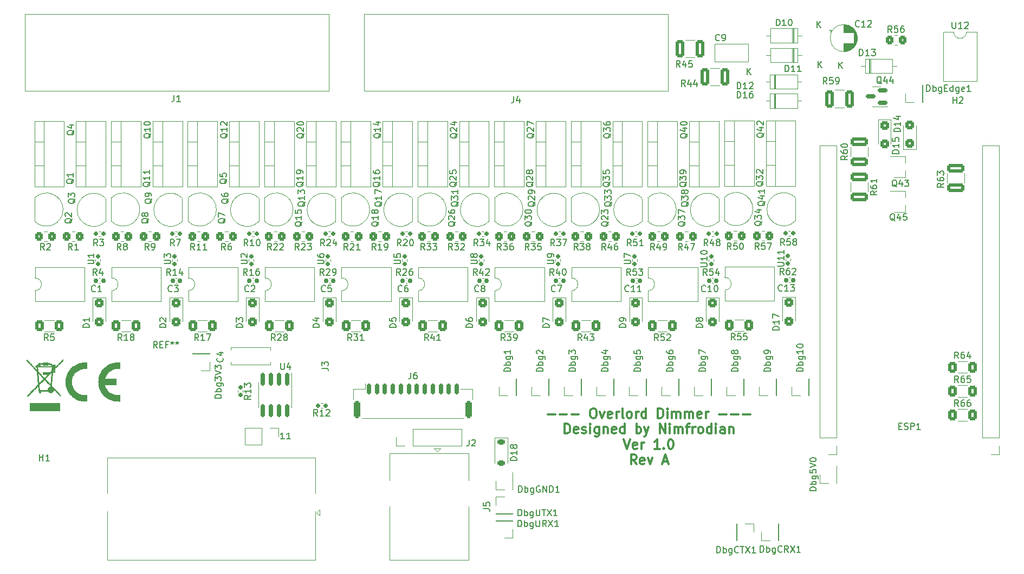
<source format=gbr>
%TF.GenerationSoftware,KiCad,Pcbnew,7.0.10*%
%TF.CreationDate,2024-07-06T13:40:55+02:00*%
%TF.ProjectId,OverlordDimmer,4f766572-6c6f-4726-9444-696d6d65722e,rev?*%
%TF.SameCoordinates,Original*%
%TF.FileFunction,Legend,Top*%
%TF.FilePolarity,Positive*%
%FSLAX46Y46*%
G04 Gerber Fmt 4.6, Leading zero omitted, Abs format (unit mm)*
G04 Created by KiCad (PCBNEW 7.0.10) date 2024-07-06 13:40:55*
%MOMM*%
%LPD*%
G01*
G04 APERTURE LIST*
G04 Aperture macros list*
%AMRoundRect*
0 Rectangle with rounded corners*
0 $1 Rounding radius*
0 $2 $3 $4 $5 $6 $7 $8 $9 X,Y pos of 4 corners*
0 Add a 4 corners polygon primitive as box body*
4,1,4,$2,$3,$4,$5,$6,$7,$8,$9,$2,$3,0*
0 Add four circle primitives for the rounded corners*
1,1,$1+$1,$2,$3*
1,1,$1+$1,$4,$5*
1,1,$1+$1,$6,$7*
1,1,$1+$1,$8,$9*
0 Add four rect primitives between the rounded corners*
20,1,$1+$1,$2,$3,$4,$5,0*
20,1,$1+$1,$4,$5,$6,$7,0*
20,1,$1+$1,$6,$7,$8,$9,0*
20,1,$1+$1,$8,$9,$2,$3,0*%
G04 Aperture macros list end*
%ADD10C,0.300000*%
%ADD11C,0.150000*%
%ADD12C,0.120000*%
%ADD13C,0.010000*%
%ADD14R,1.600000X1.600000*%
%ADD15O,1.600000X1.600000*%
%ADD16R,2.000000X1.905000*%
%ADD17O,2.000000X1.905000*%
%ADD18R,1.700000X1.700000*%
%ADD19R,1.500000X1.050000*%
%ADD20O,1.500000X1.050000*%
%ADD21RoundRect,0.155000X0.212500X0.155000X-0.212500X0.155000X-0.212500X-0.155000X0.212500X-0.155000X0*%
%ADD22RoundRect,0.250000X0.400000X0.625000X-0.400000X0.625000X-0.400000X-0.625000X0.400000X-0.625000X0*%
%ADD23RoundRect,0.250000X-0.450000X0.400000X-0.450000X-0.400000X0.450000X-0.400000X0.450000X0.400000X0*%
%ADD24RoundRect,0.250000X0.350000X0.450000X-0.350000X0.450000X-0.350000X-0.450000X0.350000X-0.450000X0*%
%ADD25RoundRect,0.160000X-0.197500X-0.160000X0.197500X-0.160000X0.197500X0.160000X-0.197500X0.160000X0*%
%ADD26O,1.700000X1.700000*%
%ADD27RoundRect,0.250000X-0.400000X-0.625000X0.400000X-0.625000X0.400000X0.625000X-0.400000X0.625000X0*%
%ADD28RoundRect,0.160000X-0.160000X0.197500X-0.160000X-0.197500X0.160000X-0.197500X0.160000X0.197500X0*%
%ADD29R,1.200000X1.200000*%
%ADD30C,1.200000*%
%ADD31C,2.540000*%
%ADD32RoundRect,0.150000X-0.150000X-0.700000X0.150000X-0.700000X0.150000X0.700000X-0.150000X0.700000X0*%
%ADD33RoundRect,0.250000X-0.250000X-1.100000X0.250000X-1.100000X0.250000X1.100000X-0.250000X1.100000X0*%
%ADD34C,3.250000*%
%ADD35R,1.500000X1.500000*%
%ADD36C,1.500000*%
%ADD37C,2.300000*%
%ADD38RoundRect,0.250000X1.075000X-0.400000X1.075000X0.400000X-1.075000X0.400000X-1.075000X-0.400000X0*%
%ADD39C,1.600000*%
%ADD40RoundRect,0.150000X-0.150000X0.825000X-0.150000X-0.825000X0.150000X-0.825000X0.150000X0.825000X0*%
%ADD41R,1.800000X0.800000*%
%ADD42RoundRect,0.250000X-0.350000X-0.450000X0.350000X-0.450000X0.350000X0.450000X-0.350000X0.450000X0*%
%ADD43C,3.500000*%
%ADD44C,1.700000*%
%ADD45RoundRect,0.250000X-0.400000X-1.075000X0.400000X-1.075000X0.400000X1.075000X-0.400000X1.075000X0*%
%ADD46RoundRect,0.160000X0.197500X0.160000X-0.197500X0.160000X-0.197500X-0.160000X0.197500X-0.160000X0*%
%ADD47RoundRect,0.250000X-1.075000X0.400000X-1.075000X-0.400000X1.075000X-0.400000X1.075000X0.400000X0*%
%ADD48RoundRect,0.225000X-0.375000X0.225000X-0.375000X-0.225000X0.375000X-0.225000X0.375000X0.225000X0*%
%ADD49RoundRect,0.150000X0.587500X0.150000X-0.587500X0.150000X-0.587500X-0.150000X0.587500X-0.150000X0*%
%ADD50RoundRect,0.250000X0.450000X-0.400000X0.450000X0.400000X-0.450000X0.400000X-0.450000X-0.400000X0*%
G04 APERTURE END LIST*
D10*
X107878571Y-88084400D02*
X109021429Y-88084400D01*
X109735714Y-88084400D02*
X110878572Y-88084400D01*
X111592857Y-88084400D02*
X112735715Y-88084400D01*
X114878572Y-87155828D02*
X115164286Y-87155828D01*
X115164286Y-87155828D02*
X115307143Y-87227257D01*
X115307143Y-87227257D02*
X115450000Y-87370114D01*
X115450000Y-87370114D02*
X115521429Y-87655828D01*
X115521429Y-87655828D02*
X115521429Y-88155828D01*
X115521429Y-88155828D02*
X115450000Y-88441542D01*
X115450000Y-88441542D02*
X115307143Y-88584400D01*
X115307143Y-88584400D02*
X115164286Y-88655828D01*
X115164286Y-88655828D02*
X114878572Y-88655828D01*
X114878572Y-88655828D02*
X114735715Y-88584400D01*
X114735715Y-88584400D02*
X114592857Y-88441542D01*
X114592857Y-88441542D02*
X114521429Y-88155828D01*
X114521429Y-88155828D02*
X114521429Y-87655828D01*
X114521429Y-87655828D02*
X114592857Y-87370114D01*
X114592857Y-87370114D02*
X114735715Y-87227257D01*
X114735715Y-87227257D02*
X114878572Y-87155828D01*
X116021429Y-87655828D02*
X116378572Y-88655828D01*
X116378572Y-88655828D02*
X116735715Y-87655828D01*
X117878572Y-88584400D02*
X117735715Y-88655828D01*
X117735715Y-88655828D02*
X117450001Y-88655828D01*
X117450001Y-88655828D02*
X117307143Y-88584400D01*
X117307143Y-88584400D02*
X117235715Y-88441542D01*
X117235715Y-88441542D02*
X117235715Y-87870114D01*
X117235715Y-87870114D02*
X117307143Y-87727257D01*
X117307143Y-87727257D02*
X117450001Y-87655828D01*
X117450001Y-87655828D02*
X117735715Y-87655828D01*
X117735715Y-87655828D02*
X117878572Y-87727257D01*
X117878572Y-87727257D02*
X117950001Y-87870114D01*
X117950001Y-87870114D02*
X117950001Y-88012971D01*
X117950001Y-88012971D02*
X117235715Y-88155828D01*
X118592857Y-88655828D02*
X118592857Y-87655828D01*
X118592857Y-87941542D02*
X118664286Y-87798685D01*
X118664286Y-87798685D02*
X118735715Y-87727257D01*
X118735715Y-87727257D02*
X118878572Y-87655828D01*
X118878572Y-87655828D02*
X119021429Y-87655828D01*
X119735714Y-88655828D02*
X119592857Y-88584400D01*
X119592857Y-88584400D02*
X119521428Y-88441542D01*
X119521428Y-88441542D02*
X119521428Y-87155828D01*
X120521428Y-88655828D02*
X120378571Y-88584400D01*
X120378571Y-88584400D02*
X120307142Y-88512971D01*
X120307142Y-88512971D02*
X120235714Y-88370114D01*
X120235714Y-88370114D02*
X120235714Y-87941542D01*
X120235714Y-87941542D02*
X120307142Y-87798685D01*
X120307142Y-87798685D02*
X120378571Y-87727257D01*
X120378571Y-87727257D02*
X120521428Y-87655828D01*
X120521428Y-87655828D02*
X120735714Y-87655828D01*
X120735714Y-87655828D02*
X120878571Y-87727257D01*
X120878571Y-87727257D02*
X120950000Y-87798685D01*
X120950000Y-87798685D02*
X121021428Y-87941542D01*
X121021428Y-87941542D02*
X121021428Y-88370114D01*
X121021428Y-88370114D02*
X120950000Y-88512971D01*
X120950000Y-88512971D02*
X120878571Y-88584400D01*
X120878571Y-88584400D02*
X120735714Y-88655828D01*
X120735714Y-88655828D02*
X120521428Y-88655828D01*
X121664285Y-88655828D02*
X121664285Y-87655828D01*
X121664285Y-87941542D02*
X121735714Y-87798685D01*
X121735714Y-87798685D02*
X121807143Y-87727257D01*
X121807143Y-87727257D02*
X121950000Y-87655828D01*
X121950000Y-87655828D02*
X122092857Y-87655828D01*
X123235714Y-88655828D02*
X123235714Y-87155828D01*
X123235714Y-88584400D02*
X123092856Y-88655828D01*
X123092856Y-88655828D02*
X122807142Y-88655828D01*
X122807142Y-88655828D02*
X122664285Y-88584400D01*
X122664285Y-88584400D02*
X122592856Y-88512971D01*
X122592856Y-88512971D02*
X122521428Y-88370114D01*
X122521428Y-88370114D02*
X122521428Y-87941542D01*
X122521428Y-87941542D02*
X122592856Y-87798685D01*
X122592856Y-87798685D02*
X122664285Y-87727257D01*
X122664285Y-87727257D02*
X122807142Y-87655828D01*
X122807142Y-87655828D02*
X123092856Y-87655828D01*
X123092856Y-87655828D02*
X123235714Y-87727257D01*
X125092856Y-88655828D02*
X125092856Y-87155828D01*
X125092856Y-87155828D02*
X125449999Y-87155828D01*
X125449999Y-87155828D02*
X125664285Y-87227257D01*
X125664285Y-87227257D02*
X125807142Y-87370114D01*
X125807142Y-87370114D02*
X125878571Y-87512971D01*
X125878571Y-87512971D02*
X125949999Y-87798685D01*
X125949999Y-87798685D02*
X125949999Y-88012971D01*
X125949999Y-88012971D02*
X125878571Y-88298685D01*
X125878571Y-88298685D02*
X125807142Y-88441542D01*
X125807142Y-88441542D02*
X125664285Y-88584400D01*
X125664285Y-88584400D02*
X125449999Y-88655828D01*
X125449999Y-88655828D02*
X125092856Y-88655828D01*
X126592856Y-88655828D02*
X126592856Y-87655828D01*
X126592856Y-87155828D02*
X126521428Y-87227257D01*
X126521428Y-87227257D02*
X126592856Y-87298685D01*
X126592856Y-87298685D02*
X126664285Y-87227257D01*
X126664285Y-87227257D02*
X126592856Y-87155828D01*
X126592856Y-87155828D02*
X126592856Y-87298685D01*
X127307142Y-88655828D02*
X127307142Y-87655828D01*
X127307142Y-87798685D02*
X127378571Y-87727257D01*
X127378571Y-87727257D02*
X127521428Y-87655828D01*
X127521428Y-87655828D02*
X127735714Y-87655828D01*
X127735714Y-87655828D02*
X127878571Y-87727257D01*
X127878571Y-87727257D02*
X127950000Y-87870114D01*
X127950000Y-87870114D02*
X127950000Y-88655828D01*
X127950000Y-87870114D02*
X128021428Y-87727257D01*
X128021428Y-87727257D02*
X128164285Y-87655828D01*
X128164285Y-87655828D02*
X128378571Y-87655828D01*
X128378571Y-87655828D02*
X128521428Y-87727257D01*
X128521428Y-87727257D02*
X128592857Y-87870114D01*
X128592857Y-87870114D02*
X128592857Y-88655828D01*
X129307142Y-88655828D02*
X129307142Y-87655828D01*
X129307142Y-87798685D02*
X129378571Y-87727257D01*
X129378571Y-87727257D02*
X129521428Y-87655828D01*
X129521428Y-87655828D02*
X129735714Y-87655828D01*
X129735714Y-87655828D02*
X129878571Y-87727257D01*
X129878571Y-87727257D02*
X129950000Y-87870114D01*
X129950000Y-87870114D02*
X129950000Y-88655828D01*
X129950000Y-87870114D02*
X130021428Y-87727257D01*
X130021428Y-87727257D02*
X130164285Y-87655828D01*
X130164285Y-87655828D02*
X130378571Y-87655828D01*
X130378571Y-87655828D02*
X130521428Y-87727257D01*
X130521428Y-87727257D02*
X130592857Y-87870114D01*
X130592857Y-87870114D02*
X130592857Y-88655828D01*
X131878571Y-88584400D02*
X131735714Y-88655828D01*
X131735714Y-88655828D02*
X131450000Y-88655828D01*
X131450000Y-88655828D02*
X131307142Y-88584400D01*
X131307142Y-88584400D02*
X131235714Y-88441542D01*
X131235714Y-88441542D02*
X131235714Y-87870114D01*
X131235714Y-87870114D02*
X131307142Y-87727257D01*
X131307142Y-87727257D02*
X131450000Y-87655828D01*
X131450000Y-87655828D02*
X131735714Y-87655828D01*
X131735714Y-87655828D02*
X131878571Y-87727257D01*
X131878571Y-87727257D02*
X131950000Y-87870114D01*
X131950000Y-87870114D02*
X131950000Y-88012971D01*
X131950000Y-88012971D02*
X131235714Y-88155828D01*
X132592856Y-88655828D02*
X132592856Y-87655828D01*
X132592856Y-87941542D02*
X132664285Y-87798685D01*
X132664285Y-87798685D02*
X132735714Y-87727257D01*
X132735714Y-87727257D02*
X132878571Y-87655828D01*
X132878571Y-87655828D02*
X133021428Y-87655828D01*
X134664284Y-88084400D02*
X135807142Y-88084400D01*
X136521427Y-88084400D02*
X137664285Y-88084400D01*
X138378570Y-88084400D02*
X139521428Y-88084400D01*
X110521427Y-91070828D02*
X110521427Y-89570828D01*
X110521427Y-89570828D02*
X110878570Y-89570828D01*
X110878570Y-89570828D02*
X111092856Y-89642257D01*
X111092856Y-89642257D02*
X111235713Y-89785114D01*
X111235713Y-89785114D02*
X111307142Y-89927971D01*
X111307142Y-89927971D02*
X111378570Y-90213685D01*
X111378570Y-90213685D02*
X111378570Y-90427971D01*
X111378570Y-90427971D02*
X111307142Y-90713685D01*
X111307142Y-90713685D02*
X111235713Y-90856542D01*
X111235713Y-90856542D02*
X111092856Y-90999400D01*
X111092856Y-90999400D02*
X110878570Y-91070828D01*
X110878570Y-91070828D02*
X110521427Y-91070828D01*
X112592856Y-90999400D02*
X112449999Y-91070828D01*
X112449999Y-91070828D02*
X112164285Y-91070828D01*
X112164285Y-91070828D02*
X112021427Y-90999400D01*
X112021427Y-90999400D02*
X111949999Y-90856542D01*
X111949999Y-90856542D02*
X111949999Y-90285114D01*
X111949999Y-90285114D02*
X112021427Y-90142257D01*
X112021427Y-90142257D02*
X112164285Y-90070828D01*
X112164285Y-90070828D02*
X112449999Y-90070828D01*
X112449999Y-90070828D02*
X112592856Y-90142257D01*
X112592856Y-90142257D02*
X112664285Y-90285114D01*
X112664285Y-90285114D02*
X112664285Y-90427971D01*
X112664285Y-90427971D02*
X111949999Y-90570828D01*
X113235713Y-90999400D02*
X113378570Y-91070828D01*
X113378570Y-91070828D02*
X113664284Y-91070828D01*
X113664284Y-91070828D02*
X113807141Y-90999400D01*
X113807141Y-90999400D02*
X113878570Y-90856542D01*
X113878570Y-90856542D02*
X113878570Y-90785114D01*
X113878570Y-90785114D02*
X113807141Y-90642257D01*
X113807141Y-90642257D02*
X113664284Y-90570828D01*
X113664284Y-90570828D02*
X113449999Y-90570828D01*
X113449999Y-90570828D02*
X113307141Y-90499400D01*
X113307141Y-90499400D02*
X113235713Y-90356542D01*
X113235713Y-90356542D02*
X113235713Y-90285114D01*
X113235713Y-90285114D02*
X113307141Y-90142257D01*
X113307141Y-90142257D02*
X113449999Y-90070828D01*
X113449999Y-90070828D02*
X113664284Y-90070828D01*
X113664284Y-90070828D02*
X113807141Y-90142257D01*
X114521427Y-91070828D02*
X114521427Y-90070828D01*
X114521427Y-89570828D02*
X114449999Y-89642257D01*
X114449999Y-89642257D02*
X114521427Y-89713685D01*
X114521427Y-89713685D02*
X114592856Y-89642257D01*
X114592856Y-89642257D02*
X114521427Y-89570828D01*
X114521427Y-89570828D02*
X114521427Y-89713685D01*
X115878571Y-90070828D02*
X115878571Y-91285114D01*
X115878571Y-91285114D02*
X115807142Y-91427971D01*
X115807142Y-91427971D02*
X115735713Y-91499400D01*
X115735713Y-91499400D02*
X115592856Y-91570828D01*
X115592856Y-91570828D02*
X115378571Y-91570828D01*
X115378571Y-91570828D02*
X115235713Y-91499400D01*
X115878571Y-90999400D02*
X115735713Y-91070828D01*
X115735713Y-91070828D02*
X115449999Y-91070828D01*
X115449999Y-91070828D02*
X115307142Y-90999400D01*
X115307142Y-90999400D02*
X115235713Y-90927971D01*
X115235713Y-90927971D02*
X115164285Y-90785114D01*
X115164285Y-90785114D02*
X115164285Y-90356542D01*
X115164285Y-90356542D02*
X115235713Y-90213685D01*
X115235713Y-90213685D02*
X115307142Y-90142257D01*
X115307142Y-90142257D02*
X115449999Y-90070828D01*
X115449999Y-90070828D02*
X115735713Y-90070828D01*
X115735713Y-90070828D02*
X115878571Y-90142257D01*
X116592856Y-90070828D02*
X116592856Y-91070828D01*
X116592856Y-90213685D02*
X116664285Y-90142257D01*
X116664285Y-90142257D02*
X116807142Y-90070828D01*
X116807142Y-90070828D02*
X117021428Y-90070828D01*
X117021428Y-90070828D02*
X117164285Y-90142257D01*
X117164285Y-90142257D02*
X117235714Y-90285114D01*
X117235714Y-90285114D02*
X117235714Y-91070828D01*
X118521428Y-90999400D02*
X118378571Y-91070828D01*
X118378571Y-91070828D02*
X118092857Y-91070828D01*
X118092857Y-91070828D02*
X117949999Y-90999400D01*
X117949999Y-90999400D02*
X117878571Y-90856542D01*
X117878571Y-90856542D02*
X117878571Y-90285114D01*
X117878571Y-90285114D02*
X117949999Y-90142257D01*
X117949999Y-90142257D02*
X118092857Y-90070828D01*
X118092857Y-90070828D02*
X118378571Y-90070828D01*
X118378571Y-90070828D02*
X118521428Y-90142257D01*
X118521428Y-90142257D02*
X118592857Y-90285114D01*
X118592857Y-90285114D02*
X118592857Y-90427971D01*
X118592857Y-90427971D02*
X117878571Y-90570828D01*
X119878571Y-91070828D02*
X119878571Y-89570828D01*
X119878571Y-90999400D02*
X119735713Y-91070828D01*
X119735713Y-91070828D02*
X119449999Y-91070828D01*
X119449999Y-91070828D02*
X119307142Y-90999400D01*
X119307142Y-90999400D02*
X119235713Y-90927971D01*
X119235713Y-90927971D02*
X119164285Y-90785114D01*
X119164285Y-90785114D02*
X119164285Y-90356542D01*
X119164285Y-90356542D02*
X119235713Y-90213685D01*
X119235713Y-90213685D02*
X119307142Y-90142257D01*
X119307142Y-90142257D02*
X119449999Y-90070828D01*
X119449999Y-90070828D02*
X119735713Y-90070828D01*
X119735713Y-90070828D02*
X119878571Y-90142257D01*
X121735713Y-91070828D02*
X121735713Y-89570828D01*
X121735713Y-90142257D02*
X121878571Y-90070828D01*
X121878571Y-90070828D02*
X122164285Y-90070828D01*
X122164285Y-90070828D02*
X122307142Y-90142257D01*
X122307142Y-90142257D02*
X122378571Y-90213685D01*
X122378571Y-90213685D02*
X122449999Y-90356542D01*
X122449999Y-90356542D02*
X122449999Y-90785114D01*
X122449999Y-90785114D02*
X122378571Y-90927971D01*
X122378571Y-90927971D02*
X122307142Y-90999400D01*
X122307142Y-90999400D02*
X122164285Y-91070828D01*
X122164285Y-91070828D02*
X121878571Y-91070828D01*
X121878571Y-91070828D02*
X121735713Y-90999400D01*
X122949999Y-90070828D02*
X123307142Y-91070828D01*
X123664285Y-90070828D02*
X123307142Y-91070828D01*
X123307142Y-91070828D02*
X123164285Y-91427971D01*
X123164285Y-91427971D02*
X123092856Y-91499400D01*
X123092856Y-91499400D02*
X122949999Y-91570828D01*
X125378570Y-91070828D02*
X125378570Y-89570828D01*
X125378570Y-89570828D02*
X126235713Y-91070828D01*
X126235713Y-91070828D02*
X126235713Y-89570828D01*
X126949999Y-91070828D02*
X126949999Y-90070828D01*
X126949999Y-89570828D02*
X126878571Y-89642257D01*
X126878571Y-89642257D02*
X126949999Y-89713685D01*
X126949999Y-89713685D02*
X127021428Y-89642257D01*
X127021428Y-89642257D02*
X126949999Y-89570828D01*
X126949999Y-89570828D02*
X126949999Y-89713685D01*
X127664285Y-91070828D02*
X127664285Y-90070828D01*
X127664285Y-90213685D02*
X127735714Y-90142257D01*
X127735714Y-90142257D02*
X127878571Y-90070828D01*
X127878571Y-90070828D02*
X128092857Y-90070828D01*
X128092857Y-90070828D02*
X128235714Y-90142257D01*
X128235714Y-90142257D02*
X128307143Y-90285114D01*
X128307143Y-90285114D02*
X128307143Y-91070828D01*
X128307143Y-90285114D02*
X128378571Y-90142257D01*
X128378571Y-90142257D02*
X128521428Y-90070828D01*
X128521428Y-90070828D02*
X128735714Y-90070828D01*
X128735714Y-90070828D02*
X128878571Y-90142257D01*
X128878571Y-90142257D02*
X128950000Y-90285114D01*
X128950000Y-90285114D02*
X128950000Y-91070828D01*
X129450000Y-90070828D02*
X130021428Y-90070828D01*
X129664285Y-91070828D02*
X129664285Y-89785114D01*
X129664285Y-89785114D02*
X129735714Y-89642257D01*
X129735714Y-89642257D02*
X129878571Y-89570828D01*
X129878571Y-89570828D02*
X130021428Y-89570828D01*
X130521428Y-91070828D02*
X130521428Y-90070828D01*
X130521428Y-90356542D02*
X130592857Y-90213685D01*
X130592857Y-90213685D02*
X130664286Y-90142257D01*
X130664286Y-90142257D02*
X130807143Y-90070828D01*
X130807143Y-90070828D02*
X130950000Y-90070828D01*
X131664285Y-91070828D02*
X131521428Y-90999400D01*
X131521428Y-90999400D02*
X131449999Y-90927971D01*
X131449999Y-90927971D02*
X131378571Y-90785114D01*
X131378571Y-90785114D02*
X131378571Y-90356542D01*
X131378571Y-90356542D02*
X131449999Y-90213685D01*
X131449999Y-90213685D02*
X131521428Y-90142257D01*
X131521428Y-90142257D02*
X131664285Y-90070828D01*
X131664285Y-90070828D02*
X131878571Y-90070828D01*
X131878571Y-90070828D02*
X132021428Y-90142257D01*
X132021428Y-90142257D02*
X132092857Y-90213685D01*
X132092857Y-90213685D02*
X132164285Y-90356542D01*
X132164285Y-90356542D02*
X132164285Y-90785114D01*
X132164285Y-90785114D02*
X132092857Y-90927971D01*
X132092857Y-90927971D02*
X132021428Y-90999400D01*
X132021428Y-90999400D02*
X131878571Y-91070828D01*
X131878571Y-91070828D02*
X131664285Y-91070828D01*
X133450000Y-91070828D02*
X133450000Y-89570828D01*
X133450000Y-90999400D02*
X133307142Y-91070828D01*
X133307142Y-91070828D02*
X133021428Y-91070828D01*
X133021428Y-91070828D02*
X132878571Y-90999400D01*
X132878571Y-90999400D02*
X132807142Y-90927971D01*
X132807142Y-90927971D02*
X132735714Y-90785114D01*
X132735714Y-90785114D02*
X132735714Y-90356542D01*
X132735714Y-90356542D02*
X132807142Y-90213685D01*
X132807142Y-90213685D02*
X132878571Y-90142257D01*
X132878571Y-90142257D02*
X133021428Y-90070828D01*
X133021428Y-90070828D02*
X133307142Y-90070828D01*
X133307142Y-90070828D02*
X133450000Y-90142257D01*
X134164285Y-91070828D02*
X134164285Y-90070828D01*
X134164285Y-89570828D02*
X134092857Y-89642257D01*
X134092857Y-89642257D02*
X134164285Y-89713685D01*
X134164285Y-89713685D02*
X134235714Y-89642257D01*
X134235714Y-89642257D02*
X134164285Y-89570828D01*
X134164285Y-89570828D02*
X134164285Y-89713685D01*
X135521429Y-91070828D02*
X135521429Y-90285114D01*
X135521429Y-90285114D02*
X135450000Y-90142257D01*
X135450000Y-90142257D02*
X135307143Y-90070828D01*
X135307143Y-90070828D02*
X135021429Y-90070828D01*
X135021429Y-90070828D02*
X134878571Y-90142257D01*
X135521429Y-90999400D02*
X135378571Y-91070828D01*
X135378571Y-91070828D02*
X135021429Y-91070828D01*
X135021429Y-91070828D02*
X134878571Y-90999400D01*
X134878571Y-90999400D02*
X134807143Y-90856542D01*
X134807143Y-90856542D02*
X134807143Y-90713685D01*
X134807143Y-90713685D02*
X134878571Y-90570828D01*
X134878571Y-90570828D02*
X135021429Y-90499400D01*
X135021429Y-90499400D02*
X135378571Y-90499400D01*
X135378571Y-90499400D02*
X135521429Y-90427971D01*
X136235714Y-90070828D02*
X136235714Y-91070828D01*
X136235714Y-90213685D02*
X136307143Y-90142257D01*
X136307143Y-90142257D02*
X136450000Y-90070828D01*
X136450000Y-90070828D02*
X136664286Y-90070828D01*
X136664286Y-90070828D02*
X136807143Y-90142257D01*
X136807143Y-90142257D02*
X136878572Y-90285114D01*
X136878572Y-90285114D02*
X136878572Y-91070828D01*
X119735715Y-91985828D02*
X120235715Y-93485828D01*
X120235715Y-93485828D02*
X120735715Y-91985828D01*
X121807143Y-93414400D02*
X121664286Y-93485828D01*
X121664286Y-93485828D02*
X121378572Y-93485828D01*
X121378572Y-93485828D02*
X121235714Y-93414400D01*
X121235714Y-93414400D02*
X121164286Y-93271542D01*
X121164286Y-93271542D02*
X121164286Y-92700114D01*
X121164286Y-92700114D02*
X121235714Y-92557257D01*
X121235714Y-92557257D02*
X121378572Y-92485828D01*
X121378572Y-92485828D02*
X121664286Y-92485828D01*
X121664286Y-92485828D02*
X121807143Y-92557257D01*
X121807143Y-92557257D02*
X121878572Y-92700114D01*
X121878572Y-92700114D02*
X121878572Y-92842971D01*
X121878572Y-92842971D02*
X121164286Y-92985828D01*
X122521428Y-93485828D02*
X122521428Y-92485828D01*
X122521428Y-92771542D02*
X122592857Y-92628685D01*
X122592857Y-92628685D02*
X122664286Y-92557257D01*
X122664286Y-92557257D02*
X122807143Y-92485828D01*
X122807143Y-92485828D02*
X122950000Y-92485828D01*
X125378571Y-93485828D02*
X124521428Y-93485828D01*
X124949999Y-93485828D02*
X124949999Y-91985828D01*
X124949999Y-91985828D02*
X124807142Y-92200114D01*
X124807142Y-92200114D02*
X124664285Y-92342971D01*
X124664285Y-92342971D02*
X124521428Y-92414400D01*
X126021427Y-93342971D02*
X126092856Y-93414400D01*
X126092856Y-93414400D02*
X126021427Y-93485828D01*
X126021427Y-93485828D02*
X125949999Y-93414400D01*
X125949999Y-93414400D02*
X126021427Y-93342971D01*
X126021427Y-93342971D02*
X126021427Y-93485828D01*
X127021428Y-91985828D02*
X127164285Y-91985828D01*
X127164285Y-91985828D02*
X127307142Y-92057257D01*
X127307142Y-92057257D02*
X127378571Y-92128685D01*
X127378571Y-92128685D02*
X127449999Y-92271542D01*
X127449999Y-92271542D02*
X127521428Y-92557257D01*
X127521428Y-92557257D02*
X127521428Y-92914400D01*
X127521428Y-92914400D02*
X127449999Y-93200114D01*
X127449999Y-93200114D02*
X127378571Y-93342971D01*
X127378571Y-93342971D02*
X127307142Y-93414400D01*
X127307142Y-93414400D02*
X127164285Y-93485828D01*
X127164285Y-93485828D02*
X127021428Y-93485828D01*
X127021428Y-93485828D02*
X126878571Y-93414400D01*
X126878571Y-93414400D02*
X126807142Y-93342971D01*
X126807142Y-93342971D02*
X126735713Y-93200114D01*
X126735713Y-93200114D02*
X126664285Y-92914400D01*
X126664285Y-92914400D02*
X126664285Y-92557257D01*
X126664285Y-92557257D02*
X126735713Y-92271542D01*
X126735713Y-92271542D02*
X126807142Y-92128685D01*
X126807142Y-92128685D02*
X126878571Y-92057257D01*
X126878571Y-92057257D02*
X127021428Y-91985828D01*
X121735714Y-95900828D02*
X121235714Y-95186542D01*
X120878571Y-95900828D02*
X120878571Y-94400828D01*
X120878571Y-94400828D02*
X121450000Y-94400828D01*
X121450000Y-94400828D02*
X121592857Y-94472257D01*
X121592857Y-94472257D02*
X121664286Y-94543685D01*
X121664286Y-94543685D02*
X121735714Y-94686542D01*
X121735714Y-94686542D02*
X121735714Y-94900828D01*
X121735714Y-94900828D02*
X121664286Y-95043685D01*
X121664286Y-95043685D02*
X121592857Y-95115114D01*
X121592857Y-95115114D02*
X121450000Y-95186542D01*
X121450000Y-95186542D02*
X120878571Y-95186542D01*
X122950000Y-95829400D02*
X122807143Y-95900828D01*
X122807143Y-95900828D02*
X122521429Y-95900828D01*
X122521429Y-95900828D02*
X122378571Y-95829400D01*
X122378571Y-95829400D02*
X122307143Y-95686542D01*
X122307143Y-95686542D02*
X122307143Y-95115114D01*
X122307143Y-95115114D02*
X122378571Y-94972257D01*
X122378571Y-94972257D02*
X122521429Y-94900828D01*
X122521429Y-94900828D02*
X122807143Y-94900828D01*
X122807143Y-94900828D02*
X122950000Y-94972257D01*
X122950000Y-94972257D02*
X123021429Y-95115114D01*
X123021429Y-95115114D02*
X123021429Y-95257971D01*
X123021429Y-95257971D02*
X122307143Y-95400828D01*
X123521428Y-94900828D02*
X123878571Y-95900828D01*
X123878571Y-95900828D02*
X124235714Y-94900828D01*
X125878571Y-95472257D02*
X126592857Y-95472257D01*
X125735714Y-95900828D02*
X126235714Y-94400828D01*
X126235714Y-94400828D02*
X126735714Y-95900828D01*
D11*
X83869263Y-64511904D02*
X84678786Y-64511904D01*
X84678786Y-64511904D02*
X84774024Y-64464285D01*
X84774024Y-64464285D02*
X84821644Y-64416666D01*
X84821644Y-64416666D02*
X84869263Y-64321428D01*
X84869263Y-64321428D02*
X84869263Y-64130952D01*
X84869263Y-64130952D02*
X84821644Y-64035714D01*
X84821644Y-64035714D02*
X84774024Y-63988095D01*
X84774024Y-63988095D02*
X84678786Y-63940476D01*
X84678786Y-63940476D02*
X83869263Y-63940476D01*
X83869263Y-62988095D02*
X83869263Y-63464285D01*
X83869263Y-63464285D02*
X84345453Y-63511904D01*
X84345453Y-63511904D02*
X84297834Y-63464285D01*
X84297834Y-63464285D02*
X84250215Y-63369047D01*
X84250215Y-63369047D02*
X84250215Y-63130952D01*
X84250215Y-63130952D02*
X84297834Y-63035714D01*
X84297834Y-63035714D02*
X84345453Y-62988095D01*
X84345453Y-62988095D02*
X84440691Y-62940476D01*
X84440691Y-62940476D02*
X84678786Y-62940476D01*
X84678786Y-62940476D02*
X84774024Y-62988095D01*
X84774024Y-62988095D02*
X84821644Y-63035714D01*
X84821644Y-63035714D02*
X84869263Y-63130952D01*
X84869263Y-63130952D02*
X84869263Y-63369047D01*
X84869263Y-63369047D02*
X84821644Y-63464285D01*
X84821644Y-63464285D02*
X84774024Y-63511904D01*
X45757418Y-51721427D02*
X45709799Y-51816665D01*
X45709799Y-51816665D02*
X45614561Y-51911903D01*
X45614561Y-51911903D02*
X45471703Y-52054760D01*
X45471703Y-52054760D02*
X45424084Y-52149998D01*
X45424084Y-52149998D02*
X45424084Y-52245236D01*
X45662180Y-52197617D02*
X45614561Y-52292855D01*
X45614561Y-52292855D02*
X45519322Y-52388093D01*
X45519322Y-52388093D02*
X45328846Y-52435712D01*
X45328846Y-52435712D02*
X44995513Y-52435712D01*
X44995513Y-52435712D02*
X44805037Y-52388093D01*
X44805037Y-52388093D02*
X44709799Y-52292855D01*
X44709799Y-52292855D02*
X44662180Y-52197617D01*
X44662180Y-52197617D02*
X44662180Y-52007141D01*
X44662180Y-52007141D02*
X44709799Y-51911903D01*
X44709799Y-51911903D02*
X44805037Y-51816665D01*
X44805037Y-51816665D02*
X44995513Y-51769046D01*
X44995513Y-51769046D02*
X45328846Y-51769046D01*
X45328846Y-51769046D02*
X45519322Y-51816665D01*
X45519322Y-51816665D02*
X45614561Y-51911903D01*
X45614561Y-51911903D02*
X45662180Y-52007141D01*
X45662180Y-52007141D02*
X45662180Y-52197617D01*
X45662180Y-50816665D02*
X45662180Y-51388093D01*
X45662180Y-51102379D02*
X44662180Y-51102379D01*
X44662180Y-51102379D02*
X44805037Y-51197617D01*
X44805037Y-51197617D02*
X44900275Y-51292855D01*
X44900275Y-51292855D02*
X44947894Y-51388093D01*
X45662180Y-49864284D02*
X45662180Y-50435712D01*
X45662180Y-50149998D02*
X44662180Y-50149998D01*
X44662180Y-50149998D02*
X44805037Y-50245236D01*
X44805037Y-50245236D02*
X44900275Y-50340474D01*
X44900275Y-50340474D02*
X44947894Y-50435712D01*
X102054819Y-81362856D02*
X101054819Y-81362856D01*
X101054819Y-81362856D02*
X101054819Y-81124761D01*
X101054819Y-81124761D02*
X101102438Y-80981904D01*
X101102438Y-80981904D02*
X101197676Y-80886666D01*
X101197676Y-80886666D02*
X101292914Y-80839047D01*
X101292914Y-80839047D02*
X101483390Y-80791428D01*
X101483390Y-80791428D02*
X101626247Y-80791428D01*
X101626247Y-80791428D02*
X101816723Y-80839047D01*
X101816723Y-80839047D02*
X101911961Y-80886666D01*
X101911961Y-80886666D02*
X102007200Y-80981904D01*
X102007200Y-80981904D02*
X102054819Y-81124761D01*
X102054819Y-81124761D02*
X102054819Y-81362856D01*
X102054819Y-80362856D02*
X101054819Y-80362856D01*
X101435771Y-80362856D02*
X101388152Y-80267618D01*
X101388152Y-80267618D02*
X101388152Y-80077142D01*
X101388152Y-80077142D02*
X101435771Y-79981904D01*
X101435771Y-79981904D02*
X101483390Y-79934285D01*
X101483390Y-79934285D02*
X101578628Y-79886666D01*
X101578628Y-79886666D02*
X101864342Y-79886666D01*
X101864342Y-79886666D02*
X101959580Y-79934285D01*
X101959580Y-79934285D02*
X102007200Y-79981904D01*
X102007200Y-79981904D02*
X102054819Y-80077142D01*
X102054819Y-80077142D02*
X102054819Y-80267618D01*
X102054819Y-80267618D02*
X102007200Y-80362856D01*
X101388152Y-79029523D02*
X102197676Y-79029523D01*
X102197676Y-79029523D02*
X102292914Y-79077142D01*
X102292914Y-79077142D02*
X102340533Y-79124761D01*
X102340533Y-79124761D02*
X102388152Y-79219999D01*
X102388152Y-79219999D02*
X102388152Y-79362856D01*
X102388152Y-79362856D02*
X102340533Y-79458094D01*
X102007200Y-79029523D02*
X102054819Y-79124761D01*
X102054819Y-79124761D02*
X102054819Y-79315237D01*
X102054819Y-79315237D02*
X102007200Y-79410475D01*
X102007200Y-79410475D02*
X101959580Y-79458094D01*
X101959580Y-79458094D02*
X101864342Y-79505713D01*
X101864342Y-79505713D02*
X101578628Y-79505713D01*
X101578628Y-79505713D02*
X101483390Y-79458094D01*
X101483390Y-79458094D02*
X101435771Y-79410475D01*
X101435771Y-79410475D02*
X101388152Y-79315237D01*
X101388152Y-79315237D02*
X101388152Y-79124761D01*
X101388152Y-79124761D02*
X101435771Y-79029523D01*
X102054819Y-78029523D02*
X102054819Y-78600951D01*
X102054819Y-78315237D02*
X101054819Y-78315237D01*
X101054819Y-78315237D02*
X101197676Y-78410475D01*
X101197676Y-78410475D02*
X101292914Y-78505713D01*
X101292914Y-78505713D02*
X101340533Y-78600951D01*
X81459500Y-57921428D02*
X81411881Y-58016666D01*
X81411881Y-58016666D02*
X81316643Y-58111904D01*
X81316643Y-58111904D02*
X81173785Y-58254761D01*
X81173785Y-58254761D02*
X81126166Y-58349999D01*
X81126166Y-58349999D02*
X81126166Y-58445237D01*
X81364262Y-58397618D02*
X81316643Y-58492856D01*
X81316643Y-58492856D02*
X81221404Y-58588094D01*
X81221404Y-58588094D02*
X81030928Y-58635713D01*
X81030928Y-58635713D02*
X80697595Y-58635713D01*
X80697595Y-58635713D02*
X80507119Y-58588094D01*
X80507119Y-58588094D02*
X80411881Y-58492856D01*
X80411881Y-58492856D02*
X80364262Y-58397618D01*
X80364262Y-58397618D02*
X80364262Y-58207142D01*
X80364262Y-58207142D02*
X80411881Y-58111904D01*
X80411881Y-58111904D02*
X80507119Y-58016666D01*
X80507119Y-58016666D02*
X80697595Y-57969047D01*
X80697595Y-57969047D02*
X81030928Y-57969047D01*
X81030928Y-57969047D02*
X81221404Y-58016666D01*
X81221404Y-58016666D02*
X81316643Y-58111904D01*
X81316643Y-58111904D02*
X81364262Y-58207142D01*
X81364262Y-58207142D02*
X81364262Y-58397618D01*
X81364262Y-57016666D02*
X81364262Y-57588094D01*
X81364262Y-57302380D02*
X80364262Y-57302380D01*
X80364262Y-57302380D02*
X80507119Y-57397618D01*
X80507119Y-57397618D02*
X80602357Y-57492856D01*
X80602357Y-57492856D02*
X80649976Y-57588094D01*
X80792833Y-56445237D02*
X80745214Y-56540475D01*
X80745214Y-56540475D02*
X80697595Y-56588094D01*
X80697595Y-56588094D02*
X80602357Y-56635713D01*
X80602357Y-56635713D02*
X80554738Y-56635713D01*
X80554738Y-56635713D02*
X80459500Y-56588094D01*
X80459500Y-56588094D02*
X80411881Y-56540475D01*
X80411881Y-56540475D02*
X80364262Y-56445237D01*
X80364262Y-56445237D02*
X80364262Y-56254761D01*
X80364262Y-56254761D02*
X80411881Y-56159523D01*
X80411881Y-56159523D02*
X80459500Y-56111904D01*
X80459500Y-56111904D02*
X80554738Y-56064285D01*
X80554738Y-56064285D02*
X80602357Y-56064285D01*
X80602357Y-56064285D02*
X80697595Y-56111904D01*
X80697595Y-56111904D02*
X80745214Y-56159523D01*
X80745214Y-56159523D02*
X80792833Y-56254761D01*
X80792833Y-56254761D02*
X80792833Y-56445237D01*
X80792833Y-56445237D02*
X80840452Y-56540475D01*
X80840452Y-56540475D02*
X80888071Y-56588094D01*
X80888071Y-56588094D02*
X80983309Y-56635713D01*
X80983309Y-56635713D02*
X81173785Y-56635713D01*
X81173785Y-56635713D02*
X81269023Y-56588094D01*
X81269023Y-56588094D02*
X81316643Y-56540475D01*
X81316643Y-56540475D02*
X81364262Y-56445237D01*
X81364262Y-56445237D02*
X81364262Y-56254761D01*
X81364262Y-56254761D02*
X81316643Y-56159523D01*
X81316643Y-56159523D02*
X81269023Y-56111904D01*
X81269023Y-56111904D02*
X81173785Y-56064285D01*
X81173785Y-56064285D02*
X80983309Y-56064285D01*
X80983309Y-56064285D02*
X80888071Y-56111904D01*
X80888071Y-56111904D02*
X80840452Y-56159523D01*
X80840452Y-56159523D02*
X80792833Y-56254761D01*
X120558670Y-68809580D02*
X120511051Y-68857200D01*
X120511051Y-68857200D02*
X120368194Y-68904819D01*
X120368194Y-68904819D02*
X120272956Y-68904819D01*
X120272956Y-68904819D02*
X120130099Y-68857200D01*
X120130099Y-68857200D02*
X120034861Y-68761961D01*
X120034861Y-68761961D02*
X119987242Y-68666723D01*
X119987242Y-68666723D02*
X119939623Y-68476247D01*
X119939623Y-68476247D02*
X119939623Y-68333390D01*
X119939623Y-68333390D02*
X119987242Y-68142914D01*
X119987242Y-68142914D02*
X120034861Y-68047676D01*
X120034861Y-68047676D02*
X120130099Y-67952438D01*
X120130099Y-67952438D02*
X120272956Y-67904819D01*
X120272956Y-67904819D02*
X120368194Y-67904819D01*
X120368194Y-67904819D02*
X120511051Y-67952438D01*
X120511051Y-67952438D02*
X120558670Y-68000057D01*
X121511051Y-68904819D02*
X120939623Y-68904819D01*
X121225337Y-68904819D02*
X121225337Y-67904819D01*
X121225337Y-67904819D02*
X121130099Y-68047676D01*
X121130099Y-68047676D02*
X121034861Y-68142914D01*
X121034861Y-68142914D02*
X120939623Y-68190533D01*
X122463432Y-68904819D02*
X121892004Y-68904819D01*
X122177718Y-68904819D02*
X122177718Y-67904819D01*
X122177718Y-67904819D02*
X122082480Y-68047676D01*
X122082480Y-68047676D02*
X121987242Y-68142914D01*
X121987242Y-68142914D02*
X121892004Y-68190533D01*
X141080952Y-109654819D02*
X141080952Y-108654819D01*
X141080952Y-108654819D02*
X141319047Y-108654819D01*
X141319047Y-108654819D02*
X141461904Y-108702438D01*
X141461904Y-108702438D02*
X141557142Y-108797676D01*
X141557142Y-108797676D02*
X141604761Y-108892914D01*
X141604761Y-108892914D02*
X141652380Y-109083390D01*
X141652380Y-109083390D02*
X141652380Y-109226247D01*
X141652380Y-109226247D02*
X141604761Y-109416723D01*
X141604761Y-109416723D02*
X141557142Y-109511961D01*
X141557142Y-109511961D02*
X141461904Y-109607200D01*
X141461904Y-109607200D02*
X141319047Y-109654819D01*
X141319047Y-109654819D02*
X141080952Y-109654819D01*
X142080952Y-109654819D02*
X142080952Y-108654819D01*
X142080952Y-109035771D02*
X142176190Y-108988152D01*
X142176190Y-108988152D02*
X142366666Y-108988152D01*
X142366666Y-108988152D02*
X142461904Y-109035771D01*
X142461904Y-109035771D02*
X142509523Y-109083390D01*
X142509523Y-109083390D02*
X142557142Y-109178628D01*
X142557142Y-109178628D02*
X142557142Y-109464342D01*
X142557142Y-109464342D02*
X142509523Y-109559580D01*
X142509523Y-109559580D02*
X142461904Y-109607200D01*
X142461904Y-109607200D02*
X142366666Y-109654819D01*
X142366666Y-109654819D02*
X142176190Y-109654819D01*
X142176190Y-109654819D02*
X142080952Y-109607200D01*
X143414285Y-108988152D02*
X143414285Y-109797676D01*
X143414285Y-109797676D02*
X143366666Y-109892914D01*
X143366666Y-109892914D02*
X143319047Y-109940533D01*
X143319047Y-109940533D02*
X143223809Y-109988152D01*
X143223809Y-109988152D02*
X143080952Y-109988152D01*
X143080952Y-109988152D02*
X142985714Y-109940533D01*
X143414285Y-109607200D02*
X143319047Y-109654819D01*
X143319047Y-109654819D02*
X143128571Y-109654819D01*
X143128571Y-109654819D02*
X143033333Y-109607200D01*
X143033333Y-109607200D02*
X142985714Y-109559580D01*
X142985714Y-109559580D02*
X142938095Y-109464342D01*
X142938095Y-109464342D02*
X142938095Y-109178628D01*
X142938095Y-109178628D02*
X142985714Y-109083390D01*
X142985714Y-109083390D02*
X143033333Y-109035771D01*
X143033333Y-109035771D02*
X143128571Y-108988152D01*
X143128571Y-108988152D02*
X143319047Y-108988152D01*
X143319047Y-108988152D02*
X143414285Y-109035771D01*
X144461904Y-109559580D02*
X144414285Y-109607200D01*
X144414285Y-109607200D02*
X144271428Y-109654819D01*
X144271428Y-109654819D02*
X144176190Y-109654819D01*
X144176190Y-109654819D02*
X144033333Y-109607200D01*
X144033333Y-109607200D02*
X143938095Y-109511961D01*
X143938095Y-109511961D02*
X143890476Y-109416723D01*
X143890476Y-109416723D02*
X143842857Y-109226247D01*
X143842857Y-109226247D02*
X143842857Y-109083390D01*
X143842857Y-109083390D02*
X143890476Y-108892914D01*
X143890476Y-108892914D02*
X143938095Y-108797676D01*
X143938095Y-108797676D02*
X144033333Y-108702438D01*
X144033333Y-108702438D02*
X144176190Y-108654819D01*
X144176190Y-108654819D02*
X144271428Y-108654819D01*
X144271428Y-108654819D02*
X144414285Y-108702438D01*
X144414285Y-108702438D02*
X144461904Y-108750057D01*
X145461904Y-109654819D02*
X145128571Y-109178628D01*
X144890476Y-109654819D02*
X144890476Y-108654819D01*
X144890476Y-108654819D02*
X145271428Y-108654819D01*
X145271428Y-108654819D02*
X145366666Y-108702438D01*
X145366666Y-108702438D02*
X145414285Y-108750057D01*
X145414285Y-108750057D02*
X145461904Y-108845295D01*
X145461904Y-108845295D02*
X145461904Y-108988152D01*
X145461904Y-108988152D02*
X145414285Y-109083390D01*
X145414285Y-109083390D02*
X145366666Y-109131009D01*
X145366666Y-109131009D02*
X145271428Y-109178628D01*
X145271428Y-109178628D02*
X144890476Y-109178628D01*
X145795238Y-108654819D02*
X146461904Y-109654819D01*
X146461904Y-108654819D02*
X145795238Y-109654819D01*
X147366666Y-109654819D02*
X146795238Y-109654819D01*
X147080952Y-109654819D02*
X147080952Y-108654819D01*
X147080952Y-108654819D02*
X146985714Y-108797676D01*
X146985714Y-108797676D02*
X146890476Y-108892914D01*
X146890476Y-108892914D02*
X146795238Y-108940533D01*
X29813333Y-76524819D02*
X29480000Y-76048628D01*
X29241905Y-76524819D02*
X29241905Y-75524819D01*
X29241905Y-75524819D02*
X29622857Y-75524819D01*
X29622857Y-75524819D02*
X29718095Y-75572438D01*
X29718095Y-75572438D02*
X29765714Y-75620057D01*
X29765714Y-75620057D02*
X29813333Y-75715295D01*
X29813333Y-75715295D02*
X29813333Y-75858152D01*
X29813333Y-75858152D02*
X29765714Y-75953390D01*
X29765714Y-75953390D02*
X29718095Y-76001009D01*
X29718095Y-76001009D02*
X29622857Y-76048628D01*
X29622857Y-76048628D02*
X29241905Y-76048628D01*
X30718095Y-75524819D02*
X30241905Y-75524819D01*
X30241905Y-75524819D02*
X30194286Y-76001009D01*
X30194286Y-76001009D02*
X30241905Y-75953390D01*
X30241905Y-75953390D02*
X30337143Y-75905771D01*
X30337143Y-75905771D02*
X30575238Y-75905771D01*
X30575238Y-75905771D02*
X30670476Y-75953390D01*
X30670476Y-75953390D02*
X30718095Y-76001009D01*
X30718095Y-76001009D02*
X30765714Y-76096247D01*
X30765714Y-76096247D02*
X30765714Y-76334342D01*
X30765714Y-76334342D02*
X30718095Y-76429580D01*
X30718095Y-76429580D02*
X30670476Y-76477200D01*
X30670476Y-76477200D02*
X30575238Y-76524819D01*
X30575238Y-76524819D02*
X30337143Y-76524819D01*
X30337143Y-76524819D02*
X30241905Y-76477200D01*
X30241905Y-76477200D02*
X30194286Y-76429580D01*
X132063707Y-74488093D02*
X131063707Y-74488093D01*
X131063707Y-74488093D02*
X131063707Y-74249998D01*
X131063707Y-74249998D02*
X131111326Y-74107141D01*
X131111326Y-74107141D02*
X131206564Y-74011903D01*
X131206564Y-74011903D02*
X131301802Y-73964284D01*
X131301802Y-73964284D02*
X131492278Y-73916665D01*
X131492278Y-73916665D02*
X131635135Y-73916665D01*
X131635135Y-73916665D02*
X131825611Y-73964284D01*
X131825611Y-73964284D02*
X131920849Y-74011903D01*
X131920849Y-74011903D02*
X132016088Y-74107141D01*
X132016088Y-74107141D02*
X132063707Y-74249998D01*
X132063707Y-74249998D02*
X132063707Y-74488093D01*
X131492278Y-73345236D02*
X131444659Y-73440474D01*
X131444659Y-73440474D02*
X131397040Y-73488093D01*
X131397040Y-73488093D02*
X131301802Y-73535712D01*
X131301802Y-73535712D02*
X131254183Y-73535712D01*
X131254183Y-73535712D02*
X131158945Y-73488093D01*
X131158945Y-73488093D02*
X131111326Y-73440474D01*
X131111326Y-73440474D02*
X131063707Y-73345236D01*
X131063707Y-73345236D02*
X131063707Y-73154760D01*
X131063707Y-73154760D02*
X131111326Y-73059522D01*
X131111326Y-73059522D02*
X131158945Y-73011903D01*
X131158945Y-73011903D02*
X131254183Y-72964284D01*
X131254183Y-72964284D02*
X131301802Y-72964284D01*
X131301802Y-72964284D02*
X131397040Y-73011903D01*
X131397040Y-73011903D02*
X131444659Y-73059522D01*
X131444659Y-73059522D02*
X131492278Y-73154760D01*
X131492278Y-73154760D02*
X131492278Y-73345236D01*
X131492278Y-73345236D02*
X131539897Y-73440474D01*
X131539897Y-73440474D02*
X131587516Y-73488093D01*
X131587516Y-73488093D02*
X131682754Y-73535712D01*
X131682754Y-73535712D02*
X131873230Y-73535712D01*
X131873230Y-73535712D02*
X131968468Y-73488093D01*
X131968468Y-73488093D02*
X132016088Y-73440474D01*
X132016088Y-73440474D02*
X132063707Y-73345236D01*
X132063707Y-73345236D02*
X132063707Y-73154760D01*
X132063707Y-73154760D02*
X132016088Y-73059522D01*
X132016088Y-73059522D02*
X131968468Y-73011903D01*
X131968468Y-73011903D02*
X131873230Y-72964284D01*
X131873230Y-72964284D02*
X131682754Y-72964284D01*
X131682754Y-72964284D02*
X131587516Y-73011903D01*
X131587516Y-73011903D02*
X131539897Y-73059522D01*
X131539897Y-73059522D02*
X131492278Y-73154760D01*
X76646587Y-62354819D02*
X76313254Y-61878628D01*
X76075159Y-62354819D02*
X76075159Y-61354819D01*
X76075159Y-61354819D02*
X76456111Y-61354819D01*
X76456111Y-61354819D02*
X76551349Y-61402438D01*
X76551349Y-61402438D02*
X76598968Y-61450057D01*
X76598968Y-61450057D02*
X76646587Y-61545295D01*
X76646587Y-61545295D02*
X76646587Y-61688152D01*
X76646587Y-61688152D02*
X76598968Y-61783390D01*
X76598968Y-61783390D02*
X76551349Y-61831009D01*
X76551349Y-61831009D02*
X76456111Y-61878628D01*
X76456111Y-61878628D02*
X76075159Y-61878628D01*
X77027540Y-61450057D02*
X77075159Y-61402438D01*
X77075159Y-61402438D02*
X77170397Y-61354819D01*
X77170397Y-61354819D02*
X77408492Y-61354819D01*
X77408492Y-61354819D02*
X77503730Y-61402438D01*
X77503730Y-61402438D02*
X77551349Y-61450057D01*
X77551349Y-61450057D02*
X77598968Y-61545295D01*
X77598968Y-61545295D02*
X77598968Y-61640533D01*
X77598968Y-61640533D02*
X77551349Y-61783390D01*
X77551349Y-61783390D02*
X76979921Y-62354819D01*
X76979921Y-62354819D02*
X77598968Y-62354819D01*
X78551349Y-62354819D02*
X77979921Y-62354819D01*
X78265635Y-62354819D02*
X78265635Y-61354819D01*
X78265635Y-61354819D02*
X78170397Y-61497676D01*
X78170397Y-61497676D02*
X78075159Y-61592914D01*
X78075159Y-61592914D02*
X77979921Y-61640533D01*
X141346305Y-57835237D02*
X141298686Y-57930475D01*
X141298686Y-57930475D02*
X141203448Y-58025713D01*
X141203448Y-58025713D02*
X141060590Y-58168570D01*
X141060590Y-58168570D02*
X141012971Y-58263808D01*
X141012971Y-58263808D02*
X141012971Y-58359046D01*
X141251067Y-58311427D02*
X141203448Y-58406665D01*
X141203448Y-58406665D02*
X141108209Y-58501903D01*
X141108209Y-58501903D02*
X140917733Y-58549522D01*
X140917733Y-58549522D02*
X140584400Y-58549522D01*
X140584400Y-58549522D02*
X140393924Y-58501903D01*
X140393924Y-58501903D02*
X140298686Y-58406665D01*
X140298686Y-58406665D02*
X140251067Y-58311427D01*
X140251067Y-58311427D02*
X140251067Y-58120951D01*
X140251067Y-58120951D02*
X140298686Y-58025713D01*
X140298686Y-58025713D02*
X140393924Y-57930475D01*
X140393924Y-57930475D02*
X140584400Y-57882856D01*
X140584400Y-57882856D02*
X140917733Y-57882856D01*
X140917733Y-57882856D02*
X141108209Y-57930475D01*
X141108209Y-57930475D02*
X141203448Y-58025713D01*
X141203448Y-58025713D02*
X141251067Y-58120951D01*
X141251067Y-58120951D02*
X141251067Y-58311427D01*
X140251067Y-57549522D02*
X140251067Y-56930475D01*
X140251067Y-56930475D02*
X140632019Y-57263808D01*
X140632019Y-57263808D02*
X140632019Y-57120951D01*
X140632019Y-57120951D02*
X140679638Y-57025713D01*
X140679638Y-57025713D02*
X140727257Y-56978094D01*
X140727257Y-56978094D02*
X140822495Y-56930475D01*
X140822495Y-56930475D02*
X141060590Y-56930475D01*
X141060590Y-56930475D02*
X141155828Y-56978094D01*
X141155828Y-56978094D02*
X141203448Y-57025713D01*
X141203448Y-57025713D02*
X141251067Y-57120951D01*
X141251067Y-57120951D02*
X141251067Y-57406665D01*
X141251067Y-57406665D02*
X141203448Y-57501903D01*
X141203448Y-57501903D02*
X141155828Y-57549522D01*
X140584400Y-56073332D02*
X141251067Y-56073332D01*
X140203448Y-56311427D02*
X140917733Y-56549522D01*
X140917733Y-56549522D02*
X140917733Y-55930475D01*
X144513392Y-68723389D02*
X144465773Y-68771009D01*
X144465773Y-68771009D02*
X144322916Y-68818628D01*
X144322916Y-68818628D02*
X144227678Y-68818628D01*
X144227678Y-68818628D02*
X144084821Y-68771009D01*
X144084821Y-68771009D02*
X143989583Y-68675770D01*
X143989583Y-68675770D02*
X143941964Y-68580532D01*
X143941964Y-68580532D02*
X143894345Y-68390056D01*
X143894345Y-68390056D02*
X143894345Y-68247199D01*
X143894345Y-68247199D02*
X143941964Y-68056723D01*
X143941964Y-68056723D02*
X143989583Y-67961485D01*
X143989583Y-67961485D02*
X144084821Y-67866247D01*
X144084821Y-67866247D02*
X144227678Y-67818628D01*
X144227678Y-67818628D02*
X144322916Y-67818628D01*
X144322916Y-67818628D02*
X144465773Y-67866247D01*
X144465773Y-67866247D02*
X144513392Y-67913866D01*
X145465773Y-68818628D02*
X144894345Y-68818628D01*
X145180059Y-68818628D02*
X145180059Y-67818628D01*
X145180059Y-67818628D02*
X145084821Y-67961485D01*
X145084821Y-67961485D02*
X144989583Y-68056723D01*
X144989583Y-68056723D02*
X144894345Y-68104342D01*
X145799107Y-67818628D02*
X146418154Y-67818628D01*
X146418154Y-67818628D02*
X146084821Y-68199580D01*
X146084821Y-68199580D02*
X146227678Y-68199580D01*
X146227678Y-68199580D02*
X146322916Y-68247199D01*
X146322916Y-68247199D02*
X146370535Y-68294818D01*
X146370535Y-68294818D02*
X146418154Y-68390056D01*
X146418154Y-68390056D02*
X146418154Y-68628151D01*
X146418154Y-68628151D02*
X146370535Y-68723389D01*
X146370535Y-68723389D02*
X146322916Y-68771009D01*
X146322916Y-68771009D02*
X146227678Y-68818628D01*
X146227678Y-68818628D02*
X145941964Y-68818628D01*
X145941964Y-68818628D02*
X145846726Y-68771009D01*
X145846726Y-68771009D02*
X145799107Y-68723389D01*
X72989226Y-61704819D02*
X72655893Y-61228628D01*
X72417798Y-61704819D02*
X72417798Y-60704819D01*
X72417798Y-60704819D02*
X72798750Y-60704819D01*
X72798750Y-60704819D02*
X72893988Y-60752438D01*
X72893988Y-60752438D02*
X72941607Y-60800057D01*
X72941607Y-60800057D02*
X72989226Y-60895295D01*
X72989226Y-60895295D02*
X72989226Y-61038152D01*
X72989226Y-61038152D02*
X72941607Y-61133390D01*
X72941607Y-61133390D02*
X72893988Y-61181009D01*
X72893988Y-61181009D02*
X72798750Y-61228628D01*
X72798750Y-61228628D02*
X72417798Y-61228628D01*
X73370179Y-60800057D02*
X73417798Y-60752438D01*
X73417798Y-60752438D02*
X73513036Y-60704819D01*
X73513036Y-60704819D02*
X73751131Y-60704819D01*
X73751131Y-60704819D02*
X73846369Y-60752438D01*
X73846369Y-60752438D02*
X73893988Y-60800057D01*
X73893988Y-60800057D02*
X73941607Y-60895295D01*
X73941607Y-60895295D02*
X73941607Y-60990533D01*
X73941607Y-60990533D02*
X73893988Y-61133390D01*
X73893988Y-61133390D02*
X73322560Y-61704819D01*
X73322560Y-61704819D02*
X73941607Y-61704819D01*
X74798750Y-61038152D02*
X74798750Y-61704819D01*
X74560655Y-60657200D02*
X74322560Y-61371485D01*
X74322560Y-61371485D02*
X74941607Y-61371485D01*
X66709523Y-91954819D02*
X66138095Y-91954819D01*
X66423809Y-91954819D02*
X66423809Y-90954819D01*
X66423809Y-90954819D02*
X66328571Y-91097676D01*
X66328571Y-91097676D02*
X66233333Y-91192914D01*
X66233333Y-91192914D02*
X66138095Y-91240533D01*
X67661904Y-91954819D02*
X67090476Y-91954819D01*
X67376190Y-91954819D02*
X67376190Y-90954819D01*
X67376190Y-90954819D02*
X67280952Y-91097676D01*
X67280952Y-91097676D02*
X67185714Y-91192914D01*
X67185714Y-91192914D02*
X67090476Y-91240533D01*
X140883392Y-62268628D02*
X140550059Y-61792437D01*
X140311964Y-62268628D02*
X140311964Y-61268628D01*
X140311964Y-61268628D02*
X140692916Y-61268628D01*
X140692916Y-61268628D02*
X140788154Y-61316247D01*
X140788154Y-61316247D02*
X140835773Y-61363866D01*
X140835773Y-61363866D02*
X140883392Y-61459104D01*
X140883392Y-61459104D02*
X140883392Y-61601961D01*
X140883392Y-61601961D02*
X140835773Y-61697199D01*
X140835773Y-61697199D02*
X140788154Y-61744818D01*
X140788154Y-61744818D02*
X140692916Y-61792437D01*
X140692916Y-61792437D02*
X140311964Y-61792437D01*
X141788154Y-61268628D02*
X141311964Y-61268628D01*
X141311964Y-61268628D02*
X141264345Y-61744818D01*
X141264345Y-61744818D02*
X141311964Y-61697199D01*
X141311964Y-61697199D02*
X141407202Y-61649580D01*
X141407202Y-61649580D02*
X141645297Y-61649580D01*
X141645297Y-61649580D02*
X141740535Y-61697199D01*
X141740535Y-61697199D02*
X141788154Y-61744818D01*
X141788154Y-61744818D02*
X141835773Y-61840056D01*
X141835773Y-61840056D02*
X141835773Y-62078151D01*
X141835773Y-62078151D02*
X141788154Y-62173389D01*
X141788154Y-62173389D02*
X141740535Y-62221009D01*
X141740535Y-62221009D02*
X141645297Y-62268628D01*
X141645297Y-62268628D02*
X141407202Y-62268628D01*
X141407202Y-62268628D02*
X141311964Y-62221009D01*
X141311964Y-62221009D02*
X141264345Y-62173389D01*
X142169107Y-61268628D02*
X142835773Y-61268628D01*
X142835773Y-61268628D02*
X142407202Y-62268628D01*
X105414222Y-57921428D02*
X105366603Y-58016666D01*
X105366603Y-58016666D02*
X105271365Y-58111904D01*
X105271365Y-58111904D02*
X105128507Y-58254761D01*
X105128507Y-58254761D02*
X105080888Y-58349999D01*
X105080888Y-58349999D02*
X105080888Y-58445237D01*
X105318984Y-58397618D02*
X105271365Y-58492856D01*
X105271365Y-58492856D02*
X105176126Y-58588094D01*
X105176126Y-58588094D02*
X104985650Y-58635713D01*
X104985650Y-58635713D02*
X104652317Y-58635713D01*
X104652317Y-58635713D02*
X104461841Y-58588094D01*
X104461841Y-58588094D02*
X104366603Y-58492856D01*
X104366603Y-58492856D02*
X104318984Y-58397618D01*
X104318984Y-58397618D02*
X104318984Y-58207142D01*
X104318984Y-58207142D02*
X104366603Y-58111904D01*
X104366603Y-58111904D02*
X104461841Y-58016666D01*
X104461841Y-58016666D02*
X104652317Y-57969047D01*
X104652317Y-57969047D02*
X104985650Y-57969047D01*
X104985650Y-57969047D02*
X105176126Y-58016666D01*
X105176126Y-58016666D02*
X105271365Y-58111904D01*
X105271365Y-58111904D02*
X105318984Y-58207142D01*
X105318984Y-58207142D02*
X105318984Y-58397618D01*
X104318984Y-57635713D02*
X104318984Y-57016666D01*
X104318984Y-57016666D02*
X104699936Y-57349999D01*
X104699936Y-57349999D02*
X104699936Y-57207142D01*
X104699936Y-57207142D02*
X104747555Y-57111904D01*
X104747555Y-57111904D02*
X104795174Y-57064285D01*
X104795174Y-57064285D02*
X104890412Y-57016666D01*
X104890412Y-57016666D02*
X105128507Y-57016666D01*
X105128507Y-57016666D02*
X105223745Y-57064285D01*
X105223745Y-57064285D02*
X105271365Y-57111904D01*
X105271365Y-57111904D02*
X105318984Y-57207142D01*
X105318984Y-57207142D02*
X105318984Y-57492856D01*
X105318984Y-57492856D02*
X105271365Y-57588094D01*
X105271365Y-57588094D02*
X105223745Y-57635713D01*
X104318984Y-56397618D02*
X104318984Y-56302380D01*
X104318984Y-56302380D02*
X104366603Y-56207142D01*
X104366603Y-56207142D02*
X104414222Y-56159523D01*
X104414222Y-56159523D02*
X104509460Y-56111904D01*
X104509460Y-56111904D02*
X104699936Y-56064285D01*
X104699936Y-56064285D02*
X104938031Y-56064285D01*
X104938031Y-56064285D02*
X105128507Y-56111904D01*
X105128507Y-56111904D02*
X105223745Y-56159523D01*
X105223745Y-56159523D02*
X105271365Y-56207142D01*
X105271365Y-56207142D02*
X105318984Y-56302380D01*
X105318984Y-56302380D02*
X105318984Y-56397618D01*
X105318984Y-56397618D02*
X105271365Y-56492856D01*
X105271365Y-56492856D02*
X105223745Y-56540475D01*
X105223745Y-56540475D02*
X105128507Y-56588094D01*
X105128507Y-56588094D02*
X104938031Y-56635713D01*
X104938031Y-56635713D02*
X104699936Y-56635713D01*
X104699936Y-56635713D02*
X104509460Y-56588094D01*
X104509460Y-56588094D02*
X104414222Y-56540475D01*
X104414222Y-56540475D02*
X104366603Y-56492856D01*
X104366603Y-56492856D02*
X104318984Y-56397618D01*
X72176902Y-74488093D02*
X71176902Y-74488093D01*
X71176902Y-74488093D02*
X71176902Y-74249998D01*
X71176902Y-74249998D02*
X71224521Y-74107141D01*
X71224521Y-74107141D02*
X71319759Y-74011903D01*
X71319759Y-74011903D02*
X71414997Y-73964284D01*
X71414997Y-73964284D02*
X71605473Y-73916665D01*
X71605473Y-73916665D02*
X71748330Y-73916665D01*
X71748330Y-73916665D02*
X71938806Y-73964284D01*
X71938806Y-73964284D02*
X72034044Y-74011903D01*
X72034044Y-74011903D02*
X72129283Y-74107141D01*
X72129283Y-74107141D02*
X72176902Y-74249998D01*
X72176902Y-74249998D02*
X72176902Y-74488093D01*
X71510235Y-73059522D02*
X72176902Y-73059522D01*
X71129283Y-73297617D02*
X71843568Y-73535712D01*
X71843568Y-73535712D02*
X71843568Y-72916665D01*
X172057142Y-86834819D02*
X171723809Y-86358628D01*
X171485714Y-86834819D02*
X171485714Y-85834819D01*
X171485714Y-85834819D02*
X171866666Y-85834819D01*
X171866666Y-85834819D02*
X171961904Y-85882438D01*
X171961904Y-85882438D02*
X172009523Y-85930057D01*
X172009523Y-85930057D02*
X172057142Y-86025295D01*
X172057142Y-86025295D02*
X172057142Y-86168152D01*
X172057142Y-86168152D02*
X172009523Y-86263390D01*
X172009523Y-86263390D02*
X171961904Y-86311009D01*
X171961904Y-86311009D02*
X171866666Y-86358628D01*
X171866666Y-86358628D02*
X171485714Y-86358628D01*
X172914285Y-85834819D02*
X172723809Y-85834819D01*
X172723809Y-85834819D02*
X172628571Y-85882438D01*
X172628571Y-85882438D02*
X172580952Y-85930057D01*
X172580952Y-85930057D02*
X172485714Y-86072914D01*
X172485714Y-86072914D02*
X172438095Y-86263390D01*
X172438095Y-86263390D02*
X172438095Y-86644342D01*
X172438095Y-86644342D02*
X172485714Y-86739580D01*
X172485714Y-86739580D02*
X172533333Y-86787200D01*
X172533333Y-86787200D02*
X172628571Y-86834819D01*
X172628571Y-86834819D02*
X172819047Y-86834819D01*
X172819047Y-86834819D02*
X172914285Y-86787200D01*
X172914285Y-86787200D02*
X172961904Y-86739580D01*
X172961904Y-86739580D02*
X173009523Y-86644342D01*
X173009523Y-86644342D02*
X173009523Y-86406247D01*
X173009523Y-86406247D02*
X172961904Y-86311009D01*
X172961904Y-86311009D02*
X172914285Y-86263390D01*
X172914285Y-86263390D02*
X172819047Y-86215771D01*
X172819047Y-86215771D02*
X172628571Y-86215771D01*
X172628571Y-86215771D02*
X172533333Y-86263390D01*
X172533333Y-86263390D02*
X172485714Y-86311009D01*
X172485714Y-86311009D02*
X172438095Y-86406247D01*
X173866666Y-85834819D02*
X173676190Y-85834819D01*
X173676190Y-85834819D02*
X173580952Y-85882438D01*
X173580952Y-85882438D02*
X173533333Y-85930057D01*
X173533333Y-85930057D02*
X173438095Y-86072914D01*
X173438095Y-86072914D02*
X173390476Y-86263390D01*
X173390476Y-86263390D02*
X173390476Y-86644342D01*
X173390476Y-86644342D02*
X173438095Y-86739580D01*
X173438095Y-86739580D02*
X173485714Y-86787200D01*
X173485714Y-86787200D02*
X173580952Y-86834819D01*
X173580952Y-86834819D02*
X173771428Y-86834819D01*
X173771428Y-86834819D02*
X173866666Y-86787200D01*
X173866666Y-86787200D02*
X173914285Y-86739580D01*
X173914285Y-86739580D02*
X173961904Y-86644342D01*
X173961904Y-86644342D02*
X173961904Y-86406247D01*
X173961904Y-86406247D02*
X173914285Y-86311009D01*
X173914285Y-86311009D02*
X173866666Y-86263390D01*
X173866666Y-86263390D02*
X173771428Y-86215771D01*
X173771428Y-86215771D02*
X173580952Y-86215771D01*
X173580952Y-86215771D02*
X173485714Y-86263390D01*
X173485714Y-86263390D02*
X173438095Y-86311009D01*
X173438095Y-86311009D02*
X173390476Y-86406247D01*
X127454819Y-81362856D02*
X126454819Y-81362856D01*
X126454819Y-81362856D02*
X126454819Y-81124761D01*
X126454819Y-81124761D02*
X126502438Y-80981904D01*
X126502438Y-80981904D02*
X126597676Y-80886666D01*
X126597676Y-80886666D02*
X126692914Y-80839047D01*
X126692914Y-80839047D02*
X126883390Y-80791428D01*
X126883390Y-80791428D02*
X127026247Y-80791428D01*
X127026247Y-80791428D02*
X127216723Y-80839047D01*
X127216723Y-80839047D02*
X127311961Y-80886666D01*
X127311961Y-80886666D02*
X127407200Y-80981904D01*
X127407200Y-80981904D02*
X127454819Y-81124761D01*
X127454819Y-81124761D02*
X127454819Y-81362856D01*
X127454819Y-80362856D02*
X126454819Y-80362856D01*
X126835771Y-80362856D02*
X126788152Y-80267618D01*
X126788152Y-80267618D02*
X126788152Y-80077142D01*
X126788152Y-80077142D02*
X126835771Y-79981904D01*
X126835771Y-79981904D02*
X126883390Y-79934285D01*
X126883390Y-79934285D02*
X126978628Y-79886666D01*
X126978628Y-79886666D02*
X127264342Y-79886666D01*
X127264342Y-79886666D02*
X127359580Y-79934285D01*
X127359580Y-79934285D02*
X127407200Y-79981904D01*
X127407200Y-79981904D02*
X127454819Y-80077142D01*
X127454819Y-80077142D02*
X127454819Y-80267618D01*
X127454819Y-80267618D02*
X127407200Y-80362856D01*
X126788152Y-79029523D02*
X127597676Y-79029523D01*
X127597676Y-79029523D02*
X127692914Y-79077142D01*
X127692914Y-79077142D02*
X127740533Y-79124761D01*
X127740533Y-79124761D02*
X127788152Y-79219999D01*
X127788152Y-79219999D02*
X127788152Y-79362856D01*
X127788152Y-79362856D02*
X127740533Y-79458094D01*
X127407200Y-79029523D02*
X127454819Y-79124761D01*
X127454819Y-79124761D02*
X127454819Y-79315237D01*
X127454819Y-79315237D02*
X127407200Y-79410475D01*
X127407200Y-79410475D02*
X127359580Y-79458094D01*
X127359580Y-79458094D02*
X127264342Y-79505713D01*
X127264342Y-79505713D02*
X126978628Y-79505713D01*
X126978628Y-79505713D02*
X126883390Y-79458094D01*
X126883390Y-79458094D02*
X126835771Y-79410475D01*
X126835771Y-79410475D02*
X126788152Y-79315237D01*
X126788152Y-79315237D02*
X126788152Y-79124761D01*
X126788152Y-79124761D02*
X126835771Y-79029523D01*
X126454819Y-78124761D02*
X126454819Y-78315237D01*
X126454819Y-78315237D02*
X126502438Y-78410475D01*
X126502438Y-78410475D02*
X126550057Y-78458094D01*
X126550057Y-78458094D02*
X126692914Y-78553332D01*
X126692914Y-78553332D02*
X126883390Y-78600951D01*
X126883390Y-78600951D02*
X127264342Y-78600951D01*
X127264342Y-78600951D02*
X127359580Y-78553332D01*
X127359580Y-78553332D02*
X127407200Y-78505713D01*
X127407200Y-78505713D02*
X127454819Y-78410475D01*
X127454819Y-78410475D02*
X127454819Y-78219999D01*
X127454819Y-78219999D02*
X127407200Y-78124761D01*
X127407200Y-78124761D02*
X127359580Y-78077142D01*
X127359580Y-78077142D02*
X127264342Y-78029523D01*
X127264342Y-78029523D02*
X127026247Y-78029523D01*
X127026247Y-78029523D02*
X126931009Y-78077142D01*
X126931009Y-78077142D02*
X126883390Y-78124761D01*
X126883390Y-78124761D02*
X126835771Y-78219999D01*
X126835771Y-78219999D02*
X126835771Y-78410475D01*
X126835771Y-78410475D02*
X126883390Y-78505713D01*
X126883390Y-78505713D02*
X126931009Y-78553332D01*
X126931009Y-78553332D02*
X127026247Y-78600951D01*
X131778707Y-64988094D02*
X132588230Y-64988094D01*
X132588230Y-64988094D02*
X132683468Y-64940475D01*
X132683468Y-64940475D02*
X132731088Y-64892856D01*
X132731088Y-64892856D02*
X132778707Y-64797618D01*
X132778707Y-64797618D02*
X132778707Y-64607142D01*
X132778707Y-64607142D02*
X132731088Y-64511904D01*
X132731088Y-64511904D02*
X132683468Y-64464285D01*
X132683468Y-64464285D02*
X132588230Y-64416666D01*
X132588230Y-64416666D02*
X131778707Y-64416666D01*
X132778707Y-63416666D02*
X132778707Y-63988094D01*
X132778707Y-63702380D02*
X131778707Y-63702380D01*
X131778707Y-63702380D02*
X131921564Y-63797618D01*
X131921564Y-63797618D02*
X132016802Y-63892856D01*
X132016802Y-63892856D02*
X132064421Y-63988094D01*
X131778707Y-62797618D02*
X131778707Y-62702380D01*
X131778707Y-62702380D02*
X131826326Y-62607142D01*
X131826326Y-62607142D02*
X131873945Y-62559523D01*
X131873945Y-62559523D02*
X131969183Y-62511904D01*
X131969183Y-62511904D02*
X132159659Y-62464285D01*
X132159659Y-62464285D02*
X132397754Y-62464285D01*
X132397754Y-62464285D02*
X132588230Y-62511904D01*
X132588230Y-62511904D02*
X132683468Y-62559523D01*
X132683468Y-62559523D02*
X132731088Y-62607142D01*
X132731088Y-62607142D02*
X132778707Y-62702380D01*
X132778707Y-62702380D02*
X132778707Y-62797618D01*
X132778707Y-62797618D02*
X132731088Y-62892856D01*
X132731088Y-62892856D02*
X132683468Y-62940475D01*
X132683468Y-62940475D02*
X132588230Y-62988094D01*
X132588230Y-62988094D02*
X132397754Y-63035713D01*
X132397754Y-63035713D02*
X132159659Y-63035713D01*
X132159659Y-63035713D02*
X131969183Y-62988094D01*
X131969183Y-62988094D02*
X131873945Y-62940475D01*
X131873945Y-62940475D02*
X131826326Y-62892856D01*
X131826326Y-62892856D02*
X131778707Y-62797618D01*
X137133392Y-76438628D02*
X136800059Y-75962437D01*
X136561964Y-76438628D02*
X136561964Y-75438628D01*
X136561964Y-75438628D02*
X136942916Y-75438628D01*
X136942916Y-75438628D02*
X137038154Y-75486247D01*
X137038154Y-75486247D02*
X137085773Y-75533866D01*
X137085773Y-75533866D02*
X137133392Y-75629104D01*
X137133392Y-75629104D02*
X137133392Y-75771961D01*
X137133392Y-75771961D02*
X137085773Y-75867199D01*
X137085773Y-75867199D02*
X137038154Y-75914818D01*
X137038154Y-75914818D02*
X136942916Y-75962437D01*
X136942916Y-75962437D02*
X136561964Y-75962437D01*
X138038154Y-75438628D02*
X137561964Y-75438628D01*
X137561964Y-75438628D02*
X137514345Y-75914818D01*
X137514345Y-75914818D02*
X137561964Y-75867199D01*
X137561964Y-75867199D02*
X137657202Y-75819580D01*
X137657202Y-75819580D02*
X137895297Y-75819580D01*
X137895297Y-75819580D02*
X137990535Y-75867199D01*
X137990535Y-75867199D02*
X138038154Y-75914818D01*
X138038154Y-75914818D02*
X138085773Y-76010056D01*
X138085773Y-76010056D02*
X138085773Y-76248151D01*
X138085773Y-76248151D02*
X138038154Y-76343389D01*
X138038154Y-76343389D02*
X137990535Y-76391009D01*
X137990535Y-76391009D02*
X137895297Y-76438628D01*
X137895297Y-76438628D02*
X137657202Y-76438628D01*
X137657202Y-76438628D02*
X137561964Y-76391009D01*
X137561964Y-76391009D02*
X137514345Y-76343389D01*
X138990535Y-75438628D02*
X138514345Y-75438628D01*
X138514345Y-75438628D02*
X138466726Y-75914818D01*
X138466726Y-75914818D02*
X138514345Y-75867199D01*
X138514345Y-75867199D02*
X138609583Y-75819580D01*
X138609583Y-75819580D02*
X138847678Y-75819580D01*
X138847678Y-75819580D02*
X138942916Y-75867199D01*
X138942916Y-75867199D02*
X138990535Y-75914818D01*
X138990535Y-75914818D02*
X139038154Y-76010056D01*
X139038154Y-76010056D02*
X139038154Y-76248151D01*
X139038154Y-76248151D02*
X138990535Y-76343389D01*
X138990535Y-76343389D02*
X138942916Y-76391009D01*
X138942916Y-76391009D02*
X138847678Y-76438628D01*
X138847678Y-76438628D02*
X138609583Y-76438628D01*
X138609583Y-76438628D02*
X138514345Y-76391009D01*
X138514345Y-76391009D02*
X138466726Y-76343389D01*
X120898670Y-61704819D02*
X120565337Y-61228628D01*
X120327242Y-61704819D02*
X120327242Y-60704819D01*
X120327242Y-60704819D02*
X120708194Y-60704819D01*
X120708194Y-60704819D02*
X120803432Y-60752438D01*
X120803432Y-60752438D02*
X120851051Y-60800057D01*
X120851051Y-60800057D02*
X120898670Y-60895295D01*
X120898670Y-60895295D02*
X120898670Y-61038152D01*
X120898670Y-61038152D02*
X120851051Y-61133390D01*
X120851051Y-61133390D02*
X120803432Y-61181009D01*
X120803432Y-61181009D02*
X120708194Y-61228628D01*
X120708194Y-61228628D02*
X120327242Y-61228628D01*
X121803432Y-60704819D02*
X121327242Y-60704819D01*
X121327242Y-60704819D02*
X121279623Y-61181009D01*
X121279623Y-61181009D02*
X121327242Y-61133390D01*
X121327242Y-61133390D02*
X121422480Y-61085771D01*
X121422480Y-61085771D02*
X121660575Y-61085771D01*
X121660575Y-61085771D02*
X121755813Y-61133390D01*
X121755813Y-61133390D02*
X121803432Y-61181009D01*
X121803432Y-61181009D02*
X121851051Y-61276247D01*
X121851051Y-61276247D02*
X121851051Y-61514342D01*
X121851051Y-61514342D02*
X121803432Y-61609580D01*
X121803432Y-61609580D02*
X121755813Y-61657200D01*
X121755813Y-61657200D02*
X121660575Y-61704819D01*
X121660575Y-61704819D02*
X121422480Y-61704819D01*
X121422480Y-61704819D02*
X121327242Y-61657200D01*
X121327242Y-61657200D02*
X121279623Y-61609580D01*
X122803432Y-61704819D02*
X122232004Y-61704819D01*
X122517718Y-61704819D02*
X122517718Y-60704819D01*
X122517718Y-60704819D02*
X122422480Y-60847676D01*
X122422480Y-60847676D02*
X122327242Y-60942914D01*
X122327242Y-60942914D02*
X122232004Y-60990533D01*
X141676306Y-44035237D02*
X141628687Y-44130475D01*
X141628687Y-44130475D02*
X141533449Y-44225713D01*
X141533449Y-44225713D02*
X141390591Y-44368570D01*
X141390591Y-44368570D02*
X141342972Y-44463808D01*
X141342972Y-44463808D02*
X141342972Y-44559046D01*
X141581068Y-44511427D02*
X141533449Y-44606665D01*
X141533449Y-44606665D02*
X141438210Y-44701903D01*
X141438210Y-44701903D02*
X141247734Y-44749522D01*
X141247734Y-44749522D02*
X140914401Y-44749522D01*
X140914401Y-44749522D02*
X140723925Y-44701903D01*
X140723925Y-44701903D02*
X140628687Y-44606665D01*
X140628687Y-44606665D02*
X140581068Y-44511427D01*
X140581068Y-44511427D02*
X140581068Y-44320951D01*
X140581068Y-44320951D02*
X140628687Y-44225713D01*
X140628687Y-44225713D02*
X140723925Y-44130475D01*
X140723925Y-44130475D02*
X140914401Y-44082856D01*
X140914401Y-44082856D02*
X141247734Y-44082856D01*
X141247734Y-44082856D02*
X141438210Y-44130475D01*
X141438210Y-44130475D02*
X141533449Y-44225713D01*
X141533449Y-44225713D02*
X141581068Y-44320951D01*
X141581068Y-44320951D02*
X141581068Y-44511427D01*
X140914401Y-43225713D02*
X141581068Y-43225713D01*
X140533449Y-43463808D02*
X141247734Y-43701903D01*
X141247734Y-43701903D02*
X141247734Y-43082856D01*
X140676306Y-42749522D02*
X140628687Y-42701903D01*
X140628687Y-42701903D02*
X140581068Y-42606665D01*
X140581068Y-42606665D02*
X140581068Y-42368570D01*
X140581068Y-42368570D02*
X140628687Y-42273332D01*
X140628687Y-42273332D02*
X140676306Y-42225713D01*
X140676306Y-42225713D02*
X140771544Y-42178094D01*
X140771544Y-42178094D02*
X140866782Y-42178094D01*
X140866782Y-42178094D02*
X141009639Y-42225713D01*
X141009639Y-42225713D02*
X141581068Y-42797141D01*
X141581068Y-42797141D02*
X141581068Y-42178094D01*
X84866586Y-66304819D02*
X84533253Y-65828628D01*
X84295158Y-66304819D02*
X84295158Y-65304819D01*
X84295158Y-65304819D02*
X84676110Y-65304819D01*
X84676110Y-65304819D02*
X84771348Y-65352438D01*
X84771348Y-65352438D02*
X84818967Y-65400057D01*
X84818967Y-65400057D02*
X84866586Y-65495295D01*
X84866586Y-65495295D02*
X84866586Y-65638152D01*
X84866586Y-65638152D02*
X84818967Y-65733390D01*
X84818967Y-65733390D02*
X84771348Y-65781009D01*
X84771348Y-65781009D02*
X84676110Y-65828628D01*
X84676110Y-65828628D02*
X84295158Y-65828628D01*
X85247539Y-65400057D02*
X85295158Y-65352438D01*
X85295158Y-65352438D02*
X85390396Y-65304819D01*
X85390396Y-65304819D02*
X85628491Y-65304819D01*
X85628491Y-65304819D02*
X85723729Y-65352438D01*
X85723729Y-65352438D02*
X85771348Y-65400057D01*
X85771348Y-65400057D02*
X85818967Y-65495295D01*
X85818967Y-65495295D02*
X85818967Y-65590533D01*
X85818967Y-65590533D02*
X85771348Y-65733390D01*
X85771348Y-65733390D02*
X85199920Y-66304819D01*
X85199920Y-66304819D02*
X85818967Y-66304819D01*
X86676110Y-65304819D02*
X86485634Y-65304819D01*
X86485634Y-65304819D02*
X86390396Y-65352438D01*
X86390396Y-65352438D02*
X86342777Y-65400057D01*
X86342777Y-65400057D02*
X86247539Y-65542914D01*
X86247539Y-65542914D02*
X86199920Y-65733390D01*
X86199920Y-65733390D02*
X86199920Y-66114342D01*
X86199920Y-66114342D02*
X86247539Y-66209580D01*
X86247539Y-66209580D02*
X86295158Y-66257200D01*
X86295158Y-66257200D02*
X86390396Y-66304819D01*
X86390396Y-66304819D02*
X86580872Y-66304819D01*
X86580872Y-66304819D02*
X86676110Y-66257200D01*
X86676110Y-66257200D02*
X86723729Y-66209580D01*
X86723729Y-66209580D02*
X86771348Y-66114342D01*
X86771348Y-66114342D02*
X86771348Y-65876247D01*
X86771348Y-65876247D02*
X86723729Y-65781009D01*
X86723729Y-65781009D02*
X86676110Y-65733390D01*
X86676110Y-65733390D02*
X86580872Y-65685771D01*
X86580872Y-65685771D02*
X86390396Y-65685771D01*
X86390396Y-65685771D02*
X86295158Y-65733390D01*
X86295158Y-65733390D02*
X86247539Y-65781009D01*
X86247539Y-65781009D02*
X86199920Y-65876247D01*
X41190695Y-62354819D02*
X40857362Y-61878628D01*
X40619267Y-62354819D02*
X40619267Y-61354819D01*
X40619267Y-61354819D02*
X41000219Y-61354819D01*
X41000219Y-61354819D02*
X41095457Y-61402438D01*
X41095457Y-61402438D02*
X41143076Y-61450057D01*
X41143076Y-61450057D02*
X41190695Y-61545295D01*
X41190695Y-61545295D02*
X41190695Y-61688152D01*
X41190695Y-61688152D02*
X41143076Y-61783390D01*
X41143076Y-61783390D02*
X41095457Y-61831009D01*
X41095457Y-61831009D02*
X41000219Y-61878628D01*
X41000219Y-61878628D02*
X40619267Y-61878628D01*
X41762124Y-61783390D02*
X41666886Y-61735771D01*
X41666886Y-61735771D02*
X41619267Y-61688152D01*
X41619267Y-61688152D02*
X41571648Y-61592914D01*
X41571648Y-61592914D02*
X41571648Y-61545295D01*
X41571648Y-61545295D02*
X41619267Y-61450057D01*
X41619267Y-61450057D02*
X41666886Y-61402438D01*
X41666886Y-61402438D02*
X41762124Y-61354819D01*
X41762124Y-61354819D02*
X41952600Y-61354819D01*
X41952600Y-61354819D02*
X42047838Y-61402438D01*
X42047838Y-61402438D02*
X42095457Y-61450057D01*
X42095457Y-61450057D02*
X42143076Y-61545295D01*
X42143076Y-61545295D02*
X42143076Y-61592914D01*
X42143076Y-61592914D02*
X42095457Y-61688152D01*
X42095457Y-61688152D02*
X42047838Y-61735771D01*
X42047838Y-61735771D02*
X41952600Y-61783390D01*
X41952600Y-61783390D02*
X41762124Y-61783390D01*
X41762124Y-61783390D02*
X41666886Y-61831009D01*
X41666886Y-61831009D02*
X41619267Y-61878628D01*
X41619267Y-61878628D02*
X41571648Y-61973866D01*
X41571648Y-61973866D02*
X41571648Y-62164342D01*
X41571648Y-62164342D02*
X41619267Y-62259580D01*
X41619267Y-62259580D02*
X41666886Y-62307200D01*
X41666886Y-62307200D02*
X41762124Y-62354819D01*
X41762124Y-62354819D02*
X41952600Y-62354819D01*
X41952600Y-62354819D02*
X42047838Y-62307200D01*
X42047838Y-62307200D02*
X42095457Y-62259580D01*
X42095457Y-62259580D02*
X42143076Y-62164342D01*
X42143076Y-62164342D02*
X42143076Y-61973866D01*
X42143076Y-61973866D02*
X42095457Y-61878628D01*
X42095457Y-61878628D02*
X42047838Y-61831009D01*
X42047838Y-61831009D02*
X41952600Y-61783390D01*
X69812140Y-44121428D02*
X69764521Y-44216666D01*
X69764521Y-44216666D02*
X69669283Y-44311904D01*
X69669283Y-44311904D02*
X69526425Y-44454761D01*
X69526425Y-44454761D02*
X69478806Y-44549999D01*
X69478806Y-44549999D02*
X69478806Y-44645237D01*
X69716902Y-44597618D02*
X69669283Y-44692856D01*
X69669283Y-44692856D02*
X69574044Y-44788094D01*
X69574044Y-44788094D02*
X69383568Y-44835713D01*
X69383568Y-44835713D02*
X69050235Y-44835713D01*
X69050235Y-44835713D02*
X68859759Y-44788094D01*
X68859759Y-44788094D02*
X68764521Y-44692856D01*
X68764521Y-44692856D02*
X68716902Y-44597618D01*
X68716902Y-44597618D02*
X68716902Y-44407142D01*
X68716902Y-44407142D02*
X68764521Y-44311904D01*
X68764521Y-44311904D02*
X68859759Y-44216666D01*
X68859759Y-44216666D02*
X69050235Y-44169047D01*
X69050235Y-44169047D02*
X69383568Y-44169047D01*
X69383568Y-44169047D02*
X69574044Y-44216666D01*
X69574044Y-44216666D02*
X69669283Y-44311904D01*
X69669283Y-44311904D02*
X69716902Y-44407142D01*
X69716902Y-44407142D02*
X69716902Y-44597618D01*
X68812140Y-43788094D02*
X68764521Y-43740475D01*
X68764521Y-43740475D02*
X68716902Y-43645237D01*
X68716902Y-43645237D02*
X68716902Y-43407142D01*
X68716902Y-43407142D02*
X68764521Y-43311904D01*
X68764521Y-43311904D02*
X68812140Y-43264285D01*
X68812140Y-43264285D02*
X68907378Y-43216666D01*
X68907378Y-43216666D02*
X69002616Y-43216666D01*
X69002616Y-43216666D02*
X69145473Y-43264285D01*
X69145473Y-43264285D02*
X69716902Y-43835713D01*
X69716902Y-43835713D02*
X69716902Y-43216666D01*
X68716902Y-42597618D02*
X68716902Y-42502380D01*
X68716902Y-42502380D02*
X68764521Y-42407142D01*
X68764521Y-42407142D02*
X68812140Y-42359523D01*
X68812140Y-42359523D02*
X68907378Y-42311904D01*
X68907378Y-42311904D02*
X69097854Y-42264285D01*
X69097854Y-42264285D02*
X69335949Y-42264285D01*
X69335949Y-42264285D02*
X69526425Y-42311904D01*
X69526425Y-42311904D02*
X69621663Y-42359523D01*
X69621663Y-42359523D02*
X69669283Y-42407142D01*
X69669283Y-42407142D02*
X69716902Y-42502380D01*
X69716902Y-42502380D02*
X69716902Y-42597618D01*
X69716902Y-42597618D02*
X69669283Y-42692856D01*
X69669283Y-42692856D02*
X69621663Y-42740475D01*
X69621663Y-42740475D02*
X69526425Y-42788094D01*
X69526425Y-42788094D02*
X69335949Y-42835713D01*
X69335949Y-42835713D02*
X69097854Y-42835713D01*
X69097854Y-42835713D02*
X68907378Y-42788094D01*
X68907378Y-42788094D02*
X68812140Y-42740475D01*
X68812140Y-42740475D02*
X68764521Y-42692856D01*
X68764521Y-42692856D02*
X68716902Y-42597618D01*
X125156031Y-76524819D02*
X124822698Y-76048628D01*
X124584603Y-76524819D02*
X124584603Y-75524819D01*
X124584603Y-75524819D02*
X124965555Y-75524819D01*
X124965555Y-75524819D02*
X125060793Y-75572438D01*
X125060793Y-75572438D02*
X125108412Y-75620057D01*
X125108412Y-75620057D02*
X125156031Y-75715295D01*
X125156031Y-75715295D02*
X125156031Y-75858152D01*
X125156031Y-75858152D02*
X125108412Y-75953390D01*
X125108412Y-75953390D02*
X125060793Y-76001009D01*
X125060793Y-76001009D02*
X124965555Y-76048628D01*
X124965555Y-76048628D02*
X124584603Y-76048628D01*
X126060793Y-75524819D02*
X125584603Y-75524819D01*
X125584603Y-75524819D02*
X125536984Y-76001009D01*
X125536984Y-76001009D02*
X125584603Y-75953390D01*
X125584603Y-75953390D02*
X125679841Y-75905771D01*
X125679841Y-75905771D02*
X125917936Y-75905771D01*
X125917936Y-75905771D02*
X126013174Y-75953390D01*
X126013174Y-75953390D02*
X126060793Y-76001009D01*
X126060793Y-76001009D02*
X126108412Y-76096247D01*
X126108412Y-76096247D02*
X126108412Y-76334342D01*
X126108412Y-76334342D02*
X126060793Y-76429580D01*
X126060793Y-76429580D02*
X126013174Y-76477200D01*
X126013174Y-76477200D02*
X125917936Y-76524819D01*
X125917936Y-76524819D02*
X125679841Y-76524819D01*
X125679841Y-76524819D02*
X125584603Y-76477200D01*
X125584603Y-76477200D02*
X125536984Y-76429580D01*
X126489365Y-75620057D02*
X126536984Y-75572438D01*
X126536984Y-75572438D02*
X126632222Y-75524819D01*
X126632222Y-75524819D02*
X126870317Y-75524819D01*
X126870317Y-75524819D02*
X126965555Y-75572438D01*
X126965555Y-75572438D02*
X127013174Y-75620057D01*
X127013174Y-75620057D02*
X127060793Y-75715295D01*
X127060793Y-75715295D02*
X127060793Y-75810533D01*
X127060793Y-75810533D02*
X127013174Y-75953390D01*
X127013174Y-75953390D02*
X126441746Y-76524819D01*
X126441746Y-76524819D02*
X127060793Y-76524819D01*
X144753391Y-66218628D02*
X144420058Y-65742437D01*
X144181963Y-66218628D02*
X144181963Y-65218628D01*
X144181963Y-65218628D02*
X144562915Y-65218628D01*
X144562915Y-65218628D02*
X144658153Y-65266247D01*
X144658153Y-65266247D02*
X144705772Y-65313866D01*
X144705772Y-65313866D02*
X144753391Y-65409104D01*
X144753391Y-65409104D02*
X144753391Y-65551961D01*
X144753391Y-65551961D02*
X144705772Y-65647199D01*
X144705772Y-65647199D02*
X144658153Y-65694818D01*
X144658153Y-65694818D02*
X144562915Y-65742437D01*
X144562915Y-65742437D02*
X144181963Y-65742437D01*
X145610534Y-65218628D02*
X145420058Y-65218628D01*
X145420058Y-65218628D02*
X145324820Y-65266247D01*
X145324820Y-65266247D02*
X145277201Y-65313866D01*
X145277201Y-65313866D02*
X145181963Y-65456723D01*
X145181963Y-65456723D02*
X145134344Y-65647199D01*
X145134344Y-65647199D02*
X145134344Y-66028151D01*
X145134344Y-66028151D02*
X145181963Y-66123389D01*
X145181963Y-66123389D02*
X145229582Y-66171009D01*
X145229582Y-66171009D02*
X145324820Y-66218628D01*
X145324820Y-66218628D02*
X145515296Y-66218628D01*
X145515296Y-66218628D02*
X145610534Y-66171009D01*
X145610534Y-66171009D02*
X145658153Y-66123389D01*
X145658153Y-66123389D02*
X145705772Y-66028151D01*
X145705772Y-66028151D02*
X145705772Y-65790056D01*
X145705772Y-65790056D02*
X145658153Y-65694818D01*
X145658153Y-65694818D02*
X145610534Y-65647199D01*
X145610534Y-65647199D02*
X145515296Y-65599580D01*
X145515296Y-65599580D02*
X145324820Y-65599580D01*
X145324820Y-65599580D02*
X145229582Y-65647199D01*
X145229582Y-65647199D02*
X145181963Y-65694818D01*
X145181963Y-65694818D02*
X145134344Y-65790056D01*
X146086725Y-65313866D02*
X146134344Y-65266247D01*
X146134344Y-65266247D02*
X146229582Y-65218628D01*
X146229582Y-65218628D02*
X146467677Y-65218628D01*
X146467677Y-65218628D02*
X146562915Y-65266247D01*
X146562915Y-65266247D02*
X146610534Y-65313866D01*
X146610534Y-65313866D02*
X146658153Y-65409104D01*
X146658153Y-65409104D02*
X146658153Y-65504342D01*
X146658153Y-65504342D02*
X146610534Y-65647199D01*
X146610534Y-65647199D02*
X146039106Y-66218628D01*
X146039106Y-66218628D02*
X146658153Y-66218628D01*
X52691865Y-62354819D02*
X52358532Y-61878628D01*
X52120437Y-62354819D02*
X52120437Y-61354819D01*
X52120437Y-61354819D02*
X52501389Y-61354819D01*
X52501389Y-61354819D02*
X52596627Y-61402438D01*
X52596627Y-61402438D02*
X52644246Y-61450057D01*
X52644246Y-61450057D02*
X52691865Y-61545295D01*
X52691865Y-61545295D02*
X52691865Y-61688152D01*
X52691865Y-61688152D02*
X52644246Y-61783390D01*
X52644246Y-61783390D02*
X52596627Y-61831009D01*
X52596627Y-61831009D02*
X52501389Y-61878628D01*
X52501389Y-61878628D02*
X52120437Y-61878628D01*
X53644246Y-62354819D02*
X53072818Y-62354819D01*
X53358532Y-62354819D02*
X53358532Y-61354819D01*
X53358532Y-61354819D02*
X53263294Y-61497676D01*
X53263294Y-61497676D02*
X53168056Y-61592914D01*
X53168056Y-61592914D02*
X53072818Y-61640533D01*
X54596627Y-62354819D02*
X54025199Y-62354819D01*
X54310913Y-62354819D02*
X54310913Y-61354819D01*
X54310913Y-61354819D02*
X54215675Y-61497676D01*
X54215675Y-61497676D02*
X54120437Y-61592914D01*
X54120437Y-61592914D02*
X54025199Y-61640533D01*
X61011865Y-61704819D02*
X60678532Y-61228628D01*
X60440437Y-61704819D02*
X60440437Y-60704819D01*
X60440437Y-60704819D02*
X60821389Y-60704819D01*
X60821389Y-60704819D02*
X60916627Y-60752438D01*
X60916627Y-60752438D02*
X60964246Y-60800057D01*
X60964246Y-60800057D02*
X61011865Y-60895295D01*
X61011865Y-60895295D02*
X61011865Y-61038152D01*
X61011865Y-61038152D02*
X60964246Y-61133390D01*
X60964246Y-61133390D02*
X60916627Y-61181009D01*
X60916627Y-61181009D02*
X60821389Y-61228628D01*
X60821389Y-61228628D02*
X60440437Y-61228628D01*
X61964246Y-61704819D02*
X61392818Y-61704819D01*
X61678532Y-61704819D02*
X61678532Y-60704819D01*
X61678532Y-60704819D02*
X61583294Y-60847676D01*
X61583294Y-60847676D02*
X61488056Y-60942914D01*
X61488056Y-60942914D02*
X61392818Y-60990533D01*
X62583294Y-60704819D02*
X62678532Y-60704819D01*
X62678532Y-60704819D02*
X62773770Y-60752438D01*
X62773770Y-60752438D02*
X62821389Y-60800057D01*
X62821389Y-60800057D02*
X62869008Y-60895295D01*
X62869008Y-60895295D02*
X62916627Y-61085771D01*
X62916627Y-61085771D02*
X62916627Y-61323866D01*
X62916627Y-61323866D02*
X62869008Y-61514342D01*
X62869008Y-61514342D02*
X62821389Y-61609580D01*
X62821389Y-61609580D02*
X62773770Y-61657200D01*
X62773770Y-61657200D02*
X62678532Y-61704819D01*
X62678532Y-61704819D02*
X62583294Y-61704819D01*
X62583294Y-61704819D02*
X62488056Y-61657200D01*
X62488056Y-61657200D02*
X62440437Y-61609580D01*
X62440437Y-61609580D02*
X62392818Y-61514342D01*
X62392818Y-61514342D02*
X62345199Y-61323866D01*
X62345199Y-61323866D02*
X62345199Y-61085771D01*
X62345199Y-61085771D02*
X62392818Y-60895295D01*
X62392818Y-60895295D02*
X62440437Y-60800057D01*
X62440437Y-60800057D02*
X62488056Y-60752438D01*
X62488056Y-60752438D02*
X62583294Y-60704819D01*
X156557142Y-27359580D02*
X156509523Y-27407200D01*
X156509523Y-27407200D02*
X156366666Y-27454819D01*
X156366666Y-27454819D02*
X156271428Y-27454819D01*
X156271428Y-27454819D02*
X156128571Y-27407200D01*
X156128571Y-27407200D02*
X156033333Y-27311961D01*
X156033333Y-27311961D02*
X155985714Y-27216723D01*
X155985714Y-27216723D02*
X155938095Y-27026247D01*
X155938095Y-27026247D02*
X155938095Y-26883390D01*
X155938095Y-26883390D02*
X155985714Y-26692914D01*
X155985714Y-26692914D02*
X156033333Y-26597676D01*
X156033333Y-26597676D02*
X156128571Y-26502438D01*
X156128571Y-26502438D02*
X156271428Y-26454819D01*
X156271428Y-26454819D02*
X156366666Y-26454819D01*
X156366666Y-26454819D02*
X156509523Y-26502438D01*
X156509523Y-26502438D02*
X156557142Y-26550057D01*
X157509523Y-27454819D02*
X156938095Y-27454819D01*
X157223809Y-27454819D02*
X157223809Y-26454819D01*
X157223809Y-26454819D02*
X157128571Y-26597676D01*
X157128571Y-26597676D02*
X157033333Y-26692914D01*
X157033333Y-26692914D02*
X156938095Y-26740533D01*
X157890476Y-26550057D02*
X157938095Y-26502438D01*
X157938095Y-26502438D02*
X158033333Y-26454819D01*
X158033333Y-26454819D02*
X158271428Y-26454819D01*
X158271428Y-26454819D02*
X158366666Y-26502438D01*
X158366666Y-26502438D02*
X158414285Y-26550057D01*
X158414285Y-26550057D02*
X158461904Y-26645295D01*
X158461904Y-26645295D02*
X158461904Y-26740533D01*
X158461904Y-26740533D02*
X158414285Y-26883390D01*
X158414285Y-26883390D02*
X157842857Y-27454819D01*
X157842857Y-27454819D02*
X158461904Y-27454819D01*
X81959502Y-54821428D02*
X81911883Y-54916666D01*
X81911883Y-54916666D02*
X81816645Y-55011904D01*
X81816645Y-55011904D02*
X81673787Y-55154761D01*
X81673787Y-55154761D02*
X81626168Y-55249999D01*
X81626168Y-55249999D02*
X81626168Y-55345237D01*
X81864264Y-55297618D02*
X81816645Y-55392856D01*
X81816645Y-55392856D02*
X81721406Y-55488094D01*
X81721406Y-55488094D02*
X81530930Y-55535713D01*
X81530930Y-55535713D02*
X81197597Y-55535713D01*
X81197597Y-55535713D02*
X81007121Y-55488094D01*
X81007121Y-55488094D02*
X80911883Y-55392856D01*
X80911883Y-55392856D02*
X80864264Y-55297618D01*
X80864264Y-55297618D02*
X80864264Y-55107142D01*
X80864264Y-55107142D02*
X80911883Y-55011904D01*
X80911883Y-55011904D02*
X81007121Y-54916666D01*
X81007121Y-54916666D02*
X81197597Y-54869047D01*
X81197597Y-54869047D02*
X81530930Y-54869047D01*
X81530930Y-54869047D02*
X81721406Y-54916666D01*
X81721406Y-54916666D02*
X81816645Y-55011904D01*
X81816645Y-55011904D02*
X81864264Y-55107142D01*
X81864264Y-55107142D02*
X81864264Y-55297618D01*
X81864264Y-53916666D02*
X81864264Y-54488094D01*
X81864264Y-54202380D02*
X80864264Y-54202380D01*
X80864264Y-54202380D02*
X81007121Y-54297618D01*
X81007121Y-54297618D02*
X81102359Y-54392856D01*
X81102359Y-54392856D02*
X81149978Y-54488094D01*
X80864264Y-53583332D02*
X80864264Y-52916666D01*
X80864264Y-52916666D02*
X81864264Y-53345237D01*
X29213333Y-62354819D02*
X28880000Y-61878628D01*
X28641905Y-62354819D02*
X28641905Y-61354819D01*
X28641905Y-61354819D02*
X29022857Y-61354819D01*
X29022857Y-61354819D02*
X29118095Y-61402438D01*
X29118095Y-61402438D02*
X29165714Y-61450057D01*
X29165714Y-61450057D02*
X29213333Y-61545295D01*
X29213333Y-61545295D02*
X29213333Y-61688152D01*
X29213333Y-61688152D02*
X29165714Y-61783390D01*
X29165714Y-61783390D02*
X29118095Y-61831009D01*
X29118095Y-61831009D02*
X29022857Y-61878628D01*
X29022857Y-61878628D02*
X28641905Y-61878628D01*
X29594286Y-61450057D02*
X29641905Y-61402438D01*
X29641905Y-61402438D02*
X29737143Y-61354819D01*
X29737143Y-61354819D02*
X29975238Y-61354819D01*
X29975238Y-61354819D02*
X30070476Y-61402438D01*
X30070476Y-61402438D02*
X30118095Y-61450057D01*
X30118095Y-61450057D02*
X30165714Y-61545295D01*
X30165714Y-61545295D02*
X30165714Y-61640533D01*
X30165714Y-61640533D02*
X30118095Y-61783390D01*
X30118095Y-61783390D02*
X29546667Y-62354819D01*
X29546667Y-62354819D02*
X30165714Y-62354819D01*
X96843947Y-66304819D02*
X96510614Y-65828628D01*
X96272519Y-66304819D02*
X96272519Y-65304819D01*
X96272519Y-65304819D02*
X96653471Y-65304819D01*
X96653471Y-65304819D02*
X96748709Y-65352438D01*
X96748709Y-65352438D02*
X96796328Y-65400057D01*
X96796328Y-65400057D02*
X96843947Y-65495295D01*
X96843947Y-65495295D02*
X96843947Y-65638152D01*
X96843947Y-65638152D02*
X96796328Y-65733390D01*
X96796328Y-65733390D02*
X96748709Y-65781009D01*
X96748709Y-65781009D02*
X96653471Y-65828628D01*
X96653471Y-65828628D02*
X96272519Y-65828628D01*
X97701090Y-65638152D02*
X97701090Y-66304819D01*
X97462995Y-65257200D02*
X97224900Y-65971485D01*
X97224900Y-65971485D02*
X97843947Y-65971485D01*
X98177281Y-65400057D02*
X98224900Y-65352438D01*
X98224900Y-65352438D02*
X98320138Y-65304819D01*
X98320138Y-65304819D02*
X98558233Y-65304819D01*
X98558233Y-65304819D02*
X98653471Y-65352438D01*
X98653471Y-65352438D02*
X98701090Y-65400057D01*
X98701090Y-65400057D02*
X98748709Y-65495295D01*
X98748709Y-65495295D02*
X98748709Y-65590533D01*
X98748709Y-65590533D02*
X98701090Y-65733390D01*
X98701090Y-65733390D02*
X98129662Y-66304819D01*
X98129662Y-66304819D02*
X98748709Y-66304819D01*
X59914541Y-64511904D02*
X60724064Y-64511904D01*
X60724064Y-64511904D02*
X60819302Y-64464285D01*
X60819302Y-64464285D02*
X60866922Y-64416666D01*
X60866922Y-64416666D02*
X60914541Y-64321428D01*
X60914541Y-64321428D02*
X60914541Y-64130952D01*
X60914541Y-64130952D02*
X60866922Y-64035714D01*
X60866922Y-64035714D02*
X60819302Y-63988095D01*
X60819302Y-63988095D02*
X60724064Y-63940476D01*
X60724064Y-63940476D02*
X59914541Y-63940476D01*
X60009779Y-63511904D02*
X59962160Y-63464285D01*
X59962160Y-63464285D02*
X59914541Y-63369047D01*
X59914541Y-63369047D02*
X59914541Y-63130952D01*
X59914541Y-63130952D02*
X59962160Y-63035714D01*
X59962160Y-63035714D02*
X60009779Y-62988095D01*
X60009779Y-62988095D02*
X60105017Y-62940476D01*
X60105017Y-62940476D02*
X60200255Y-62940476D01*
X60200255Y-62940476D02*
X60343112Y-62988095D01*
X60343112Y-62988095D02*
X60914541Y-63559523D01*
X60914541Y-63559523D02*
X60914541Y-62940476D01*
X92973948Y-62354819D02*
X92640615Y-61878628D01*
X92402520Y-62354819D02*
X92402520Y-61354819D01*
X92402520Y-61354819D02*
X92783472Y-61354819D01*
X92783472Y-61354819D02*
X92878710Y-61402438D01*
X92878710Y-61402438D02*
X92926329Y-61450057D01*
X92926329Y-61450057D02*
X92973948Y-61545295D01*
X92973948Y-61545295D02*
X92973948Y-61688152D01*
X92973948Y-61688152D02*
X92926329Y-61783390D01*
X92926329Y-61783390D02*
X92878710Y-61831009D01*
X92878710Y-61831009D02*
X92783472Y-61878628D01*
X92783472Y-61878628D02*
X92402520Y-61878628D01*
X93307282Y-61354819D02*
X93926329Y-61354819D01*
X93926329Y-61354819D02*
X93592996Y-61735771D01*
X93592996Y-61735771D02*
X93735853Y-61735771D01*
X93735853Y-61735771D02*
X93831091Y-61783390D01*
X93831091Y-61783390D02*
X93878710Y-61831009D01*
X93878710Y-61831009D02*
X93926329Y-61926247D01*
X93926329Y-61926247D02*
X93926329Y-62164342D01*
X93926329Y-62164342D02*
X93878710Y-62259580D01*
X93878710Y-62259580D02*
X93831091Y-62307200D01*
X93831091Y-62307200D02*
X93735853Y-62354819D01*
X93735853Y-62354819D02*
X93450139Y-62354819D01*
X93450139Y-62354819D02*
X93354901Y-62307200D01*
X93354901Y-62307200D02*
X93307282Y-62259580D01*
X94307282Y-61450057D02*
X94354901Y-61402438D01*
X94354901Y-61402438D02*
X94450139Y-61354819D01*
X94450139Y-61354819D02*
X94688234Y-61354819D01*
X94688234Y-61354819D02*
X94783472Y-61402438D01*
X94783472Y-61402438D02*
X94831091Y-61450057D01*
X94831091Y-61450057D02*
X94878710Y-61545295D01*
X94878710Y-61545295D02*
X94878710Y-61640533D01*
X94878710Y-61640533D02*
X94831091Y-61783390D01*
X94831091Y-61783390D02*
X94259663Y-62354819D01*
X94259663Y-62354819D02*
X94878710Y-62354819D01*
X156585714Y-31954819D02*
X156585714Y-30954819D01*
X156585714Y-30954819D02*
X156823809Y-30954819D01*
X156823809Y-30954819D02*
X156966666Y-31002438D01*
X156966666Y-31002438D02*
X157061904Y-31097676D01*
X157061904Y-31097676D02*
X157109523Y-31192914D01*
X157109523Y-31192914D02*
X157157142Y-31383390D01*
X157157142Y-31383390D02*
X157157142Y-31526247D01*
X157157142Y-31526247D02*
X157109523Y-31716723D01*
X157109523Y-31716723D02*
X157061904Y-31811961D01*
X157061904Y-31811961D02*
X156966666Y-31907200D01*
X156966666Y-31907200D02*
X156823809Y-31954819D01*
X156823809Y-31954819D02*
X156585714Y-31954819D01*
X158109523Y-31954819D02*
X157538095Y-31954819D01*
X157823809Y-31954819D02*
X157823809Y-30954819D01*
X157823809Y-30954819D02*
X157728571Y-31097676D01*
X157728571Y-31097676D02*
X157633333Y-31192914D01*
X157633333Y-31192914D02*
X157538095Y-31240533D01*
X158442857Y-30954819D02*
X159061904Y-30954819D01*
X159061904Y-30954819D02*
X158728571Y-31335771D01*
X158728571Y-31335771D02*
X158871428Y-31335771D01*
X158871428Y-31335771D02*
X158966666Y-31383390D01*
X158966666Y-31383390D02*
X159014285Y-31431009D01*
X159014285Y-31431009D02*
X159061904Y-31526247D01*
X159061904Y-31526247D02*
X159061904Y-31764342D01*
X159061904Y-31764342D02*
X159014285Y-31859580D01*
X159014285Y-31859580D02*
X158966666Y-31907200D01*
X158966666Y-31907200D02*
X158871428Y-31954819D01*
X158871428Y-31954819D02*
X158585714Y-31954819D01*
X158585714Y-31954819D02*
X158490476Y-31907200D01*
X158490476Y-31907200D02*
X158442857Y-31859580D01*
X153338095Y-33954819D02*
X153338095Y-32954819D01*
X153909523Y-33954819D02*
X153480952Y-33383390D01*
X153909523Y-32954819D02*
X153338095Y-33526247D01*
X73125417Y-68809580D02*
X73077798Y-68857200D01*
X73077798Y-68857200D02*
X72934941Y-68904819D01*
X72934941Y-68904819D02*
X72839703Y-68904819D01*
X72839703Y-68904819D02*
X72696846Y-68857200D01*
X72696846Y-68857200D02*
X72601608Y-68761961D01*
X72601608Y-68761961D02*
X72553989Y-68666723D01*
X72553989Y-68666723D02*
X72506370Y-68476247D01*
X72506370Y-68476247D02*
X72506370Y-68333390D01*
X72506370Y-68333390D02*
X72553989Y-68142914D01*
X72553989Y-68142914D02*
X72601608Y-68047676D01*
X72601608Y-68047676D02*
X72696846Y-67952438D01*
X72696846Y-67952438D02*
X72839703Y-67904819D01*
X72839703Y-67904819D02*
X72934941Y-67904819D01*
X72934941Y-67904819D02*
X73077798Y-67952438D01*
X73077798Y-67952438D02*
X73125417Y-68000057D01*
X74030179Y-67904819D02*
X73553989Y-67904819D01*
X73553989Y-67904819D02*
X73506370Y-68381009D01*
X73506370Y-68381009D02*
X73553989Y-68333390D01*
X73553989Y-68333390D02*
X73649227Y-68285771D01*
X73649227Y-68285771D02*
X73887322Y-68285771D01*
X73887322Y-68285771D02*
X73982560Y-68333390D01*
X73982560Y-68333390D02*
X74030179Y-68381009D01*
X74030179Y-68381009D02*
X74077798Y-68476247D01*
X74077798Y-68476247D02*
X74077798Y-68714342D01*
X74077798Y-68714342D02*
X74030179Y-68809580D01*
X74030179Y-68809580D02*
X73982560Y-68857200D01*
X73982560Y-68857200D02*
X73887322Y-68904819D01*
X73887322Y-68904819D02*
X73649227Y-68904819D01*
X73649227Y-68904819D02*
X73553989Y-68857200D01*
X73553989Y-68857200D02*
X73506370Y-68809580D01*
X49466666Y-38154819D02*
X49466666Y-38869104D01*
X49466666Y-38869104D02*
X49419047Y-39011961D01*
X49419047Y-39011961D02*
X49323809Y-39107200D01*
X49323809Y-39107200D02*
X49180952Y-39154819D01*
X49180952Y-39154819D02*
X49085714Y-39154819D01*
X50466666Y-39154819D02*
X49895238Y-39154819D01*
X50180952Y-39154819D02*
X50180952Y-38154819D01*
X50180952Y-38154819D02*
X50085714Y-38297676D01*
X50085714Y-38297676D02*
X49990476Y-38392914D01*
X49990476Y-38392914D02*
X49895238Y-38440533D01*
X81789501Y-44121428D02*
X81741882Y-44216666D01*
X81741882Y-44216666D02*
X81646644Y-44311904D01*
X81646644Y-44311904D02*
X81503786Y-44454761D01*
X81503786Y-44454761D02*
X81456167Y-44549999D01*
X81456167Y-44549999D02*
X81456167Y-44645237D01*
X81694263Y-44597618D02*
X81646644Y-44692856D01*
X81646644Y-44692856D02*
X81551405Y-44788094D01*
X81551405Y-44788094D02*
X81360929Y-44835713D01*
X81360929Y-44835713D02*
X81027596Y-44835713D01*
X81027596Y-44835713D02*
X80837120Y-44788094D01*
X80837120Y-44788094D02*
X80741882Y-44692856D01*
X80741882Y-44692856D02*
X80694263Y-44597618D01*
X80694263Y-44597618D02*
X80694263Y-44407142D01*
X80694263Y-44407142D02*
X80741882Y-44311904D01*
X80741882Y-44311904D02*
X80837120Y-44216666D01*
X80837120Y-44216666D02*
X81027596Y-44169047D01*
X81027596Y-44169047D02*
X81360929Y-44169047D01*
X81360929Y-44169047D02*
X81551405Y-44216666D01*
X81551405Y-44216666D02*
X81646644Y-44311904D01*
X81646644Y-44311904D02*
X81694263Y-44407142D01*
X81694263Y-44407142D02*
X81694263Y-44597618D01*
X81694263Y-43216666D02*
X81694263Y-43788094D01*
X81694263Y-43502380D02*
X80694263Y-43502380D01*
X80694263Y-43502380D02*
X80837120Y-43597618D01*
X80837120Y-43597618D02*
X80932358Y-43692856D01*
X80932358Y-43692856D02*
X80979977Y-43788094D01*
X81027596Y-42359523D02*
X81694263Y-42359523D01*
X80646644Y-42597618D02*
X81360929Y-42835713D01*
X81360929Y-42835713D02*
X81360929Y-42216666D01*
X120086346Y-74488093D02*
X119086346Y-74488093D01*
X119086346Y-74488093D02*
X119086346Y-74249998D01*
X119086346Y-74249998D02*
X119133965Y-74107141D01*
X119133965Y-74107141D02*
X119229203Y-74011903D01*
X119229203Y-74011903D02*
X119324441Y-73964284D01*
X119324441Y-73964284D02*
X119514917Y-73916665D01*
X119514917Y-73916665D02*
X119657774Y-73916665D01*
X119657774Y-73916665D02*
X119848250Y-73964284D01*
X119848250Y-73964284D02*
X119943488Y-74011903D01*
X119943488Y-74011903D02*
X120038727Y-74107141D01*
X120038727Y-74107141D02*
X120086346Y-74249998D01*
X120086346Y-74249998D02*
X120086346Y-74488093D01*
X120086346Y-73440474D02*
X120086346Y-73249998D01*
X120086346Y-73249998D02*
X120038727Y-73154760D01*
X120038727Y-73154760D02*
X119991107Y-73107141D01*
X119991107Y-73107141D02*
X119848250Y-73011903D01*
X119848250Y-73011903D02*
X119657774Y-72964284D01*
X119657774Y-72964284D02*
X119276822Y-72964284D01*
X119276822Y-72964284D02*
X119181584Y-73011903D01*
X119181584Y-73011903D02*
X119133965Y-73059522D01*
X119133965Y-73059522D02*
X119086346Y-73154760D01*
X119086346Y-73154760D02*
X119086346Y-73345236D01*
X119086346Y-73345236D02*
X119133965Y-73440474D01*
X119133965Y-73440474D02*
X119181584Y-73488093D01*
X119181584Y-73488093D02*
X119276822Y-73535712D01*
X119276822Y-73535712D02*
X119514917Y-73535712D01*
X119514917Y-73535712D02*
X119610155Y-73488093D01*
X119610155Y-73488093D02*
X119657774Y-73440474D01*
X119657774Y-73440474D02*
X119705393Y-73345236D01*
X119705393Y-73345236D02*
X119705393Y-73154760D01*
X119705393Y-73154760D02*
X119657774Y-73059522D01*
X119657774Y-73059522D02*
X119610155Y-73011903D01*
X119610155Y-73011903D02*
X119514917Y-72964284D01*
X119801346Y-64511904D02*
X120610869Y-64511904D01*
X120610869Y-64511904D02*
X120706107Y-64464285D01*
X120706107Y-64464285D02*
X120753727Y-64416666D01*
X120753727Y-64416666D02*
X120801346Y-64321428D01*
X120801346Y-64321428D02*
X120801346Y-64130952D01*
X120801346Y-64130952D02*
X120753727Y-64035714D01*
X120753727Y-64035714D02*
X120706107Y-63988095D01*
X120706107Y-63988095D02*
X120610869Y-63940476D01*
X120610869Y-63940476D02*
X119801346Y-63940476D01*
X119801346Y-63559523D02*
X119801346Y-62892857D01*
X119801346Y-62892857D02*
X120801346Y-63321428D01*
X46027419Y-54345238D02*
X45979800Y-54440476D01*
X45979800Y-54440476D02*
X45884562Y-54535714D01*
X45884562Y-54535714D02*
X45741704Y-54678571D01*
X45741704Y-54678571D02*
X45694085Y-54773809D01*
X45694085Y-54773809D02*
X45694085Y-54869047D01*
X45932181Y-54821428D02*
X45884562Y-54916666D01*
X45884562Y-54916666D02*
X45789323Y-55011904D01*
X45789323Y-55011904D02*
X45598847Y-55059523D01*
X45598847Y-55059523D02*
X45265514Y-55059523D01*
X45265514Y-55059523D02*
X45075038Y-55011904D01*
X45075038Y-55011904D02*
X44979800Y-54916666D01*
X44979800Y-54916666D02*
X44932181Y-54821428D01*
X44932181Y-54821428D02*
X44932181Y-54630952D01*
X44932181Y-54630952D02*
X44979800Y-54535714D01*
X44979800Y-54535714D02*
X45075038Y-54440476D01*
X45075038Y-54440476D02*
X45265514Y-54392857D01*
X45265514Y-54392857D02*
X45598847Y-54392857D01*
X45598847Y-54392857D02*
X45789323Y-54440476D01*
X45789323Y-54440476D02*
X45884562Y-54535714D01*
X45884562Y-54535714D02*
X45932181Y-54630952D01*
X45932181Y-54630952D02*
X45932181Y-54821428D01*
X45932181Y-53916666D02*
X45932181Y-53726190D01*
X45932181Y-53726190D02*
X45884562Y-53630952D01*
X45884562Y-53630952D02*
X45836942Y-53583333D01*
X45836942Y-53583333D02*
X45694085Y-53488095D01*
X45694085Y-53488095D02*
X45503609Y-53440476D01*
X45503609Y-53440476D02*
X45122657Y-53440476D01*
X45122657Y-53440476D02*
X45027419Y-53488095D01*
X45027419Y-53488095D02*
X44979800Y-53535714D01*
X44979800Y-53535714D02*
X44932181Y-53630952D01*
X44932181Y-53630952D02*
X44932181Y-53821428D01*
X44932181Y-53821428D02*
X44979800Y-53916666D01*
X44979800Y-53916666D02*
X45027419Y-53964285D01*
X45027419Y-53964285D02*
X45122657Y-54011904D01*
X45122657Y-54011904D02*
X45360752Y-54011904D01*
X45360752Y-54011904D02*
X45455990Y-53964285D01*
X45455990Y-53964285D02*
X45503609Y-53916666D01*
X45503609Y-53916666D02*
X45551228Y-53821428D01*
X45551228Y-53821428D02*
X45551228Y-53630952D01*
X45551228Y-53630952D02*
X45503609Y-53535714D01*
X45503609Y-53535714D02*
X45455990Y-53488095D01*
X45455990Y-53488095D02*
X45360752Y-53440476D01*
X56854819Y-85547618D02*
X55854819Y-85547618D01*
X55854819Y-85547618D02*
X55854819Y-85309523D01*
X55854819Y-85309523D02*
X55902438Y-85166666D01*
X55902438Y-85166666D02*
X55997676Y-85071428D01*
X55997676Y-85071428D02*
X56092914Y-85023809D01*
X56092914Y-85023809D02*
X56283390Y-84976190D01*
X56283390Y-84976190D02*
X56426247Y-84976190D01*
X56426247Y-84976190D02*
X56616723Y-85023809D01*
X56616723Y-85023809D02*
X56711961Y-85071428D01*
X56711961Y-85071428D02*
X56807200Y-85166666D01*
X56807200Y-85166666D02*
X56854819Y-85309523D01*
X56854819Y-85309523D02*
X56854819Y-85547618D01*
X56854819Y-84547618D02*
X55854819Y-84547618D01*
X56235771Y-84547618D02*
X56188152Y-84452380D01*
X56188152Y-84452380D02*
X56188152Y-84261904D01*
X56188152Y-84261904D02*
X56235771Y-84166666D01*
X56235771Y-84166666D02*
X56283390Y-84119047D01*
X56283390Y-84119047D02*
X56378628Y-84071428D01*
X56378628Y-84071428D02*
X56664342Y-84071428D01*
X56664342Y-84071428D02*
X56759580Y-84119047D01*
X56759580Y-84119047D02*
X56807200Y-84166666D01*
X56807200Y-84166666D02*
X56854819Y-84261904D01*
X56854819Y-84261904D02*
X56854819Y-84452380D01*
X56854819Y-84452380D02*
X56807200Y-84547618D01*
X56188152Y-83214285D02*
X56997676Y-83214285D01*
X56997676Y-83214285D02*
X57092914Y-83261904D01*
X57092914Y-83261904D02*
X57140533Y-83309523D01*
X57140533Y-83309523D02*
X57188152Y-83404761D01*
X57188152Y-83404761D02*
X57188152Y-83547618D01*
X57188152Y-83547618D02*
X57140533Y-83642856D01*
X56807200Y-83214285D02*
X56854819Y-83309523D01*
X56854819Y-83309523D02*
X56854819Y-83499999D01*
X56854819Y-83499999D02*
X56807200Y-83595237D01*
X56807200Y-83595237D02*
X56759580Y-83642856D01*
X56759580Y-83642856D02*
X56664342Y-83690475D01*
X56664342Y-83690475D02*
X56378628Y-83690475D01*
X56378628Y-83690475D02*
X56283390Y-83642856D01*
X56283390Y-83642856D02*
X56235771Y-83595237D01*
X56235771Y-83595237D02*
X56188152Y-83499999D01*
X56188152Y-83499999D02*
X56188152Y-83309523D01*
X56188152Y-83309523D02*
X56235771Y-83214285D01*
X55854819Y-82833332D02*
X55854819Y-82214285D01*
X55854819Y-82214285D02*
X56235771Y-82547618D01*
X56235771Y-82547618D02*
X56235771Y-82404761D01*
X56235771Y-82404761D02*
X56283390Y-82309523D01*
X56283390Y-82309523D02*
X56331009Y-82261904D01*
X56331009Y-82261904D02*
X56426247Y-82214285D01*
X56426247Y-82214285D02*
X56664342Y-82214285D01*
X56664342Y-82214285D02*
X56759580Y-82261904D01*
X56759580Y-82261904D02*
X56807200Y-82309523D01*
X56807200Y-82309523D02*
X56854819Y-82404761D01*
X56854819Y-82404761D02*
X56854819Y-82690475D01*
X56854819Y-82690475D02*
X56807200Y-82785713D01*
X56807200Y-82785713D02*
X56759580Y-82833332D01*
X55854819Y-81928570D02*
X56854819Y-81595237D01*
X56854819Y-81595237D02*
X55854819Y-81261904D01*
X55854819Y-81023808D02*
X55854819Y-80404761D01*
X55854819Y-80404761D02*
X56235771Y-80738094D01*
X56235771Y-80738094D02*
X56235771Y-80595237D01*
X56235771Y-80595237D02*
X56283390Y-80499999D01*
X56283390Y-80499999D02*
X56331009Y-80452380D01*
X56331009Y-80452380D02*
X56426247Y-80404761D01*
X56426247Y-80404761D02*
X56664342Y-80404761D01*
X56664342Y-80404761D02*
X56759580Y-80452380D01*
X56759580Y-80452380D02*
X56807200Y-80499999D01*
X56807200Y-80499999D02*
X56854819Y-80595237D01*
X56854819Y-80595237D02*
X56854819Y-80880951D01*
X56854819Y-80880951D02*
X56807200Y-80976189D01*
X56807200Y-80976189D02*
X56759580Y-81023808D01*
X69982141Y-54821428D02*
X69934522Y-54916666D01*
X69934522Y-54916666D02*
X69839284Y-55011904D01*
X69839284Y-55011904D02*
X69696426Y-55154761D01*
X69696426Y-55154761D02*
X69648807Y-55249999D01*
X69648807Y-55249999D02*
X69648807Y-55345237D01*
X69886903Y-55297618D02*
X69839284Y-55392856D01*
X69839284Y-55392856D02*
X69744045Y-55488094D01*
X69744045Y-55488094D02*
X69553569Y-55535713D01*
X69553569Y-55535713D02*
X69220236Y-55535713D01*
X69220236Y-55535713D02*
X69029760Y-55488094D01*
X69029760Y-55488094D02*
X68934522Y-55392856D01*
X68934522Y-55392856D02*
X68886903Y-55297618D01*
X68886903Y-55297618D02*
X68886903Y-55107142D01*
X68886903Y-55107142D02*
X68934522Y-55011904D01*
X68934522Y-55011904D02*
X69029760Y-54916666D01*
X69029760Y-54916666D02*
X69220236Y-54869047D01*
X69220236Y-54869047D02*
X69553569Y-54869047D01*
X69553569Y-54869047D02*
X69744045Y-54916666D01*
X69744045Y-54916666D02*
X69839284Y-55011904D01*
X69839284Y-55011904D02*
X69886903Y-55107142D01*
X69886903Y-55107142D02*
X69886903Y-55297618D01*
X69886903Y-53916666D02*
X69886903Y-54488094D01*
X69886903Y-54202380D02*
X68886903Y-54202380D01*
X68886903Y-54202380D02*
X69029760Y-54297618D01*
X69029760Y-54297618D02*
X69124998Y-54392856D01*
X69124998Y-54392856D02*
X69172617Y-54488094D01*
X68886903Y-53583332D02*
X68886903Y-52964285D01*
X68886903Y-52964285D02*
X69267855Y-53297618D01*
X69267855Y-53297618D02*
X69267855Y-53154761D01*
X69267855Y-53154761D02*
X69315474Y-53059523D01*
X69315474Y-53059523D02*
X69363093Y-53011904D01*
X69363093Y-53011904D02*
X69458331Y-52964285D01*
X69458331Y-52964285D02*
X69696426Y-52964285D01*
X69696426Y-52964285D02*
X69791664Y-53011904D01*
X69791664Y-53011904D02*
X69839284Y-53059523D01*
X69839284Y-53059523D02*
X69886903Y-53154761D01*
X69886903Y-53154761D02*
X69886903Y-53440475D01*
X69886903Y-53440475D02*
X69839284Y-53535713D01*
X69839284Y-53535713D02*
X69791664Y-53583332D01*
X109057500Y-68809580D02*
X109009881Y-68857200D01*
X109009881Y-68857200D02*
X108867024Y-68904819D01*
X108867024Y-68904819D02*
X108771786Y-68904819D01*
X108771786Y-68904819D02*
X108628929Y-68857200D01*
X108628929Y-68857200D02*
X108533691Y-68761961D01*
X108533691Y-68761961D02*
X108486072Y-68666723D01*
X108486072Y-68666723D02*
X108438453Y-68476247D01*
X108438453Y-68476247D02*
X108438453Y-68333390D01*
X108438453Y-68333390D02*
X108486072Y-68142914D01*
X108486072Y-68142914D02*
X108533691Y-68047676D01*
X108533691Y-68047676D02*
X108628929Y-67952438D01*
X108628929Y-67952438D02*
X108771786Y-67904819D01*
X108771786Y-67904819D02*
X108867024Y-67904819D01*
X108867024Y-67904819D02*
X109009881Y-67952438D01*
X109009881Y-67952438D02*
X109057500Y-68000057D01*
X109390834Y-67904819D02*
X110057500Y-67904819D01*
X110057500Y-67904819D02*
X109628929Y-68904819D01*
X86466666Y-81554819D02*
X86466666Y-82269104D01*
X86466666Y-82269104D02*
X86419047Y-82411961D01*
X86419047Y-82411961D02*
X86323809Y-82507200D01*
X86323809Y-82507200D02*
X86180952Y-82554819D01*
X86180952Y-82554819D02*
X86085714Y-82554819D01*
X87371428Y-81554819D02*
X87180952Y-81554819D01*
X87180952Y-81554819D02*
X87085714Y-81602438D01*
X87085714Y-81602438D02*
X87038095Y-81650057D01*
X87038095Y-81650057D02*
X86942857Y-81792914D01*
X86942857Y-81792914D02*
X86895238Y-81983390D01*
X86895238Y-81983390D02*
X86895238Y-82364342D01*
X86895238Y-82364342D02*
X86942857Y-82459580D01*
X86942857Y-82459580D02*
X86990476Y-82507200D01*
X86990476Y-82507200D02*
X87085714Y-82554819D01*
X87085714Y-82554819D02*
X87276190Y-82554819D01*
X87276190Y-82554819D02*
X87371428Y-82507200D01*
X87371428Y-82507200D02*
X87419047Y-82459580D01*
X87419047Y-82459580D02*
X87466666Y-82364342D01*
X87466666Y-82364342D02*
X87466666Y-82126247D01*
X87466666Y-82126247D02*
X87419047Y-82031009D01*
X87419047Y-82031009D02*
X87371428Y-81983390D01*
X87371428Y-81983390D02*
X87276190Y-81935771D01*
X87276190Y-81935771D02*
X87085714Y-81935771D01*
X87085714Y-81935771D02*
X86990476Y-81983390D01*
X86990476Y-81983390D02*
X86942857Y-82031009D01*
X86942857Y-82031009D02*
X86895238Y-82126247D01*
X41314504Y-76524819D02*
X40981171Y-76048628D01*
X40743076Y-76524819D02*
X40743076Y-75524819D01*
X40743076Y-75524819D02*
X41124028Y-75524819D01*
X41124028Y-75524819D02*
X41219266Y-75572438D01*
X41219266Y-75572438D02*
X41266885Y-75620057D01*
X41266885Y-75620057D02*
X41314504Y-75715295D01*
X41314504Y-75715295D02*
X41314504Y-75858152D01*
X41314504Y-75858152D02*
X41266885Y-75953390D01*
X41266885Y-75953390D02*
X41219266Y-76001009D01*
X41219266Y-76001009D02*
X41124028Y-76048628D01*
X41124028Y-76048628D02*
X40743076Y-76048628D01*
X42266885Y-76524819D02*
X41695457Y-76524819D01*
X41981171Y-76524819D02*
X41981171Y-75524819D01*
X41981171Y-75524819D02*
X41885933Y-75667676D01*
X41885933Y-75667676D02*
X41790695Y-75762914D01*
X41790695Y-75762914D02*
X41695457Y-75810533D01*
X42838314Y-75953390D02*
X42743076Y-75905771D01*
X42743076Y-75905771D02*
X42695457Y-75858152D01*
X42695457Y-75858152D02*
X42647838Y-75762914D01*
X42647838Y-75762914D02*
X42647838Y-75715295D01*
X42647838Y-75715295D02*
X42695457Y-75620057D01*
X42695457Y-75620057D02*
X42743076Y-75572438D01*
X42743076Y-75572438D02*
X42838314Y-75524819D01*
X42838314Y-75524819D02*
X43028790Y-75524819D01*
X43028790Y-75524819D02*
X43124028Y-75572438D01*
X43124028Y-75572438D02*
X43171647Y-75620057D01*
X43171647Y-75620057D02*
X43219266Y-75715295D01*
X43219266Y-75715295D02*
X43219266Y-75762914D01*
X43219266Y-75762914D02*
X43171647Y-75858152D01*
X43171647Y-75858152D02*
X43124028Y-75905771D01*
X43124028Y-75905771D02*
X43028790Y-75953390D01*
X43028790Y-75953390D02*
X42838314Y-75953390D01*
X42838314Y-75953390D02*
X42743076Y-76001009D01*
X42743076Y-76001009D02*
X42695457Y-76048628D01*
X42695457Y-76048628D02*
X42647838Y-76143866D01*
X42647838Y-76143866D02*
X42647838Y-76334342D01*
X42647838Y-76334342D02*
X42695457Y-76429580D01*
X42695457Y-76429580D02*
X42743076Y-76477200D01*
X42743076Y-76477200D02*
X42838314Y-76524819D01*
X42838314Y-76524819D02*
X43028790Y-76524819D01*
X43028790Y-76524819D02*
X43124028Y-76477200D01*
X43124028Y-76477200D02*
X43171647Y-76429580D01*
X43171647Y-76429580D02*
X43219266Y-76334342D01*
X43219266Y-76334342D02*
X43219266Y-76143866D01*
X43219266Y-76143866D02*
X43171647Y-76048628D01*
X43171647Y-76048628D02*
X43124028Y-76001009D01*
X43124028Y-76001009D02*
X43028790Y-75953390D01*
X117891585Y-54821428D02*
X117843966Y-54916666D01*
X117843966Y-54916666D02*
X117748728Y-55011904D01*
X117748728Y-55011904D02*
X117605870Y-55154761D01*
X117605870Y-55154761D02*
X117558251Y-55249999D01*
X117558251Y-55249999D02*
X117558251Y-55345237D01*
X117796347Y-55297618D02*
X117748728Y-55392856D01*
X117748728Y-55392856D02*
X117653489Y-55488094D01*
X117653489Y-55488094D02*
X117463013Y-55535713D01*
X117463013Y-55535713D02*
X117129680Y-55535713D01*
X117129680Y-55535713D02*
X116939204Y-55488094D01*
X116939204Y-55488094D02*
X116843966Y-55392856D01*
X116843966Y-55392856D02*
X116796347Y-55297618D01*
X116796347Y-55297618D02*
X116796347Y-55107142D01*
X116796347Y-55107142D02*
X116843966Y-55011904D01*
X116843966Y-55011904D02*
X116939204Y-54916666D01*
X116939204Y-54916666D02*
X117129680Y-54869047D01*
X117129680Y-54869047D02*
X117463013Y-54869047D01*
X117463013Y-54869047D02*
X117653489Y-54916666D01*
X117653489Y-54916666D02*
X117748728Y-55011904D01*
X117748728Y-55011904D02*
X117796347Y-55107142D01*
X117796347Y-55107142D02*
X117796347Y-55297618D01*
X116796347Y-54535713D02*
X116796347Y-53916666D01*
X116796347Y-53916666D02*
X117177299Y-54249999D01*
X117177299Y-54249999D02*
X117177299Y-54107142D01*
X117177299Y-54107142D02*
X117224918Y-54011904D01*
X117224918Y-54011904D02*
X117272537Y-53964285D01*
X117272537Y-53964285D02*
X117367775Y-53916666D01*
X117367775Y-53916666D02*
X117605870Y-53916666D01*
X117605870Y-53916666D02*
X117701108Y-53964285D01*
X117701108Y-53964285D02*
X117748728Y-54011904D01*
X117748728Y-54011904D02*
X117796347Y-54107142D01*
X117796347Y-54107142D02*
X117796347Y-54392856D01*
X117796347Y-54392856D02*
X117748728Y-54488094D01*
X117748728Y-54488094D02*
X117701108Y-54535713D01*
X116796347Y-53583332D02*
X116796347Y-52964285D01*
X116796347Y-52964285D02*
X117177299Y-53297618D01*
X117177299Y-53297618D02*
X117177299Y-53154761D01*
X117177299Y-53154761D02*
X117224918Y-53059523D01*
X117224918Y-53059523D02*
X117272537Y-53011904D01*
X117272537Y-53011904D02*
X117367775Y-52964285D01*
X117367775Y-52964285D02*
X117605870Y-52964285D01*
X117605870Y-52964285D02*
X117701108Y-53011904D01*
X117701108Y-53011904D02*
X117748728Y-53059523D01*
X117748728Y-53059523D02*
X117796347Y-53154761D01*
X117796347Y-53154761D02*
X117796347Y-53440475D01*
X117796347Y-53440475D02*
X117748728Y-53535713D01*
X117748728Y-53535713D02*
X117701108Y-53583332D01*
X37193333Y-68809580D02*
X37145714Y-68857200D01*
X37145714Y-68857200D02*
X37002857Y-68904819D01*
X37002857Y-68904819D02*
X36907619Y-68904819D01*
X36907619Y-68904819D02*
X36764762Y-68857200D01*
X36764762Y-68857200D02*
X36669524Y-68761961D01*
X36669524Y-68761961D02*
X36621905Y-68666723D01*
X36621905Y-68666723D02*
X36574286Y-68476247D01*
X36574286Y-68476247D02*
X36574286Y-68333390D01*
X36574286Y-68333390D02*
X36621905Y-68142914D01*
X36621905Y-68142914D02*
X36669524Y-68047676D01*
X36669524Y-68047676D02*
X36764762Y-67952438D01*
X36764762Y-67952438D02*
X36907619Y-67904819D01*
X36907619Y-67904819D02*
X37002857Y-67904819D01*
X37002857Y-67904819D02*
X37145714Y-67952438D01*
X37145714Y-67952438D02*
X37193333Y-68000057D01*
X38145714Y-68904819D02*
X37574286Y-68904819D01*
X37860000Y-68904819D02*
X37860000Y-67904819D01*
X37860000Y-67904819D02*
X37764762Y-68047676D01*
X37764762Y-68047676D02*
X37669524Y-68142914D01*
X37669524Y-68142914D02*
X37574286Y-68190533D01*
X61459819Y-85132857D02*
X60983628Y-85466190D01*
X61459819Y-85704285D02*
X60459819Y-85704285D01*
X60459819Y-85704285D02*
X60459819Y-85323333D01*
X60459819Y-85323333D02*
X60507438Y-85228095D01*
X60507438Y-85228095D02*
X60555057Y-85180476D01*
X60555057Y-85180476D02*
X60650295Y-85132857D01*
X60650295Y-85132857D02*
X60793152Y-85132857D01*
X60793152Y-85132857D02*
X60888390Y-85180476D01*
X60888390Y-85180476D02*
X60936009Y-85228095D01*
X60936009Y-85228095D02*
X60983628Y-85323333D01*
X60983628Y-85323333D02*
X60983628Y-85704285D01*
X61459819Y-84180476D02*
X61459819Y-84751904D01*
X61459819Y-84466190D02*
X60459819Y-84466190D01*
X60459819Y-84466190D02*
X60602676Y-84561428D01*
X60602676Y-84561428D02*
X60697914Y-84656666D01*
X60697914Y-84656666D02*
X60745533Y-84751904D01*
X60459819Y-83847142D02*
X60459819Y-83228095D01*
X60459819Y-83228095D02*
X60840771Y-83561428D01*
X60840771Y-83561428D02*
X60840771Y-83418571D01*
X60840771Y-83418571D02*
X60888390Y-83323333D01*
X60888390Y-83323333D02*
X60936009Y-83275714D01*
X60936009Y-83275714D02*
X61031247Y-83228095D01*
X61031247Y-83228095D02*
X61269342Y-83228095D01*
X61269342Y-83228095D02*
X61364580Y-83275714D01*
X61364580Y-83275714D02*
X61412200Y-83323333D01*
X61412200Y-83323333D02*
X61459819Y-83418571D01*
X61459819Y-83418571D02*
X61459819Y-83704285D01*
X61459819Y-83704285D02*
X61412200Y-83799523D01*
X61412200Y-83799523D02*
X61364580Y-83847142D01*
X120798669Y-66304819D02*
X120465336Y-65828628D01*
X120227241Y-66304819D02*
X120227241Y-65304819D01*
X120227241Y-65304819D02*
X120608193Y-65304819D01*
X120608193Y-65304819D02*
X120703431Y-65352438D01*
X120703431Y-65352438D02*
X120751050Y-65400057D01*
X120751050Y-65400057D02*
X120798669Y-65495295D01*
X120798669Y-65495295D02*
X120798669Y-65638152D01*
X120798669Y-65638152D02*
X120751050Y-65733390D01*
X120751050Y-65733390D02*
X120703431Y-65781009D01*
X120703431Y-65781009D02*
X120608193Y-65828628D01*
X120608193Y-65828628D02*
X120227241Y-65828628D01*
X121703431Y-65304819D02*
X121227241Y-65304819D01*
X121227241Y-65304819D02*
X121179622Y-65781009D01*
X121179622Y-65781009D02*
X121227241Y-65733390D01*
X121227241Y-65733390D02*
X121322479Y-65685771D01*
X121322479Y-65685771D02*
X121560574Y-65685771D01*
X121560574Y-65685771D02*
X121655812Y-65733390D01*
X121655812Y-65733390D02*
X121703431Y-65781009D01*
X121703431Y-65781009D02*
X121751050Y-65876247D01*
X121751050Y-65876247D02*
X121751050Y-66114342D01*
X121751050Y-66114342D02*
X121703431Y-66209580D01*
X121703431Y-66209580D02*
X121655812Y-66257200D01*
X121655812Y-66257200D02*
X121560574Y-66304819D01*
X121560574Y-66304819D02*
X121322479Y-66304819D01*
X121322479Y-66304819D02*
X121227241Y-66257200D01*
X121227241Y-66257200D02*
X121179622Y-66209580D01*
X122084384Y-65304819D02*
X122703431Y-65304819D01*
X122703431Y-65304819D02*
X122370098Y-65685771D01*
X122370098Y-65685771D02*
X122512955Y-65685771D01*
X122512955Y-65685771D02*
X122608193Y-65733390D01*
X122608193Y-65733390D02*
X122655812Y-65781009D01*
X122655812Y-65781009D02*
X122703431Y-65876247D01*
X122703431Y-65876247D02*
X122703431Y-66114342D01*
X122703431Y-66114342D02*
X122655812Y-66209580D01*
X122655812Y-66209580D02*
X122608193Y-66257200D01*
X122608193Y-66257200D02*
X122512955Y-66304819D01*
X122512955Y-66304819D02*
X122227241Y-66304819D01*
X122227241Y-66304819D02*
X122132003Y-66257200D01*
X122132003Y-66257200D02*
X122084384Y-66209580D01*
X49510695Y-61704819D02*
X49177362Y-61228628D01*
X48939267Y-61704819D02*
X48939267Y-60704819D01*
X48939267Y-60704819D02*
X49320219Y-60704819D01*
X49320219Y-60704819D02*
X49415457Y-60752438D01*
X49415457Y-60752438D02*
X49463076Y-60800057D01*
X49463076Y-60800057D02*
X49510695Y-60895295D01*
X49510695Y-60895295D02*
X49510695Y-61038152D01*
X49510695Y-61038152D02*
X49463076Y-61133390D01*
X49463076Y-61133390D02*
X49415457Y-61181009D01*
X49415457Y-61181009D02*
X49320219Y-61228628D01*
X49320219Y-61228628D02*
X48939267Y-61228628D01*
X49844029Y-60704819D02*
X50510695Y-60704819D01*
X50510695Y-60704819D02*
X50082124Y-61704819D01*
X72587319Y-80878333D02*
X73301604Y-80878333D01*
X73301604Y-80878333D02*
X73444461Y-80925952D01*
X73444461Y-80925952D02*
X73539700Y-81021190D01*
X73539700Y-81021190D02*
X73587319Y-81164047D01*
X73587319Y-81164047D02*
X73587319Y-81259285D01*
X72587319Y-80497380D02*
X72587319Y-79878333D01*
X72587319Y-79878333D02*
X72968271Y-80211666D01*
X72968271Y-80211666D02*
X72968271Y-80068809D01*
X72968271Y-80068809D02*
X73015890Y-79973571D01*
X73015890Y-79973571D02*
X73063509Y-79925952D01*
X73063509Y-79925952D02*
X73158747Y-79878333D01*
X73158747Y-79878333D02*
X73396842Y-79878333D01*
X73396842Y-79878333D02*
X73492080Y-79925952D01*
X73492080Y-79925952D02*
X73539700Y-79973571D01*
X73539700Y-79973571D02*
X73587319Y-80068809D01*
X73587319Y-80068809D02*
X73587319Y-80354523D01*
X73587319Y-80354523D02*
X73539700Y-80449761D01*
X73539700Y-80449761D02*
X73492080Y-80497380D01*
X72889225Y-66304819D02*
X72555892Y-65828628D01*
X72317797Y-66304819D02*
X72317797Y-65304819D01*
X72317797Y-65304819D02*
X72698749Y-65304819D01*
X72698749Y-65304819D02*
X72793987Y-65352438D01*
X72793987Y-65352438D02*
X72841606Y-65400057D01*
X72841606Y-65400057D02*
X72889225Y-65495295D01*
X72889225Y-65495295D02*
X72889225Y-65638152D01*
X72889225Y-65638152D02*
X72841606Y-65733390D01*
X72841606Y-65733390D02*
X72793987Y-65781009D01*
X72793987Y-65781009D02*
X72698749Y-65828628D01*
X72698749Y-65828628D02*
X72317797Y-65828628D01*
X73270178Y-65400057D02*
X73317797Y-65352438D01*
X73317797Y-65352438D02*
X73413035Y-65304819D01*
X73413035Y-65304819D02*
X73651130Y-65304819D01*
X73651130Y-65304819D02*
X73746368Y-65352438D01*
X73746368Y-65352438D02*
X73793987Y-65400057D01*
X73793987Y-65400057D02*
X73841606Y-65495295D01*
X73841606Y-65495295D02*
X73841606Y-65590533D01*
X73841606Y-65590533D02*
X73793987Y-65733390D01*
X73793987Y-65733390D02*
X73222559Y-66304819D01*
X73222559Y-66304819D02*
X73841606Y-66304819D01*
X74317797Y-66304819D02*
X74508273Y-66304819D01*
X74508273Y-66304819D02*
X74603511Y-66257200D01*
X74603511Y-66257200D02*
X74651130Y-66209580D01*
X74651130Y-66209580D02*
X74746368Y-66066723D01*
X74746368Y-66066723D02*
X74793987Y-65876247D01*
X74793987Y-65876247D02*
X74793987Y-65495295D01*
X74793987Y-65495295D02*
X74746368Y-65400057D01*
X74746368Y-65400057D02*
X74698749Y-65352438D01*
X74698749Y-65352438D02*
X74603511Y-65304819D01*
X74603511Y-65304819D02*
X74413035Y-65304819D01*
X74413035Y-65304819D02*
X74317797Y-65352438D01*
X74317797Y-65352438D02*
X74270178Y-65400057D01*
X74270178Y-65400057D02*
X74222559Y-65495295D01*
X74222559Y-65495295D02*
X74222559Y-65733390D01*
X74222559Y-65733390D02*
X74270178Y-65828628D01*
X74270178Y-65828628D02*
X74317797Y-65876247D01*
X74317797Y-65876247D02*
X74413035Y-65923866D01*
X74413035Y-65923866D02*
X74603511Y-65923866D01*
X74603511Y-65923866D02*
X74698749Y-65876247D01*
X74698749Y-65876247D02*
X74746368Y-65828628D01*
X74746368Y-65828628D02*
X74793987Y-65733390D01*
X144985714Y-34454819D02*
X144985714Y-33454819D01*
X144985714Y-33454819D02*
X145223809Y-33454819D01*
X145223809Y-33454819D02*
X145366666Y-33502438D01*
X145366666Y-33502438D02*
X145461904Y-33597676D01*
X145461904Y-33597676D02*
X145509523Y-33692914D01*
X145509523Y-33692914D02*
X145557142Y-33883390D01*
X145557142Y-33883390D02*
X145557142Y-34026247D01*
X145557142Y-34026247D02*
X145509523Y-34216723D01*
X145509523Y-34216723D02*
X145461904Y-34311961D01*
X145461904Y-34311961D02*
X145366666Y-34407200D01*
X145366666Y-34407200D02*
X145223809Y-34454819D01*
X145223809Y-34454819D02*
X144985714Y-34454819D01*
X146509523Y-34454819D02*
X145938095Y-34454819D01*
X146223809Y-34454819D02*
X146223809Y-33454819D01*
X146223809Y-33454819D02*
X146128571Y-33597676D01*
X146128571Y-33597676D02*
X146033333Y-33692914D01*
X146033333Y-33692914D02*
X145938095Y-33740533D01*
X147461904Y-34454819D02*
X146890476Y-34454819D01*
X147176190Y-34454819D02*
X147176190Y-33454819D01*
X147176190Y-33454819D02*
X147080952Y-33597676D01*
X147080952Y-33597676D02*
X146985714Y-33692914D01*
X146985714Y-33692914D02*
X146890476Y-33740533D01*
X150138095Y-33854819D02*
X150138095Y-32854819D01*
X150709523Y-33854819D02*
X150280952Y-33283390D01*
X150709523Y-32854819D02*
X150138095Y-33426247D01*
X33880057Y-43645238D02*
X33832438Y-43740476D01*
X33832438Y-43740476D02*
X33737200Y-43835714D01*
X33737200Y-43835714D02*
X33594342Y-43978571D01*
X33594342Y-43978571D02*
X33546723Y-44073809D01*
X33546723Y-44073809D02*
X33546723Y-44169047D01*
X33784819Y-44121428D02*
X33737200Y-44216666D01*
X33737200Y-44216666D02*
X33641961Y-44311904D01*
X33641961Y-44311904D02*
X33451485Y-44359523D01*
X33451485Y-44359523D02*
X33118152Y-44359523D01*
X33118152Y-44359523D02*
X32927676Y-44311904D01*
X32927676Y-44311904D02*
X32832438Y-44216666D01*
X32832438Y-44216666D02*
X32784819Y-44121428D01*
X32784819Y-44121428D02*
X32784819Y-43930952D01*
X32784819Y-43930952D02*
X32832438Y-43835714D01*
X32832438Y-43835714D02*
X32927676Y-43740476D01*
X32927676Y-43740476D02*
X33118152Y-43692857D01*
X33118152Y-43692857D02*
X33451485Y-43692857D01*
X33451485Y-43692857D02*
X33641961Y-43740476D01*
X33641961Y-43740476D02*
X33737200Y-43835714D01*
X33737200Y-43835714D02*
X33784819Y-43930952D01*
X33784819Y-43930952D02*
X33784819Y-44121428D01*
X33118152Y-42835714D02*
X33784819Y-42835714D01*
X32737200Y-43073809D02*
X33451485Y-43311904D01*
X33451485Y-43311904D02*
X33451485Y-42692857D01*
X143585714Y-27254819D02*
X143585714Y-26254819D01*
X143585714Y-26254819D02*
X143823809Y-26254819D01*
X143823809Y-26254819D02*
X143966666Y-26302438D01*
X143966666Y-26302438D02*
X144061904Y-26397676D01*
X144061904Y-26397676D02*
X144109523Y-26492914D01*
X144109523Y-26492914D02*
X144157142Y-26683390D01*
X144157142Y-26683390D02*
X144157142Y-26826247D01*
X144157142Y-26826247D02*
X144109523Y-27016723D01*
X144109523Y-27016723D02*
X144061904Y-27111961D01*
X144061904Y-27111961D02*
X143966666Y-27207200D01*
X143966666Y-27207200D02*
X143823809Y-27254819D01*
X143823809Y-27254819D02*
X143585714Y-27254819D01*
X145109523Y-27254819D02*
X144538095Y-27254819D01*
X144823809Y-27254819D02*
X144823809Y-26254819D01*
X144823809Y-26254819D02*
X144728571Y-26397676D01*
X144728571Y-26397676D02*
X144633333Y-26492914D01*
X144633333Y-26492914D02*
X144538095Y-26540533D01*
X145728571Y-26254819D02*
X145823809Y-26254819D01*
X145823809Y-26254819D02*
X145919047Y-26302438D01*
X145919047Y-26302438D02*
X145966666Y-26350057D01*
X145966666Y-26350057D02*
X146014285Y-26445295D01*
X146014285Y-26445295D02*
X146061904Y-26635771D01*
X146061904Y-26635771D02*
X146061904Y-26873866D01*
X146061904Y-26873866D02*
X146014285Y-27064342D01*
X146014285Y-27064342D02*
X145966666Y-27159580D01*
X145966666Y-27159580D02*
X145919047Y-27207200D01*
X145919047Y-27207200D02*
X145823809Y-27254819D01*
X145823809Y-27254819D02*
X145728571Y-27254819D01*
X145728571Y-27254819D02*
X145633333Y-27207200D01*
X145633333Y-27207200D02*
X145585714Y-27159580D01*
X145585714Y-27159580D02*
X145538095Y-27064342D01*
X145538095Y-27064342D02*
X145490476Y-26873866D01*
X145490476Y-26873866D02*
X145490476Y-26635771D01*
X145490476Y-26635771D02*
X145538095Y-26445295D01*
X145538095Y-26445295D02*
X145585714Y-26350057D01*
X145585714Y-26350057D02*
X145633333Y-26302438D01*
X145633333Y-26302438D02*
X145728571Y-26254819D01*
X149938095Y-27554819D02*
X149938095Y-26554819D01*
X150509523Y-27554819D02*
X150080952Y-26983390D01*
X150509523Y-26554819D02*
X149938095Y-27126247D01*
X108821308Y-66304819D02*
X108487975Y-65828628D01*
X108249880Y-66304819D02*
X108249880Y-65304819D01*
X108249880Y-65304819D02*
X108630832Y-65304819D01*
X108630832Y-65304819D02*
X108726070Y-65352438D01*
X108726070Y-65352438D02*
X108773689Y-65400057D01*
X108773689Y-65400057D02*
X108821308Y-65495295D01*
X108821308Y-65495295D02*
X108821308Y-65638152D01*
X108821308Y-65638152D02*
X108773689Y-65733390D01*
X108773689Y-65733390D02*
X108726070Y-65781009D01*
X108726070Y-65781009D02*
X108630832Y-65828628D01*
X108630832Y-65828628D02*
X108249880Y-65828628D01*
X109678451Y-65638152D02*
X109678451Y-66304819D01*
X109440356Y-65257200D02*
X109202261Y-65971485D01*
X109202261Y-65971485D02*
X109821308Y-65971485D01*
X110392737Y-65304819D02*
X110487975Y-65304819D01*
X110487975Y-65304819D02*
X110583213Y-65352438D01*
X110583213Y-65352438D02*
X110630832Y-65400057D01*
X110630832Y-65400057D02*
X110678451Y-65495295D01*
X110678451Y-65495295D02*
X110726070Y-65685771D01*
X110726070Y-65685771D02*
X110726070Y-65923866D01*
X110726070Y-65923866D02*
X110678451Y-66114342D01*
X110678451Y-66114342D02*
X110630832Y-66209580D01*
X110630832Y-66209580D02*
X110583213Y-66257200D01*
X110583213Y-66257200D02*
X110487975Y-66304819D01*
X110487975Y-66304819D02*
X110392737Y-66304819D01*
X110392737Y-66304819D02*
X110297499Y-66257200D01*
X110297499Y-66257200D02*
X110249880Y-66209580D01*
X110249880Y-66209580D02*
X110202261Y-66114342D01*
X110202261Y-66114342D02*
X110154642Y-65923866D01*
X110154642Y-65923866D02*
X110154642Y-65685771D01*
X110154642Y-65685771D02*
X110202261Y-65495295D01*
X110202261Y-65495295D02*
X110249880Y-65400057D01*
X110249880Y-65400057D02*
X110297499Y-65352438D01*
X110297499Y-65352438D02*
X110392737Y-65304819D01*
X96943948Y-61704819D02*
X96610615Y-61228628D01*
X96372520Y-61704819D02*
X96372520Y-60704819D01*
X96372520Y-60704819D02*
X96753472Y-60704819D01*
X96753472Y-60704819D02*
X96848710Y-60752438D01*
X96848710Y-60752438D02*
X96896329Y-60800057D01*
X96896329Y-60800057D02*
X96943948Y-60895295D01*
X96943948Y-60895295D02*
X96943948Y-61038152D01*
X96943948Y-61038152D02*
X96896329Y-61133390D01*
X96896329Y-61133390D02*
X96848710Y-61181009D01*
X96848710Y-61181009D02*
X96753472Y-61228628D01*
X96753472Y-61228628D02*
X96372520Y-61228628D01*
X97277282Y-60704819D02*
X97896329Y-60704819D01*
X97896329Y-60704819D02*
X97562996Y-61085771D01*
X97562996Y-61085771D02*
X97705853Y-61085771D01*
X97705853Y-61085771D02*
X97801091Y-61133390D01*
X97801091Y-61133390D02*
X97848710Y-61181009D01*
X97848710Y-61181009D02*
X97896329Y-61276247D01*
X97896329Y-61276247D02*
X97896329Y-61514342D01*
X97896329Y-61514342D02*
X97848710Y-61609580D01*
X97848710Y-61609580D02*
X97801091Y-61657200D01*
X97801091Y-61657200D02*
X97705853Y-61704819D01*
X97705853Y-61704819D02*
X97420139Y-61704819D01*
X97420139Y-61704819D02*
X97324901Y-61657200D01*
X97324901Y-61657200D02*
X97277282Y-61609580D01*
X98753472Y-61038152D02*
X98753472Y-61704819D01*
X98515377Y-60657200D02*
X98277282Y-61371485D01*
X98277282Y-61371485D02*
X98896329Y-61371485D01*
X124556031Y-62354819D02*
X124222698Y-61878628D01*
X123984603Y-62354819D02*
X123984603Y-61354819D01*
X123984603Y-61354819D02*
X124365555Y-61354819D01*
X124365555Y-61354819D02*
X124460793Y-61402438D01*
X124460793Y-61402438D02*
X124508412Y-61450057D01*
X124508412Y-61450057D02*
X124556031Y-61545295D01*
X124556031Y-61545295D02*
X124556031Y-61688152D01*
X124556031Y-61688152D02*
X124508412Y-61783390D01*
X124508412Y-61783390D02*
X124460793Y-61831009D01*
X124460793Y-61831009D02*
X124365555Y-61878628D01*
X124365555Y-61878628D02*
X123984603Y-61878628D01*
X125413174Y-61688152D02*
X125413174Y-62354819D01*
X125175079Y-61307200D02*
X124936984Y-62021485D01*
X124936984Y-62021485D02*
X125556031Y-62021485D01*
X125984603Y-62354819D02*
X126175079Y-62354819D01*
X126175079Y-62354819D02*
X126270317Y-62307200D01*
X126270317Y-62307200D02*
X126317936Y-62259580D01*
X126317936Y-62259580D02*
X126413174Y-62116723D01*
X126413174Y-62116723D02*
X126460793Y-61926247D01*
X126460793Y-61926247D02*
X126460793Y-61545295D01*
X126460793Y-61545295D02*
X126413174Y-61450057D01*
X126413174Y-61450057D02*
X126365555Y-61402438D01*
X126365555Y-61402438D02*
X126270317Y-61354819D01*
X126270317Y-61354819D02*
X126079841Y-61354819D01*
X126079841Y-61354819D02*
X125984603Y-61402438D01*
X125984603Y-61402438D02*
X125936984Y-61450057D01*
X125936984Y-61450057D02*
X125889365Y-61545295D01*
X125889365Y-61545295D02*
X125889365Y-61783390D01*
X125889365Y-61783390D02*
X125936984Y-61878628D01*
X125936984Y-61878628D02*
X125984603Y-61926247D01*
X125984603Y-61926247D02*
X126079841Y-61973866D01*
X126079841Y-61973866D02*
X126270317Y-61973866D01*
X126270317Y-61973866D02*
X126365555Y-61926247D01*
X126365555Y-61926247D02*
X126413174Y-61878628D01*
X126413174Y-61878628D02*
X126460793Y-61783390D01*
X169754819Y-51942857D02*
X169278628Y-52276190D01*
X169754819Y-52514285D02*
X168754819Y-52514285D01*
X168754819Y-52514285D02*
X168754819Y-52133333D01*
X168754819Y-52133333D02*
X168802438Y-52038095D01*
X168802438Y-52038095D02*
X168850057Y-51990476D01*
X168850057Y-51990476D02*
X168945295Y-51942857D01*
X168945295Y-51942857D02*
X169088152Y-51942857D01*
X169088152Y-51942857D02*
X169183390Y-51990476D01*
X169183390Y-51990476D02*
X169231009Y-52038095D01*
X169231009Y-52038095D02*
X169278628Y-52133333D01*
X169278628Y-52133333D02*
X169278628Y-52514285D01*
X168754819Y-51085714D02*
X168754819Y-51276190D01*
X168754819Y-51276190D02*
X168802438Y-51371428D01*
X168802438Y-51371428D02*
X168850057Y-51419047D01*
X168850057Y-51419047D02*
X168992914Y-51514285D01*
X168992914Y-51514285D02*
X169183390Y-51561904D01*
X169183390Y-51561904D02*
X169564342Y-51561904D01*
X169564342Y-51561904D02*
X169659580Y-51514285D01*
X169659580Y-51514285D02*
X169707200Y-51466666D01*
X169707200Y-51466666D02*
X169754819Y-51371428D01*
X169754819Y-51371428D02*
X169754819Y-51180952D01*
X169754819Y-51180952D02*
X169707200Y-51085714D01*
X169707200Y-51085714D02*
X169659580Y-51038095D01*
X169659580Y-51038095D02*
X169564342Y-50990476D01*
X169564342Y-50990476D02*
X169326247Y-50990476D01*
X169326247Y-50990476D02*
X169231009Y-51038095D01*
X169231009Y-51038095D02*
X169183390Y-51085714D01*
X169183390Y-51085714D02*
X169135771Y-51180952D01*
X169135771Y-51180952D02*
X169135771Y-51371428D01*
X169135771Y-51371428D02*
X169183390Y-51466666D01*
X169183390Y-51466666D02*
X169231009Y-51514285D01*
X169231009Y-51514285D02*
X169326247Y-51561904D01*
X168754819Y-50657142D02*
X168754819Y-50038095D01*
X168754819Y-50038095D02*
X169135771Y-50371428D01*
X169135771Y-50371428D02*
X169135771Y-50228571D01*
X169135771Y-50228571D02*
X169183390Y-50133333D01*
X169183390Y-50133333D02*
X169231009Y-50085714D01*
X169231009Y-50085714D02*
X169326247Y-50038095D01*
X169326247Y-50038095D02*
X169564342Y-50038095D01*
X169564342Y-50038095D02*
X169659580Y-50085714D01*
X169659580Y-50085714D02*
X169707200Y-50133333D01*
X169707200Y-50133333D02*
X169754819Y-50228571D01*
X169754819Y-50228571D02*
X169754819Y-50514285D01*
X169754819Y-50514285D02*
X169707200Y-50609523D01*
X169707200Y-50609523D02*
X169659580Y-50657142D01*
X141576306Y-51635236D02*
X141528687Y-51730474D01*
X141528687Y-51730474D02*
X141433449Y-51825712D01*
X141433449Y-51825712D02*
X141290591Y-51968569D01*
X141290591Y-51968569D02*
X141242972Y-52063807D01*
X141242972Y-52063807D02*
X141242972Y-52159045D01*
X141481068Y-52111426D02*
X141433449Y-52206664D01*
X141433449Y-52206664D02*
X141338210Y-52301902D01*
X141338210Y-52301902D02*
X141147734Y-52349521D01*
X141147734Y-52349521D02*
X140814401Y-52349521D01*
X140814401Y-52349521D02*
X140623925Y-52301902D01*
X140623925Y-52301902D02*
X140528687Y-52206664D01*
X140528687Y-52206664D02*
X140481068Y-52111426D01*
X140481068Y-52111426D02*
X140481068Y-51920950D01*
X140481068Y-51920950D02*
X140528687Y-51825712D01*
X140528687Y-51825712D02*
X140623925Y-51730474D01*
X140623925Y-51730474D02*
X140814401Y-51682855D01*
X140814401Y-51682855D02*
X141147734Y-51682855D01*
X141147734Y-51682855D02*
X141338210Y-51730474D01*
X141338210Y-51730474D02*
X141433449Y-51825712D01*
X141433449Y-51825712D02*
X141481068Y-51920950D01*
X141481068Y-51920950D02*
X141481068Y-52111426D01*
X140481068Y-51349521D02*
X140481068Y-50730474D01*
X140481068Y-50730474D02*
X140862020Y-51063807D01*
X140862020Y-51063807D02*
X140862020Y-50920950D01*
X140862020Y-50920950D02*
X140909639Y-50825712D01*
X140909639Y-50825712D02*
X140957258Y-50778093D01*
X140957258Y-50778093D02*
X141052496Y-50730474D01*
X141052496Y-50730474D02*
X141290591Y-50730474D01*
X141290591Y-50730474D02*
X141385829Y-50778093D01*
X141385829Y-50778093D02*
X141433449Y-50825712D01*
X141433449Y-50825712D02*
X141481068Y-50920950D01*
X141481068Y-50920950D02*
X141481068Y-51206664D01*
X141481068Y-51206664D02*
X141433449Y-51301902D01*
X141433449Y-51301902D02*
X141385829Y-51349521D01*
X140576306Y-50349521D02*
X140528687Y-50301902D01*
X140528687Y-50301902D02*
X140481068Y-50206664D01*
X140481068Y-50206664D02*
X140481068Y-49968569D01*
X140481068Y-49968569D02*
X140528687Y-49873331D01*
X140528687Y-49873331D02*
X140576306Y-49825712D01*
X140576306Y-49825712D02*
X140671544Y-49778093D01*
X140671544Y-49778093D02*
X140766782Y-49778093D01*
X140766782Y-49778093D02*
X140909639Y-49825712D01*
X140909639Y-49825712D02*
X141481068Y-50397140D01*
X141481068Y-50397140D02*
X141481068Y-49778093D01*
X105644223Y-51721427D02*
X105596604Y-51816665D01*
X105596604Y-51816665D02*
X105501366Y-51911903D01*
X105501366Y-51911903D02*
X105358508Y-52054760D01*
X105358508Y-52054760D02*
X105310889Y-52149998D01*
X105310889Y-52149998D02*
X105310889Y-52245236D01*
X105548985Y-52197617D02*
X105501366Y-52292855D01*
X105501366Y-52292855D02*
X105406127Y-52388093D01*
X105406127Y-52388093D02*
X105215651Y-52435712D01*
X105215651Y-52435712D02*
X104882318Y-52435712D01*
X104882318Y-52435712D02*
X104691842Y-52388093D01*
X104691842Y-52388093D02*
X104596604Y-52292855D01*
X104596604Y-52292855D02*
X104548985Y-52197617D01*
X104548985Y-52197617D02*
X104548985Y-52007141D01*
X104548985Y-52007141D02*
X104596604Y-51911903D01*
X104596604Y-51911903D02*
X104691842Y-51816665D01*
X104691842Y-51816665D02*
X104882318Y-51769046D01*
X104882318Y-51769046D02*
X105215651Y-51769046D01*
X105215651Y-51769046D02*
X105406127Y-51816665D01*
X105406127Y-51816665D02*
X105501366Y-51911903D01*
X105501366Y-51911903D02*
X105548985Y-52007141D01*
X105548985Y-52007141D02*
X105548985Y-52197617D01*
X104644223Y-51388093D02*
X104596604Y-51340474D01*
X104596604Y-51340474D02*
X104548985Y-51245236D01*
X104548985Y-51245236D02*
X104548985Y-51007141D01*
X104548985Y-51007141D02*
X104596604Y-50911903D01*
X104596604Y-50911903D02*
X104644223Y-50864284D01*
X104644223Y-50864284D02*
X104739461Y-50816665D01*
X104739461Y-50816665D02*
X104834699Y-50816665D01*
X104834699Y-50816665D02*
X104977556Y-50864284D01*
X104977556Y-50864284D02*
X105548985Y-51435712D01*
X105548985Y-51435712D02*
X105548985Y-50816665D01*
X104977556Y-50245236D02*
X104929937Y-50340474D01*
X104929937Y-50340474D02*
X104882318Y-50388093D01*
X104882318Y-50388093D02*
X104787080Y-50435712D01*
X104787080Y-50435712D02*
X104739461Y-50435712D01*
X104739461Y-50435712D02*
X104644223Y-50388093D01*
X104644223Y-50388093D02*
X104596604Y-50340474D01*
X104596604Y-50340474D02*
X104548985Y-50245236D01*
X104548985Y-50245236D02*
X104548985Y-50054760D01*
X104548985Y-50054760D02*
X104596604Y-49959522D01*
X104596604Y-49959522D02*
X104644223Y-49911903D01*
X104644223Y-49911903D02*
X104739461Y-49864284D01*
X104739461Y-49864284D02*
X104787080Y-49864284D01*
X104787080Y-49864284D02*
X104882318Y-49911903D01*
X104882318Y-49911903D02*
X104929937Y-49959522D01*
X104929937Y-49959522D02*
X104977556Y-50054760D01*
X104977556Y-50054760D02*
X104977556Y-50245236D01*
X104977556Y-50245236D02*
X105025175Y-50340474D01*
X105025175Y-50340474D02*
X105072794Y-50388093D01*
X105072794Y-50388093D02*
X105168032Y-50435712D01*
X105168032Y-50435712D02*
X105358508Y-50435712D01*
X105358508Y-50435712D02*
X105453746Y-50388093D01*
X105453746Y-50388093D02*
X105501366Y-50340474D01*
X105501366Y-50340474D02*
X105548985Y-50245236D01*
X105548985Y-50245236D02*
X105548985Y-50054760D01*
X105548985Y-50054760D02*
X105501366Y-49959522D01*
X105501366Y-49959522D02*
X105453746Y-49911903D01*
X105453746Y-49911903D02*
X105358508Y-49864284D01*
X105358508Y-49864284D02*
X105168032Y-49864284D01*
X105168032Y-49864284D02*
X105072794Y-49911903D01*
X105072794Y-49911903D02*
X105025175Y-49959522D01*
X105025175Y-49959522D02*
X104977556Y-50054760D01*
X142694819Y-81362856D02*
X141694819Y-81362856D01*
X141694819Y-81362856D02*
X141694819Y-81124761D01*
X141694819Y-81124761D02*
X141742438Y-80981904D01*
X141742438Y-80981904D02*
X141837676Y-80886666D01*
X141837676Y-80886666D02*
X141932914Y-80839047D01*
X141932914Y-80839047D02*
X142123390Y-80791428D01*
X142123390Y-80791428D02*
X142266247Y-80791428D01*
X142266247Y-80791428D02*
X142456723Y-80839047D01*
X142456723Y-80839047D02*
X142551961Y-80886666D01*
X142551961Y-80886666D02*
X142647200Y-80981904D01*
X142647200Y-80981904D02*
X142694819Y-81124761D01*
X142694819Y-81124761D02*
X142694819Y-81362856D01*
X142694819Y-80362856D02*
X141694819Y-80362856D01*
X142075771Y-80362856D02*
X142028152Y-80267618D01*
X142028152Y-80267618D02*
X142028152Y-80077142D01*
X142028152Y-80077142D02*
X142075771Y-79981904D01*
X142075771Y-79981904D02*
X142123390Y-79934285D01*
X142123390Y-79934285D02*
X142218628Y-79886666D01*
X142218628Y-79886666D02*
X142504342Y-79886666D01*
X142504342Y-79886666D02*
X142599580Y-79934285D01*
X142599580Y-79934285D02*
X142647200Y-79981904D01*
X142647200Y-79981904D02*
X142694819Y-80077142D01*
X142694819Y-80077142D02*
X142694819Y-80267618D01*
X142694819Y-80267618D02*
X142647200Y-80362856D01*
X142028152Y-79029523D02*
X142837676Y-79029523D01*
X142837676Y-79029523D02*
X142932914Y-79077142D01*
X142932914Y-79077142D02*
X142980533Y-79124761D01*
X142980533Y-79124761D02*
X143028152Y-79219999D01*
X143028152Y-79219999D02*
X143028152Y-79362856D01*
X143028152Y-79362856D02*
X142980533Y-79458094D01*
X142647200Y-79029523D02*
X142694819Y-79124761D01*
X142694819Y-79124761D02*
X142694819Y-79315237D01*
X142694819Y-79315237D02*
X142647200Y-79410475D01*
X142647200Y-79410475D02*
X142599580Y-79458094D01*
X142599580Y-79458094D02*
X142504342Y-79505713D01*
X142504342Y-79505713D02*
X142218628Y-79505713D01*
X142218628Y-79505713D02*
X142123390Y-79458094D01*
X142123390Y-79458094D02*
X142075771Y-79410475D01*
X142075771Y-79410475D02*
X142028152Y-79315237D01*
X142028152Y-79315237D02*
X142028152Y-79124761D01*
X142028152Y-79124761D02*
X142075771Y-79029523D01*
X142694819Y-78505713D02*
X142694819Y-78315237D01*
X142694819Y-78315237D02*
X142647200Y-78219999D01*
X142647200Y-78219999D02*
X142599580Y-78172380D01*
X142599580Y-78172380D02*
X142456723Y-78077142D01*
X142456723Y-78077142D02*
X142266247Y-78029523D01*
X142266247Y-78029523D02*
X141885295Y-78029523D01*
X141885295Y-78029523D02*
X141790057Y-78077142D01*
X141790057Y-78077142D02*
X141742438Y-78124761D01*
X141742438Y-78124761D02*
X141694819Y-78219999D01*
X141694819Y-78219999D02*
X141694819Y-78410475D01*
X141694819Y-78410475D02*
X141742438Y-78505713D01*
X141742438Y-78505713D02*
X141790057Y-78553332D01*
X141790057Y-78553332D02*
X141885295Y-78600951D01*
X141885295Y-78600951D02*
X142123390Y-78600951D01*
X142123390Y-78600951D02*
X142218628Y-78553332D01*
X142218628Y-78553332D02*
X142266247Y-78505713D01*
X142266247Y-78505713D02*
X142313866Y-78410475D01*
X142313866Y-78410475D02*
X142313866Y-78219999D01*
X142313866Y-78219999D02*
X142266247Y-78124761D01*
X142266247Y-78124761D02*
X142218628Y-78077142D01*
X142218628Y-78077142D02*
X142123390Y-78029523D01*
X47937180Y-64511904D02*
X48746703Y-64511904D01*
X48746703Y-64511904D02*
X48841941Y-64464285D01*
X48841941Y-64464285D02*
X48889561Y-64416666D01*
X48889561Y-64416666D02*
X48937180Y-64321428D01*
X48937180Y-64321428D02*
X48937180Y-64130952D01*
X48937180Y-64130952D02*
X48889561Y-64035714D01*
X48889561Y-64035714D02*
X48841941Y-63988095D01*
X48841941Y-63988095D02*
X48746703Y-63940476D01*
X48746703Y-63940476D02*
X47937180Y-63940476D01*
X47937180Y-63559523D02*
X47937180Y-62940476D01*
X47937180Y-62940476D02*
X48318132Y-63273809D01*
X48318132Y-63273809D02*
X48318132Y-63130952D01*
X48318132Y-63130952D02*
X48365751Y-63035714D01*
X48365751Y-63035714D02*
X48413370Y-62988095D01*
X48413370Y-62988095D02*
X48508608Y-62940476D01*
X48508608Y-62940476D02*
X48746703Y-62940476D01*
X48746703Y-62940476D02*
X48841941Y-62988095D01*
X48841941Y-62988095D02*
X48889561Y-63035714D01*
X48889561Y-63035714D02*
X48937180Y-63130952D01*
X48937180Y-63130952D02*
X48937180Y-63416666D01*
X48937180Y-63416666D02*
X48889561Y-63511904D01*
X48889561Y-63511904D02*
X48841941Y-63559523D01*
X49170695Y-68809580D02*
X49123076Y-68857200D01*
X49123076Y-68857200D02*
X48980219Y-68904819D01*
X48980219Y-68904819D02*
X48884981Y-68904819D01*
X48884981Y-68904819D02*
X48742124Y-68857200D01*
X48742124Y-68857200D02*
X48646886Y-68761961D01*
X48646886Y-68761961D02*
X48599267Y-68666723D01*
X48599267Y-68666723D02*
X48551648Y-68476247D01*
X48551648Y-68476247D02*
X48551648Y-68333390D01*
X48551648Y-68333390D02*
X48599267Y-68142914D01*
X48599267Y-68142914D02*
X48646886Y-68047676D01*
X48646886Y-68047676D02*
X48742124Y-67952438D01*
X48742124Y-67952438D02*
X48884981Y-67904819D01*
X48884981Y-67904819D02*
X48980219Y-67904819D01*
X48980219Y-67904819D02*
X49123076Y-67952438D01*
X49123076Y-67952438D02*
X49170695Y-68000057D01*
X49504029Y-67904819D02*
X50123076Y-67904819D01*
X50123076Y-67904819D02*
X49789743Y-68285771D01*
X49789743Y-68285771D02*
X49932600Y-68285771D01*
X49932600Y-68285771D02*
X50027838Y-68333390D01*
X50027838Y-68333390D02*
X50075457Y-68381009D01*
X50075457Y-68381009D02*
X50123076Y-68476247D01*
X50123076Y-68476247D02*
X50123076Y-68714342D01*
X50123076Y-68714342D02*
X50075457Y-68809580D01*
X50075457Y-68809580D02*
X50027838Y-68857200D01*
X50027838Y-68857200D02*
X49932600Y-68904819D01*
X49932600Y-68904819D02*
X49646886Y-68904819D01*
X49646886Y-68904819D02*
X49551648Y-68857200D01*
X49551648Y-68857200D02*
X49504029Y-68809580D01*
X103308333Y-100269819D02*
X103308333Y-99269819D01*
X103308333Y-99269819D02*
X103546428Y-99269819D01*
X103546428Y-99269819D02*
X103689285Y-99317438D01*
X103689285Y-99317438D02*
X103784523Y-99412676D01*
X103784523Y-99412676D02*
X103832142Y-99507914D01*
X103832142Y-99507914D02*
X103879761Y-99698390D01*
X103879761Y-99698390D02*
X103879761Y-99841247D01*
X103879761Y-99841247D02*
X103832142Y-100031723D01*
X103832142Y-100031723D02*
X103784523Y-100126961D01*
X103784523Y-100126961D02*
X103689285Y-100222200D01*
X103689285Y-100222200D02*
X103546428Y-100269819D01*
X103546428Y-100269819D02*
X103308333Y-100269819D01*
X104308333Y-100269819D02*
X104308333Y-99269819D01*
X104308333Y-99650771D02*
X104403571Y-99603152D01*
X104403571Y-99603152D02*
X104594047Y-99603152D01*
X104594047Y-99603152D02*
X104689285Y-99650771D01*
X104689285Y-99650771D02*
X104736904Y-99698390D01*
X104736904Y-99698390D02*
X104784523Y-99793628D01*
X104784523Y-99793628D02*
X104784523Y-100079342D01*
X104784523Y-100079342D02*
X104736904Y-100174580D01*
X104736904Y-100174580D02*
X104689285Y-100222200D01*
X104689285Y-100222200D02*
X104594047Y-100269819D01*
X104594047Y-100269819D02*
X104403571Y-100269819D01*
X104403571Y-100269819D02*
X104308333Y-100222200D01*
X105641666Y-99603152D02*
X105641666Y-100412676D01*
X105641666Y-100412676D02*
X105594047Y-100507914D01*
X105594047Y-100507914D02*
X105546428Y-100555533D01*
X105546428Y-100555533D02*
X105451190Y-100603152D01*
X105451190Y-100603152D02*
X105308333Y-100603152D01*
X105308333Y-100603152D02*
X105213095Y-100555533D01*
X105641666Y-100222200D02*
X105546428Y-100269819D01*
X105546428Y-100269819D02*
X105355952Y-100269819D01*
X105355952Y-100269819D02*
X105260714Y-100222200D01*
X105260714Y-100222200D02*
X105213095Y-100174580D01*
X105213095Y-100174580D02*
X105165476Y-100079342D01*
X105165476Y-100079342D02*
X105165476Y-99793628D01*
X105165476Y-99793628D02*
X105213095Y-99698390D01*
X105213095Y-99698390D02*
X105260714Y-99650771D01*
X105260714Y-99650771D02*
X105355952Y-99603152D01*
X105355952Y-99603152D02*
X105546428Y-99603152D01*
X105546428Y-99603152D02*
X105641666Y-99650771D01*
X106641666Y-99317438D02*
X106546428Y-99269819D01*
X106546428Y-99269819D02*
X106403571Y-99269819D01*
X106403571Y-99269819D02*
X106260714Y-99317438D01*
X106260714Y-99317438D02*
X106165476Y-99412676D01*
X106165476Y-99412676D02*
X106117857Y-99507914D01*
X106117857Y-99507914D02*
X106070238Y-99698390D01*
X106070238Y-99698390D02*
X106070238Y-99841247D01*
X106070238Y-99841247D02*
X106117857Y-100031723D01*
X106117857Y-100031723D02*
X106165476Y-100126961D01*
X106165476Y-100126961D02*
X106260714Y-100222200D01*
X106260714Y-100222200D02*
X106403571Y-100269819D01*
X106403571Y-100269819D02*
X106498809Y-100269819D01*
X106498809Y-100269819D02*
X106641666Y-100222200D01*
X106641666Y-100222200D02*
X106689285Y-100174580D01*
X106689285Y-100174580D02*
X106689285Y-99841247D01*
X106689285Y-99841247D02*
X106498809Y-99841247D01*
X107117857Y-100269819D02*
X107117857Y-99269819D01*
X107117857Y-99269819D02*
X107689285Y-100269819D01*
X107689285Y-100269819D02*
X107689285Y-99269819D01*
X108165476Y-100269819D02*
X108165476Y-99269819D01*
X108165476Y-99269819D02*
X108403571Y-99269819D01*
X108403571Y-99269819D02*
X108546428Y-99317438D01*
X108546428Y-99317438D02*
X108641666Y-99412676D01*
X108641666Y-99412676D02*
X108689285Y-99507914D01*
X108689285Y-99507914D02*
X108736904Y-99698390D01*
X108736904Y-99698390D02*
X108736904Y-99841247D01*
X108736904Y-99841247D02*
X108689285Y-100031723D01*
X108689285Y-100031723D02*
X108641666Y-100126961D01*
X108641666Y-100126961D02*
X108546428Y-100222200D01*
X108546428Y-100222200D02*
X108403571Y-100269819D01*
X108403571Y-100269819D02*
X108165476Y-100269819D01*
X109689285Y-100269819D02*
X109117857Y-100269819D01*
X109403571Y-100269819D02*
X109403571Y-99269819D01*
X109403571Y-99269819D02*
X109308333Y-99412676D01*
X109308333Y-99412676D02*
X109213095Y-99507914D01*
X109213095Y-99507914D02*
X109117857Y-99555533D01*
X80996587Y-62354819D02*
X80663254Y-61878628D01*
X80425159Y-62354819D02*
X80425159Y-61354819D01*
X80425159Y-61354819D02*
X80806111Y-61354819D01*
X80806111Y-61354819D02*
X80901349Y-61402438D01*
X80901349Y-61402438D02*
X80948968Y-61450057D01*
X80948968Y-61450057D02*
X80996587Y-61545295D01*
X80996587Y-61545295D02*
X80996587Y-61688152D01*
X80996587Y-61688152D02*
X80948968Y-61783390D01*
X80948968Y-61783390D02*
X80901349Y-61831009D01*
X80901349Y-61831009D02*
X80806111Y-61878628D01*
X80806111Y-61878628D02*
X80425159Y-61878628D01*
X81948968Y-62354819D02*
X81377540Y-62354819D01*
X81663254Y-62354819D02*
X81663254Y-61354819D01*
X81663254Y-61354819D02*
X81568016Y-61497676D01*
X81568016Y-61497676D02*
X81472778Y-61592914D01*
X81472778Y-61592914D02*
X81377540Y-61640533D01*
X82425159Y-62354819D02*
X82615635Y-62354819D01*
X82615635Y-62354819D02*
X82710873Y-62307200D01*
X82710873Y-62307200D02*
X82758492Y-62259580D01*
X82758492Y-62259580D02*
X82853730Y-62116723D01*
X82853730Y-62116723D02*
X82901349Y-61926247D01*
X82901349Y-61926247D02*
X82901349Y-61545295D01*
X82901349Y-61545295D02*
X82853730Y-61450057D01*
X82853730Y-61450057D02*
X82806111Y-61402438D01*
X82806111Y-61402438D02*
X82710873Y-61354819D01*
X82710873Y-61354819D02*
X82520397Y-61354819D01*
X82520397Y-61354819D02*
X82425159Y-61402438D01*
X82425159Y-61402438D02*
X82377540Y-61450057D01*
X82377540Y-61450057D02*
X82329921Y-61545295D01*
X82329921Y-61545295D02*
X82329921Y-61783390D01*
X82329921Y-61783390D02*
X82377540Y-61878628D01*
X82377540Y-61878628D02*
X82425159Y-61926247D01*
X82425159Y-61926247D02*
X82520397Y-61973866D01*
X82520397Y-61973866D02*
X82710873Y-61973866D01*
X82710873Y-61973866D02*
X82806111Y-61926247D01*
X82806111Y-61926247D02*
X82853730Y-61878628D01*
X82853730Y-61878628D02*
X82901349Y-61783390D01*
X129698945Y-44121428D02*
X129651326Y-44216666D01*
X129651326Y-44216666D02*
X129556088Y-44311904D01*
X129556088Y-44311904D02*
X129413230Y-44454761D01*
X129413230Y-44454761D02*
X129365611Y-44549999D01*
X129365611Y-44549999D02*
X129365611Y-44645237D01*
X129603707Y-44597618D02*
X129556088Y-44692856D01*
X129556088Y-44692856D02*
X129460849Y-44788094D01*
X129460849Y-44788094D02*
X129270373Y-44835713D01*
X129270373Y-44835713D02*
X128937040Y-44835713D01*
X128937040Y-44835713D02*
X128746564Y-44788094D01*
X128746564Y-44788094D02*
X128651326Y-44692856D01*
X128651326Y-44692856D02*
X128603707Y-44597618D01*
X128603707Y-44597618D02*
X128603707Y-44407142D01*
X128603707Y-44407142D02*
X128651326Y-44311904D01*
X128651326Y-44311904D02*
X128746564Y-44216666D01*
X128746564Y-44216666D02*
X128937040Y-44169047D01*
X128937040Y-44169047D02*
X129270373Y-44169047D01*
X129270373Y-44169047D02*
X129460849Y-44216666D01*
X129460849Y-44216666D02*
X129556088Y-44311904D01*
X129556088Y-44311904D02*
X129603707Y-44407142D01*
X129603707Y-44407142D02*
X129603707Y-44597618D01*
X128937040Y-43311904D02*
X129603707Y-43311904D01*
X128556088Y-43549999D02*
X129270373Y-43788094D01*
X129270373Y-43788094D02*
X129270373Y-43169047D01*
X128603707Y-42597618D02*
X128603707Y-42502380D01*
X128603707Y-42502380D02*
X128651326Y-42407142D01*
X128651326Y-42407142D02*
X128698945Y-42359523D01*
X128698945Y-42359523D02*
X128794183Y-42311904D01*
X128794183Y-42311904D02*
X128984659Y-42264285D01*
X128984659Y-42264285D02*
X129222754Y-42264285D01*
X129222754Y-42264285D02*
X129413230Y-42311904D01*
X129413230Y-42311904D02*
X129508468Y-42359523D01*
X129508468Y-42359523D02*
X129556088Y-42407142D01*
X129556088Y-42407142D02*
X129603707Y-42502380D01*
X129603707Y-42502380D02*
X129603707Y-42597618D01*
X129603707Y-42597618D02*
X129556088Y-42692856D01*
X129556088Y-42692856D02*
X129508468Y-42740475D01*
X129508468Y-42740475D02*
X129413230Y-42788094D01*
X129413230Y-42788094D02*
X129222754Y-42835713D01*
X129222754Y-42835713D02*
X128984659Y-42835713D01*
X128984659Y-42835713D02*
X128794183Y-42788094D01*
X128794183Y-42788094D02*
X128698945Y-42740475D01*
X128698945Y-42740475D02*
X128651326Y-42692856D01*
X128651326Y-42692856D02*
X128603707Y-42597618D01*
X101201309Y-76524819D02*
X100867976Y-76048628D01*
X100629881Y-76524819D02*
X100629881Y-75524819D01*
X100629881Y-75524819D02*
X101010833Y-75524819D01*
X101010833Y-75524819D02*
X101106071Y-75572438D01*
X101106071Y-75572438D02*
X101153690Y-75620057D01*
X101153690Y-75620057D02*
X101201309Y-75715295D01*
X101201309Y-75715295D02*
X101201309Y-75858152D01*
X101201309Y-75858152D02*
X101153690Y-75953390D01*
X101153690Y-75953390D02*
X101106071Y-76001009D01*
X101106071Y-76001009D02*
X101010833Y-76048628D01*
X101010833Y-76048628D02*
X100629881Y-76048628D01*
X101534643Y-75524819D02*
X102153690Y-75524819D01*
X102153690Y-75524819D02*
X101820357Y-75905771D01*
X101820357Y-75905771D02*
X101963214Y-75905771D01*
X101963214Y-75905771D02*
X102058452Y-75953390D01*
X102058452Y-75953390D02*
X102106071Y-76001009D01*
X102106071Y-76001009D02*
X102153690Y-76096247D01*
X102153690Y-76096247D02*
X102153690Y-76334342D01*
X102153690Y-76334342D02*
X102106071Y-76429580D01*
X102106071Y-76429580D02*
X102058452Y-76477200D01*
X102058452Y-76477200D02*
X101963214Y-76524819D01*
X101963214Y-76524819D02*
X101677500Y-76524819D01*
X101677500Y-76524819D02*
X101582262Y-76477200D01*
X101582262Y-76477200D02*
X101534643Y-76429580D01*
X102629881Y-76524819D02*
X102820357Y-76524819D01*
X102820357Y-76524819D02*
X102915595Y-76477200D01*
X102915595Y-76477200D02*
X102963214Y-76429580D01*
X102963214Y-76429580D02*
X103058452Y-76286723D01*
X103058452Y-76286723D02*
X103106071Y-76096247D01*
X103106071Y-76096247D02*
X103106071Y-75715295D01*
X103106071Y-75715295D02*
X103058452Y-75620057D01*
X103058452Y-75620057D02*
X103010833Y-75572438D01*
X103010833Y-75572438D02*
X102915595Y-75524819D01*
X102915595Y-75524819D02*
X102725119Y-75524819D01*
X102725119Y-75524819D02*
X102629881Y-75572438D01*
X102629881Y-75572438D02*
X102582262Y-75620057D01*
X102582262Y-75620057D02*
X102534643Y-75715295D01*
X102534643Y-75715295D02*
X102534643Y-75953390D01*
X102534643Y-75953390D02*
X102582262Y-76048628D01*
X102582262Y-76048628D02*
X102629881Y-76096247D01*
X102629881Y-76096247D02*
X102725119Y-76143866D01*
X102725119Y-76143866D02*
X102915595Y-76143866D01*
X102915595Y-76143866D02*
X103010833Y-76096247D01*
X103010833Y-76096247D02*
X103058452Y-76048628D01*
X103058452Y-76048628D02*
X103106071Y-75953390D01*
X93936863Y-54821428D02*
X93889244Y-54916666D01*
X93889244Y-54916666D02*
X93794006Y-55011904D01*
X93794006Y-55011904D02*
X93651148Y-55154761D01*
X93651148Y-55154761D02*
X93603529Y-55249999D01*
X93603529Y-55249999D02*
X93603529Y-55345237D01*
X93841625Y-55297618D02*
X93794006Y-55392856D01*
X93794006Y-55392856D02*
X93698767Y-55488094D01*
X93698767Y-55488094D02*
X93508291Y-55535713D01*
X93508291Y-55535713D02*
X93174958Y-55535713D01*
X93174958Y-55535713D02*
X92984482Y-55488094D01*
X92984482Y-55488094D02*
X92889244Y-55392856D01*
X92889244Y-55392856D02*
X92841625Y-55297618D01*
X92841625Y-55297618D02*
X92841625Y-55107142D01*
X92841625Y-55107142D02*
X92889244Y-55011904D01*
X92889244Y-55011904D02*
X92984482Y-54916666D01*
X92984482Y-54916666D02*
X93174958Y-54869047D01*
X93174958Y-54869047D02*
X93508291Y-54869047D01*
X93508291Y-54869047D02*
X93698767Y-54916666D01*
X93698767Y-54916666D02*
X93794006Y-55011904D01*
X93794006Y-55011904D02*
X93841625Y-55107142D01*
X93841625Y-55107142D02*
X93841625Y-55297618D01*
X92841625Y-54535713D02*
X92841625Y-53916666D01*
X92841625Y-53916666D02*
X93222577Y-54249999D01*
X93222577Y-54249999D02*
X93222577Y-54107142D01*
X93222577Y-54107142D02*
X93270196Y-54011904D01*
X93270196Y-54011904D02*
X93317815Y-53964285D01*
X93317815Y-53964285D02*
X93413053Y-53916666D01*
X93413053Y-53916666D02*
X93651148Y-53916666D01*
X93651148Y-53916666D02*
X93746386Y-53964285D01*
X93746386Y-53964285D02*
X93794006Y-54011904D01*
X93794006Y-54011904D02*
X93841625Y-54107142D01*
X93841625Y-54107142D02*
X93841625Y-54392856D01*
X93841625Y-54392856D02*
X93794006Y-54488094D01*
X93794006Y-54488094D02*
X93746386Y-54535713D01*
X93841625Y-52964285D02*
X93841625Y-53535713D01*
X93841625Y-53249999D02*
X92841625Y-53249999D01*
X92841625Y-53249999D02*
X92984482Y-53345237D01*
X92984482Y-53345237D02*
X93079720Y-53440475D01*
X93079720Y-53440475D02*
X93127339Y-53535713D01*
X129868946Y-54821428D02*
X129821327Y-54916666D01*
X129821327Y-54916666D02*
X129726089Y-55011904D01*
X129726089Y-55011904D02*
X129583231Y-55154761D01*
X129583231Y-55154761D02*
X129535612Y-55249999D01*
X129535612Y-55249999D02*
X129535612Y-55345237D01*
X129773708Y-55297618D02*
X129726089Y-55392856D01*
X129726089Y-55392856D02*
X129630850Y-55488094D01*
X129630850Y-55488094D02*
X129440374Y-55535713D01*
X129440374Y-55535713D02*
X129107041Y-55535713D01*
X129107041Y-55535713D02*
X128916565Y-55488094D01*
X128916565Y-55488094D02*
X128821327Y-55392856D01*
X128821327Y-55392856D02*
X128773708Y-55297618D01*
X128773708Y-55297618D02*
X128773708Y-55107142D01*
X128773708Y-55107142D02*
X128821327Y-55011904D01*
X128821327Y-55011904D02*
X128916565Y-54916666D01*
X128916565Y-54916666D02*
X129107041Y-54869047D01*
X129107041Y-54869047D02*
X129440374Y-54869047D01*
X129440374Y-54869047D02*
X129630850Y-54916666D01*
X129630850Y-54916666D02*
X129726089Y-55011904D01*
X129726089Y-55011904D02*
X129773708Y-55107142D01*
X129773708Y-55107142D02*
X129773708Y-55297618D01*
X128773708Y-54535713D02*
X128773708Y-53916666D01*
X128773708Y-53916666D02*
X129154660Y-54249999D01*
X129154660Y-54249999D02*
X129154660Y-54107142D01*
X129154660Y-54107142D02*
X129202279Y-54011904D01*
X129202279Y-54011904D02*
X129249898Y-53964285D01*
X129249898Y-53964285D02*
X129345136Y-53916666D01*
X129345136Y-53916666D02*
X129583231Y-53916666D01*
X129583231Y-53916666D02*
X129678469Y-53964285D01*
X129678469Y-53964285D02*
X129726089Y-54011904D01*
X129726089Y-54011904D02*
X129773708Y-54107142D01*
X129773708Y-54107142D02*
X129773708Y-54392856D01*
X129773708Y-54392856D02*
X129726089Y-54488094D01*
X129726089Y-54488094D02*
X129678469Y-54535713D01*
X129202279Y-53345237D02*
X129154660Y-53440475D01*
X129154660Y-53440475D02*
X129107041Y-53488094D01*
X129107041Y-53488094D02*
X129011803Y-53535713D01*
X129011803Y-53535713D02*
X128964184Y-53535713D01*
X128964184Y-53535713D02*
X128868946Y-53488094D01*
X128868946Y-53488094D02*
X128821327Y-53440475D01*
X128821327Y-53440475D02*
X128773708Y-53345237D01*
X128773708Y-53345237D02*
X128773708Y-53154761D01*
X128773708Y-53154761D02*
X128821327Y-53059523D01*
X128821327Y-53059523D02*
X128868946Y-53011904D01*
X128868946Y-53011904D02*
X128964184Y-52964285D01*
X128964184Y-52964285D02*
X129011803Y-52964285D01*
X129011803Y-52964285D02*
X129107041Y-53011904D01*
X129107041Y-53011904D02*
X129154660Y-53059523D01*
X129154660Y-53059523D02*
X129202279Y-53154761D01*
X129202279Y-53154761D02*
X129202279Y-53345237D01*
X129202279Y-53345237D02*
X129249898Y-53440475D01*
X129249898Y-53440475D02*
X129297517Y-53488094D01*
X129297517Y-53488094D02*
X129392755Y-53535713D01*
X129392755Y-53535713D02*
X129583231Y-53535713D01*
X129583231Y-53535713D02*
X129678469Y-53488094D01*
X129678469Y-53488094D02*
X129726089Y-53440475D01*
X129726089Y-53440475D02*
X129773708Y-53345237D01*
X129773708Y-53345237D02*
X129773708Y-53154761D01*
X129773708Y-53154761D02*
X129726089Y-53059523D01*
X129726089Y-53059523D02*
X129678469Y-53011904D01*
X129678469Y-53011904D02*
X129583231Y-52964285D01*
X129583231Y-52964285D02*
X129392755Y-52964285D01*
X129392755Y-52964285D02*
X129297517Y-53011904D01*
X129297517Y-53011904D02*
X129249898Y-53059523D01*
X129249898Y-53059523D02*
X129202279Y-53154761D01*
X93766862Y-44121428D02*
X93719243Y-44216666D01*
X93719243Y-44216666D02*
X93624005Y-44311904D01*
X93624005Y-44311904D02*
X93481147Y-44454761D01*
X93481147Y-44454761D02*
X93433528Y-44549999D01*
X93433528Y-44549999D02*
X93433528Y-44645237D01*
X93671624Y-44597618D02*
X93624005Y-44692856D01*
X93624005Y-44692856D02*
X93528766Y-44788094D01*
X93528766Y-44788094D02*
X93338290Y-44835713D01*
X93338290Y-44835713D02*
X93004957Y-44835713D01*
X93004957Y-44835713D02*
X92814481Y-44788094D01*
X92814481Y-44788094D02*
X92719243Y-44692856D01*
X92719243Y-44692856D02*
X92671624Y-44597618D01*
X92671624Y-44597618D02*
X92671624Y-44407142D01*
X92671624Y-44407142D02*
X92719243Y-44311904D01*
X92719243Y-44311904D02*
X92814481Y-44216666D01*
X92814481Y-44216666D02*
X93004957Y-44169047D01*
X93004957Y-44169047D02*
X93338290Y-44169047D01*
X93338290Y-44169047D02*
X93528766Y-44216666D01*
X93528766Y-44216666D02*
X93624005Y-44311904D01*
X93624005Y-44311904D02*
X93671624Y-44407142D01*
X93671624Y-44407142D02*
X93671624Y-44597618D01*
X92766862Y-43788094D02*
X92719243Y-43740475D01*
X92719243Y-43740475D02*
X92671624Y-43645237D01*
X92671624Y-43645237D02*
X92671624Y-43407142D01*
X92671624Y-43407142D02*
X92719243Y-43311904D01*
X92719243Y-43311904D02*
X92766862Y-43264285D01*
X92766862Y-43264285D02*
X92862100Y-43216666D01*
X92862100Y-43216666D02*
X92957338Y-43216666D01*
X92957338Y-43216666D02*
X93100195Y-43264285D01*
X93100195Y-43264285D02*
X93671624Y-43835713D01*
X93671624Y-43835713D02*
X93671624Y-43216666D01*
X93004957Y-42359523D02*
X93671624Y-42359523D01*
X92624005Y-42597618D02*
X93338290Y-42835713D01*
X93338290Y-42835713D02*
X93338290Y-42216666D01*
X162754819Y-47264285D02*
X161754819Y-47264285D01*
X161754819Y-47264285D02*
X161754819Y-47026190D01*
X161754819Y-47026190D02*
X161802438Y-46883333D01*
X161802438Y-46883333D02*
X161897676Y-46788095D01*
X161897676Y-46788095D02*
X161992914Y-46740476D01*
X161992914Y-46740476D02*
X162183390Y-46692857D01*
X162183390Y-46692857D02*
X162326247Y-46692857D01*
X162326247Y-46692857D02*
X162516723Y-46740476D01*
X162516723Y-46740476D02*
X162611961Y-46788095D01*
X162611961Y-46788095D02*
X162707200Y-46883333D01*
X162707200Y-46883333D02*
X162754819Y-47026190D01*
X162754819Y-47026190D02*
X162754819Y-47264285D01*
X162754819Y-45740476D02*
X162754819Y-46311904D01*
X162754819Y-46026190D02*
X161754819Y-46026190D01*
X161754819Y-46026190D02*
X161897676Y-46121428D01*
X161897676Y-46121428D02*
X161992914Y-46216666D01*
X161992914Y-46216666D02*
X162040533Y-46311904D01*
X161754819Y-44835714D02*
X161754819Y-45311904D01*
X161754819Y-45311904D02*
X162231009Y-45359523D01*
X162231009Y-45359523D02*
X162183390Y-45311904D01*
X162183390Y-45311904D02*
X162135771Y-45216666D01*
X162135771Y-45216666D02*
X162135771Y-44978571D01*
X162135771Y-44978571D02*
X162183390Y-44883333D01*
X162183390Y-44883333D02*
X162231009Y-44835714D01*
X162231009Y-44835714D02*
X162326247Y-44788095D01*
X162326247Y-44788095D02*
X162564342Y-44788095D01*
X162564342Y-44788095D02*
X162659580Y-44835714D01*
X162659580Y-44835714D02*
X162707200Y-44883333D01*
X162707200Y-44883333D02*
X162754819Y-44978571D01*
X162754819Y-44978571D02*
X162754819Y-45216666D01*
X162754819Y-45216666D02*
X162707200Y-45311904D01*
X162707200Y-45311904D02*
X162659580Y-45359523D01*
X61148056Y-68809580D02*
X61100437Y-68857200D01*
X61100437Y-68857200D02*
X60957580Y-68904819D01*
X60957580Y-68904819D02*
X60862342Y-68904819D01*
X60862342Y-68904819D02*
X60719485Y-68857200D01*
X60719485Y-68857200D02*
X60624247Y-68761961D01*
X60624247Y-68761961D02*
X60576628Y-68666723D01*
X60576628Y-68666723D02*
X60529009Y-68476247D01*
X60529009Y-68476247D02*
X60529009Y-68333390D01*
X60529009Y-68333390D02*
X60576628Y-68142914D01*
X60576628Y-68142914D02*
X60624247Y-68047676D01*
X60624247Y-68047676D02*
X60719485Y-67952438D01*
X60719485Y-67952438D02*
X60862342Y-67904819D01*
X60862342Y-67904819D02*
X60957580Y-67904819D01*
X60957580Y-67904819D02*
X61100437Y-67952438D01*
X61100437Y-67952438D02*
X61148056Y-68000057D01*
X61529009Y-68000057D02*
X61576628Y-67952438D01*
X61576628Y-67952438D02*
X61671866Y-67904819D01*
X61671866Y-67904819D02*
X61909961Y-67904819D01*
X61909961Y-67904819D02*
X62005199Y-67952438D01*
X62005199Y-67952438D02*
X62052818Y-68000057D01*
X62052818Y-68000057D02*
X62100437Y-68095295D01*
X62100437Y-68095295D02*
X62100437Y-68190533D01*
X62100437Y-68190533D02*
X62052818Y-68333390D01*
X62052818Y-68333390D02*
X61481390Y-68904819D01*
X61481390Y-68904819D02*
X62100437Y-68904819D01*
X84966587Y-61704819D02*
X84633254Y-61228628D01*
X84395159Y-61704819D02*
X84395159Y-60704819D01*
X84395159Y-60704819D02*
X84776111Y-60704819D01*
X84776111Y-60704819D02*
X84871349Y-60752438D01*
X84871349Y-60752438D02*
X84918968Y-60800057D01*
X84918968Y-60800057D02*
X84966587Y-60895295D01*
X84966587Y-60895295D02*
X84966587Y-61038152D01*
X84966587Y-61038152D02*
X84918968Y-61133390D01*
X84918968Y-61133390D02*
X84871349Y-61181009D01*
X84871349Y-61181009D02*
X84776111Y-61228628D01*
X84776111Y-61228628D02*
X84395159Y-61228628D01*
X85347540Y-60800057D02*
X85395159Y-60752438D01*
X85395159Y-60752438D02*
X85490397Y-60704819D01*
X85490397Y-60704819D02*
X85728492Y-60704819D01*
X85728492Y-60704819D02*
X85823730Y-60752438D01*
X85823730Y-60752438D02*
X85871349Y-60800057D01*
X85871349Y-60800057D02*
X85918968Y-60895295D01*
X85918968Y-60895295D02*
X85918968Y-60990533D01*
X85918968Y-60990533D02*
X85871349Y-61133390D01*
X85871349Y-61133390D02*
X85299921Y-61704819D01*
X85299921Y-61704819D02*
X85918968Y-61704819D01*
X86538016Y-60704819D02*
X86633254Y-60704819D01*
X86633254Y-60704819D02*
X86728492Y-60752438D01*
X86728492Y-60752438D02*
X86776111Y-60800057D01*
X86776111Y-60800057D02*
X86823730Y-60895295D01*
X86823730Y-60895295D02*
X86871349Y-61085771D01*
X86871349Y-61085771D02*
X86871349Y-61323866D01*
X86871349Y-61323866D02*
X86823730Y-61514342D01*
X86823730Y-61514342D02*
X86776111Y-61609580D01*
X86776111Y-61609580D02*
X86728492Y-61657200D01*
X86728492Y-61657200D02*
X86633254Y-61704819D01*
X86633254Y-61704819D02*
X86538016Y-61704819D01*
X86538016Y-61704819D02*
X86442778Y-61657200D01*
X86442778Y-61657200D02*
X86395159Y-61609580D01*
X86395159Y-61609580D02*
X86347540Y-61514342D01*
X86347540Y-61514342D02*
X86299921Y-61323866D01*
X86299921Y-61323866D02*
X86299921Y-61085771D01*
X86299921Y-61085771D02*
X86347540Y-60895295D01*
X86347540Y-60895295D02*
X86395159Y-60800057D01*
X86395159Y-60800057D02*
X86442778Y-60752438D01*
X86442778Y-60752438D02*
X86538016Y-60704819D01*
X134703333Y-29529580D02*
X134655714Y-29577200D01*
X134655714Y-29577200D02*
X134512857Y-29624819D01*
X134512857Y-29624819D02*
X134417619Y-29624819D01*
X134417619Y-29624819D02*
X134274762Y-29577200D01*
X134274762Y-29577200D02*
X134179524Y-29481961D01*
X134179524Y-29481961D02*
X134131905Y-29386723D01*
X134131905Y-29386723D02*
X134084286Y-29196247D01*
X134084286Y-29196247D02*
X134084286Y-29053390D01*
X134084286Y-29053390D02*
X134131905Y-28862914D01*
X134131905Y-28862914D02*
X134179524Y-28767676D01*
X134179524Y-28767676D02*
X134274762Y-28672438D01*
X134274762Y-28672438D02*
X134417619Y-28624819D01*
X134417619Y-28624819D02*
X134512857Y-28624819D01*
X134512857Y-28624819D02*
X134655714Y-28672438D01*
X134655714Y-28672438D02*
X134703333Y-28720057D01*
X135179524Y-29624819D02*
X135370000Y-29624819D01*
X135370000Y-29624819D02*
X135465238Y-29577200D01*
X135465238Y-29577200D02*
X135512857Y-29529580D01*
X135512857Y-29529580D02*
X135608095Y-29386723D01*
X135608095Y-29386723D02*
X135655714Y-29196247D01*
X135655714Y-29196247D02*
X135655714Y-28815295D01*
X135655714Y-28815295D02*
X135608095Y-28720057D01*
X135608095Y-28720057D02*
X135560476Y-28672438D01*
X135560476Y-28672438D02*
X135465238Y-28624819D01*
X135465238Y-28624819D02*
X135274762Y-28624819D01*
X135274762Y-28624819D02*
X135179524Y-28672438D01*
X135179524Y-28672438D02*
X135131905Y-28720057D01*
X135131905Y-28720057D02*
X135084286Y-28815295D01*
X135084286Y-28815295D02*
X135084286Y-29053390D01*
X135084286Y-29053390D02*
X135131905Y-29148628D01*
X135131905Y-29148628D02*
X135179524Y-29196247D01*
X135179524Y-29196247D02*
X135274762Y-29243866D01*
X135274762Y-29243866D02*
X135465238Y-29243866D01*
X135465238Y-29243866D02*
X135560476Y-29196247D01*
X135560476Y-29196247D02*
X135608095Y-29148628D01*
X135608095Y-29148628D02*
X135655714Y-29053390D01*
X128906031Y-62354819D02*
X128572698Y-61878628D01*
X128334603Y-62354819D02*
X128334603Y-61354819D01*
X128334603Y-61354819D02*
X128715555Y-61354819D01*
X128715555Y-61354819D02*
X128810793Y-61402438D01*
X128810793Y-61402438D02*
X128858412Y-61450057D01*
X128858412Y-61450057D02*
X128906031Y-61545295D01*
X128906031Y-61545295D02*
X128906031Y-61688152D01*
X128906031Y-61688152D02*
X128858412Y-61783390D01*
X128858412Y-61783390D02*
X128810793Y-61831009D01*
X128810793Y-61831009D02*
X128715555Y-61878628D01*
X128715555Y-61878628D02*
X128334603Y-61878628D01*
X129763174Y-61688152D02*
X129763174Y-62354819D01*
X129525079Y-61307200D02*
X129286984Y-62021485D01*
X129286984Y-62021485D02*
X129906031Y-62021485D01*
X130191746Y-61354819D02*
X130858412Y-61354819D01*
X130858412Y-61354819D02*
X130429841Y-62354819D01*
X45857418Y-44121428D02*
X45809799Y-44216666D01*
X45809799Y-44216666D02*
X45714561Y-44311904D01*
X45714561Y-44311904D02*
X45571703Y-44454761D01*
X45571703Y-44454761D02*
X45524084Y-44549999D01*
X45524084Y-44549999D02*
X45524084Y-44645237D01*
X45762180Y-44597618D02*
X45714561Y-44692856D01*
X45714561Y-44692856D02*
X45619322Y-44788094D01*
X45619322Y-44788094D02*
X45428846Y-44835713D01*
X45428846Y-44835713D02*
X45095513Y-44835713D01*
X45095513Y-44835713D02*
X44905037Y-44788094D01*
X44905037Y-44788094D02*
X44809799Y-44692856D01*
X44809799Y-44692856D02*
X44762180Y-44597618D01*
X44762180Y-44597618D02*
X44762180Y-44407142D01*
X44762180Y-44407142D02*
X44809799Y-44311904D01*
X44809799Y-44311904D02*
X44905037Y-44216666D01*
X44905037Y-44216666D02*
X45095513Y-44169047D01*
X45095513Y-44169047D02*
X45428846Y-44169047D01*
X45428846Y-44169047D02*
X45619322Y-44216666D01*
X45619322Y-44216666D02*
X45714561Y-44311904D01*
X45714561Y-44311904D02*
X45762180Y-44407142D01*
X45762180Y-44407142D02*
X45762180Y-44597618D01*
X45762180Y-43216666D02*
X45762180Y-43788094D01*
X45762180Y-43502380D02*
X44762180Y-43502380D01*
X44762180Y-43502380D02*
X44905037Y-43597618D01*
X44905037Y-43597618D02*
X45000275Y-43692856D01*
X45000275Y-43692856D02*
X45047894Y-43788094D01*
X44762180Y-42597618D02*
X44762180Y-42502380D01*
X44762180Y-42502380D02*
X44809799Y-42407142D01*
X44809799Y-42407142D02*
X44857418Y-42359523D01*
X44857418Y-42359523D02*
X44952656Y-42311904D01*
X44952656Y-42311904D02*
X45143132Y-42264285D01*
X45143132Y-42264285D02*
X45381227Y-42264285D01*
X45381227Y-42264285D02*
X45571703Y-42311904D01*
X45571703Y-42311904D02*
X45666941Y-42359523D01*
X45666941Y-42359523D02*
X45714561Y-42407142D01*
X45714561Y-42407142D02*
X45762180Y-42502380D01*
X45762180Y-42502380D02*
X45762180Y-42597618D01*
X45762180Y-42597618D02*
X45714561Y-42692856D01*
X45714561Y-42692856D02*
X45666941Y-42740475D01*
X45666941Y-42740475D02*
X45571703Y-42788094D01*
X45571703Y-42788094D02*
X45381227Y-42835713D01*
X45381227Y-42835713D02*
X45143132Y-42835713D01*
X45143132Y-42835713D02*
X44952656Y-42788094D01*
X44952656Y-42788094D02*
X44857418Y-42740475D01*
X44857418Y-42740475D02*
X44809799Y-42692856D01*
X44809799Y-42692856D02*
X44762180Y-42597618D01*
X117391583Y-57921428D02*
X117343964Y-58016666D01*
X117343964Y-58016666D02*
X117248726Y-58111904D01*
X117248726Y-58111904D02*
X117105868Y-58254761D01*
X117105868Y-58254761D02*
X117058249Y-58349999D01*
X117058249Y-58349999D02*
X117058249Y-58445237D01*
X117296345Y-58397618D02*
X117248726Y-58492856D01*
X117248726Y-58492856D02*
X117153487Y-58588094D01*
X117153487Y-58588094D02*
X116963011Y-58635713D01*
X116963011Y-58635713D02*
X116629678Y-58635713D01*
X116629678Y-58635713D02*
X116439202Y-58588094D01*
X116439202Y-58588094D02*
X116343964Y-58492856D01*
X116343964Y-58492856D02*
X116296345Y-58397618D01*
X116296345Y-58397618D02*
X116296345Y-58207142D01*
X116296345Y-58207142D02*
X116343964Y-58111904D01*
X116343964Y-58111904D02*
X116439202Y-58016666D01*
X116439202Y-58016666D02*
X116629678Y-57969047D01*
X116629678Y-57969047D02*
X116963011Y-57969047D01*
X116963011Y-57969047D02*
X117153487Y-58016666D01*
X117153487Y-58016666D02*
X117248726Y-58111904D01*
X117248726Y-58111904D02*
X117296345Y-58207142D01*
X117296345Y-58207142D02*
X117296345Y-58397618D01*
X116391583Y-57588094D02*
X116343964Y-57540475D01*
X116343964Y-57540475D02*
X116296345Y-57445237D01*
X116296345Y-57445237D02*
X116296345Y-57207142D01*
X116296345Y-57207142D02*
X116343964Y-57111904D01*
X116343964Y-57111904D02*
X116391583Y-57064285D01*
X116391583Y-57064285D02*
X116486821Y-57016666D01*
X116486821Y-57016666D02*
X116582059Y-57016666D01*
X116582059Y-57016666D02*
X116724916Y-57064285D01*
X116724916Y-57064285D02*
X117296345Y-57635713D01*
X117296345Y-57635713D02*
X117296345Y-57016666D01*
X116296345Y-56683332D02*
X116296345Y-56064285D01*
X116296345Y-56064285D02*
X116677297Y-56397618D01*
X116677297Y-56397618D02*
X116677297Y-56254761D01*
X116677297Y-56254761D02*
X116724916Y-56159523D01*
X116724916Y-56159523D02*
X116772535Y-56111904D01*
X116772535Y-56111904D02*
X116867773Y-56064285D01*
X116867773Y-56064285D02*
X117105868Y-56064285D01*
X117105868Y-56064285D02*
X117201106Y-56111904D01*
X117201106Y-56111904D02*
X117248726Y-56159523D01*
X117248726Y-56159523D02*
X117296345Y-56254761D01*
X117296345Y-56254761D02*
X117296345Y-56540475D01*
X117296345Y-56540475D02*
X117248726Y-56635713D01*
X117248726Y-56635713D02*
X117201106Y-56683332D01*
X66138095Y-80054819D02*
X66138095Y-80864342D01*
X66138095Y-80864342D02*
X66185714Y-80959580D01*
X66185714Y-80959580D02*
X66233333Y-81007200D01*
X66233333Y-81007200D02*
X66328571Y-81054819D01*
X66328571Y-81054819D02*
X66519047Y-81054819D01*
X66519047Y-81054819D02*
X66614285Y-81007200D01*
X66614285Y-81007200D02*
X66661904Y-80959580D01*
X66661904Y-80959580D02*
X66709523Y-80864342D01*
X66709523Y-80864342D02*
X66709523Y-80054819D01*
X67614285Y-80388152D02*
X67614285Y-81054819D01*
X67376190Y-80007200D02*
X67138095Y-80721485D01*
X67138095Y-80721485D02*
X67757142Y-80721485D01*
X37533333Y-61704819D02*
X37200000Y-61228628D01*
X36961905Y-61704819D02*
X36961905Y-60704819D01*
X36961905Y-60704819D02*
X37342857Y-60704819D01*
X37342857Y-60704819D02*
X37438095Y-60752438D01*
X37438095Y-60752438D02*
X37485714Y-60800057D01*
X37485714Y-60800057D02*
X37533333Y-60895295D01*
X37533333Y-60895295D02*
X37533333Y-61038152D01*
X37533333Y-61038152D02*
X37485714Y-61133390D01*
X37485714Y-61133390D02*
X37438095Y-61181009D01*
X37438095Y-61181009D02*
X37342857Y-61228628D01*
X37342857Y-61228628D02*
X36961905Y-61228628D01*
X37866667Y-60704819D02*
X38485714Y-60704819D01*
X38485714Y-60704819D02*
X38152381Y-61085771D01*
X38152381Y-61085771D02*
X38295238Y-61085771D01*
X38295238Y-61085771D02*
X38390476Y-61133390D01*
X38390476Y-61133390D02*
X38438095Y-61181009D01*
X38438095Y-61181009D02*
X38485714Y-61276247D01*
X38485714Y-61276247D02*
X38485714Y-61514342D01*
X38485714Y-61514342D02*
X38438095Y-61609580D01*
X38438095Y-61609580D02*
X38390476Y-61657200D01*
X38390476Y-61657200D02*
X38295238Y-61704819D01*
X38295238Y-61704819D02*
X38009524Y-61704819D01*
X38009524Y-61704819D02*
X37914286Y-61657200D01*
X37914286Y-61657200D02*
X37866667Y-61609580D01*
X147774819Y-81362856D02*
X146774819Y-81362856D01*
X146774819Y-81362856D02*
X146774819Y-81124761D01*
X146774819Y-81124761D02*
X146822438Y-80981904D01*
X146822438Y-80981904D02*
X146917676Y-80886666D01*
X146917676Y-80886666D02*
X147012914Y-80839047D01*
X147012914Y-80839047D02*
X147203390Y-80791428D01*
X147203390Y-80791428D02*
X147346247Y-80791428D01*
X147346247Y-80791428D02*
X147536723Y-80839047D01*
X147536723Y-80839047D02*
X147631961Y-80886666D01*
X147631961Y-80886666D02*
X147727200Y-80981904D01*
X147727200Y-80981904D02*
X147774819Y-81124761D01*
X147774819Y-81124761D02*
X147774819Y-81362856D01*
X147774819Y-80362856D02*
X146774819Y-80362856D01*
X147155771Y-80362856D02*
X147108152Y-80267618D01*
X147108152Y-80267618D02*
X147108152Y-80077142D01*
X147108152Y-80077142D02*
X147155771Y-79981904D01*
X147155771Y-79981904D02*
X147203390Y-79934285D01*
X147203390Y-79934285D02*
X147298628Y-79886666D01*
X147298628Y-79886666D02*
X147584342Y-79886666D01*
X147584342Y-79886666D02*
X147679580Y-79934285D01*
X147679580Y-79934285D02*
X147727200Y-79981904D01*
X147727200Y-79981904D02*
X147774819Y-80077142D01*
X147774819Y-80077142D02*
X147774819Y-80267618D01*
X147774819Y-80267618D02*
X147727200Y-80362856D01*
X147108152Y-79029523D02*
X147917676Y-79029523D01*
X147917676Y-79029523D02*
X148012914Y-79077142D01*
X148012914Y-79077142D02*
X148060533Y-79124761D01*
X148060533Y-79124761D02*
X148108152Y-79219999D01*
X148108152Y-79219999D02*
X148108152Y-79362856D01*
X148108152Y-79362856D02*
X148060533Y-79458094D01*
X147727200Y-79029523D02*
X147774819Y-79124761D01*
X147774819Y-79124761D02*
X147774819Y-79315237D01*
X147774819Y-79315237D02*
X147727200Y-79410475D01*
X147727200Y-79410475D02*
X147679580Y-79458094D01*
X147679580Y-79458094D02*
X147584342Y-79505713D01*
X147584342Y-79505713D02*
X147298628Y-79505713D01*
X147298628Y-79505713D02*
X147203390Y-79458094D01*
X147203390Y-79458094D02*
X147155771Y-79410475D01*
X147155771Y-79410475D02*
X147108152Y-79315237D01*
X147108152Y-79315237D02*
X147108152Y-79124761D01*
X147108152Y-79124761D02*
X147155771Y-79029523D01*
X147774819Y-78029523D02*
X147774819Y-78600951D01*
X147774819Y-78315237D02*
X146774819Y-78315237D01*
X146774819Y-78315237D02*
X146917676Y-78410475D01*
X146917676Y-78410475D02*
X147012914Y-78505713D01*
X147012914Y-78505713D02*
X147060533Y-78600951D01*
X146774819Y-77410475D02*
X146774819Y-77315237D01*
X146774819Y-77315237D02*
X146822438Y-77219999D01*
X146822438Y-77219999D02*
X146870057Y-77172380D01*
X146870057Y-77172380D02*
X146965295Y-77124761D01*
X146965295Y-77124761D02*
X147155771Y-77077142D01*
X147155771Y-77077142D02*
X147393866Y-77077142D01*
X147393866Y-77077142D02*
X147584342Y-77124761D01*
X147584342Y-77124761D02*
X147679580Y-77172380D01*
X147679580Y-77172380D02*
X147727200Y-77219999D01*
X147727200Y-77219999D02*
X147774819Y-77315237D01*
X147774819Y-77315237D02*
X147774819Y-77410475D01*
X147774819Y-77410475D02*
X147727200Y-77505713D01*
X147727200Y-77505713D02*
X147679580Y-77553332D01*
X147679580Y-77553332D02*
X147584342Y-77600951D01*
X147584342Y-77600951D02*
X147393866Y-77648570D01*
X147393866Y-77648570D02*
X147155771Y-77648570D01*
X147155771Y-77648570D02*
X146965295Y-77600951D01*
X146965295Y-77600951D02*
X146870057Y-77553332D01*
X146870057Y-77553332D02*
X146822438Y-77505713D01*
X146822438Y-77505713D02*
X146774819Y-77410475D01*
X162428571Y-52500057D02*
X162333333Y-52452438D01*
X162333333Y-52452438D02*
X162238095Y-52357200D01*
X162238095Y-52357200D02*
X162095238Y-52214342D01*
X162095238Y-52214342D02*
X162000000Y-52166723D01*
X162000000Y-52166723D02*
X161904762Y-52166723D01*
X161952381Y-52404819D02*
X161857143Y-52357200D01*
X161857143Y-52357200D02*
X161761905Y-52261961D01*
X161761905Y-52261961D02*
X161714286Y-52071485D01*
X161714286Y-52071485D02*
X161714286Y-51738152D01*
X161714286Y-51738152D02*
X161761905Y-51547676D01*
X161761905Y-51547676D02*
X161857143Y-51452438D01*
X161857143Y-51452438D02*
X161952381Y-51404819D01*
X161952381Y-51404819D02*
X162142857Y-51404819D01*
X162142857Y-51404819D02*
X162238095Y-51452438D01*
X162238095Y-51452438D02*
X162333333Y-51547676D01*
X162333333Y-51547676D02*
X162380952Y-51738152D01*
X162380952Y-51738152D02*
X162380952Y-52071485D01*
X162380952Y-52071485D02*
X162333333Y-52261961D01*
X162333333Y-52261961D02*
X162238095Y-52357200D01*
X162238095Y-52357200D02*
X162142857Y-52404819D01*
X162142857Y-52404819D02*
X161952381Y-52404819D01*
X163238095Y-51738152D02*
X163238095Y-52404819D01*
X163000000Y-51357200D02*
X162761905Y-52071485D01*
X162761905Y-52071485D02*
X163380952Y-52071485D01*
X163666667Y-51404819D02*
X164285714Y-51404819D01*
X164285714Y-51404819D02*
X163952381Y-51785771D01*
X163952381Y-51785771D02*
X164095238Y-51785771D01*
X164095238Y-51785771D02*
X164190476Y-51833390D01*
X164190476Y-51833390D02*
X164238095Y-51881009D01*
X164238095Y-51881009D02*
X164285714Y-51976247D01*
X164285714Y-51976247D02*
X164285714Y-52214342D01*
X164285714Y-52214342D02*
X164238095Y-52309580D01*
X164238095Y-52309580D02*
X164190476Y-52357200D01*
X164190476Y-52357200D02*
X164095238Y-52404819D01*
X164095238Y-52404819D02*
X163809524Y-52404819D01*
X163809524Y-52404819D02*
X163714286Y-52357200D01*
X163714286Y-52357200D02*
X163666667Y-52309580D01*
X161657142Y-28304819D02*
X161323809Y-27828628D01*
X161085714Y-28304819D02*
X161085714Y-27304819D01*
X161085714Y-27304819D02*
X161466666Y-27304819D01*
X161466666Y-27304819D02*
X161561904Y-27352438D01*
X161561904Y-27352438D02*
X161609523Y-27400057D01*
X161609523Y-27400057D02*
X161657142Y-27495295D01*
X161657142Y-27495295D02*
X161657142Y-27638152D01*
X161657142Y-27638152D02*
X161609523Y-27733390D01*
X161609523Y-27733390D02*
X161561904Y-27781009D01*
X161561904Y-27781009D02*
X161466666Y-27828628D01*
X161466666Y-27828628D02*
X161085714Y-27828628D01*
X162561904Y-27304819D02*
X162085714Y-27304819D01*
X162085714Y-27304819D02*
X162038095Y-27781009D01*
X162038095Y-27781009D02*
X162085714Y-27733390D01*
X162085714Y-27733390D02*
X162180952Y-27685771D01*
X162180952Y-27685771D02*
X162419047Y-27685771D01*
X162419047Y-27685771D02*
X162514285Y-27733390D01*
X162514285Y-27733390D02*
X162561904Y-27781009D01*
X162561904Y-27781009D02*
X162609523Y-27876247D01*
X162609523Y-27876247D02*
X162609523Y-28114342D01*
X162609523Y-28114342D02*
X162561904Y-28209580D01*
X162561904Y-28209580D02*
X162514285Y-28257200D01*
X162514285Y-28257200D02*
X162419047Y-28304819D01*
X162419047Y-28304819D02*
X162180952Y-28304819D01*
X162180952Y-28304819D02*
X162085714Y-28257200D01*
X162085714Y-28257200D02*
X162038095Y-28209580D01*
X163466666Y-27304819D02*
X163276190Y-27304819D01*
X163276190Y-27304819D02*
X163180952Y-27352438D01*
X163180952Y-27352438D02*
X163133333Y-27400057D01*
X163133333Y-27400057D02*
X163038095Y-27542914D01*
X163038095Y-27542914D02*
X162990476Y-27733390D01*
X162990476Y-27733390D02*
X162990476Y-28114342D01*
X162990476Y-28114342D02*
X163038095Y-28209580D01*
X163038095Y-28209580D02*
X163085714Y-28257200D01*
X163085714Y-28257200D02*
X163180952Y-28304819D01*
X163180952Y-28304819D02*
X163371428Y-28304819D01*
X163371428Y-28304819D02*
X163466666Y-28257200D01*
X163466666Y-28257200D02*
X163514285Y-28209580D01*
X163514285Y-28209580D02*
X163561904Y-28114342D01*
X163561904Y-28114342D02*
X163561904Y-27876247D01*
X163561904Y-27876247D02*
X163514285Y-27781009D01*
X163514285Y-27781009D02*
X163466666Y-27733390D01*
X163466666Y-27733390D02*
X163371428Y-27685771D01*
X163371428Y-27685771D02*
X163180952Y-27685771D01*
X163180952Y-27685771D02*
X163085714Y-27733390D01*
X163085714Y-27733390D02*
X163038095Y-27781009D01*
X163038095Y-27781009D02*
X162990476Y-27876247D01*
X149824819Y-100047618D02*
X148824819Y-100047618D01*
X148824819Y-100047618D02*
X148824819Y-99809523D01*
X148824819Y-99809523D02*
X148872438Y-99666666D01*
X148872438Y-99666666D02*
X148967676Y-99571428D01*
X148967676Y-99571428D02*
X149062914Y-99523809D01*
X149062914Y-99523809D02*
X149253390Y-99476190D01*
X149253390Y-99476190D02*
X149396247Y-99476190D01*
X149396247Y-99476190D02*
X149586723Y-99523809D01*
X149586723Y-99523809D02*
X149681961Y-99571428D01*
X149681961Y-99571428D02*
X149777200Y-99666666D01*
X149777200Y-99666666D02*
X149824819Y-99809523D01*
X149824819Y-99809523D02*
X149824819Y-100047618D01*
X149824819Y-99047618D02*
X148824819Y-99047618D01*
X149205771Y-99047618D02*
X149158152Y-98952380D01*
X149158152Y-98952380D02*
X149158152Y-98761904D01*
X149158152Y-98761904D02*
X149205771Y-98666666D01*
X149205771Y-98666666D02*
X149253390Y-98619047D01*
X149253390Y-98619047D02*
X149348628Y-98571428D01*
X149348628Y-98571428D02*
X149634342Y-98571428D01*
X149634342Y-98571428D02*
X149729580Y-98619047D01*
X149729580Y-98619047D02*
X149777200Y-98666666D01*
X149777200Y-98666666D02*
X149824819Y-98761904D01*
X149824819Y-98761904D02*
X149824819Y-98952380D01*
X149824819Y-98952380D02*
X149777200Y-99047618D01*
X149158152Y-97714285D02*
X149967676Y-97714285D01*
X149967676Y-97714285D02*
X150062914Y-97761904D01*
X150062914Y-97761904D02*
X150110533Y-97809523D01*
X150110533Y-97809523D02*
X150158152Y-97904761D01*
X150158152Y-97904761D02*
X150158152Y-98047618D01*
X150158152Y-98047618D02*
X150110533Y-98142856D01*
X149777200Y-97714285D02*
X149824819Y-97809523D01*
X149824819Y-97809523D02*
X149824819Y-97999999D01*
X149824819Y-97999999D02*
X149777200Y-98095237D01*
X149777200Y-98095237D02*
X149729580Y-98142856D01*
X149729580Y-98142856D02*
X149634342Y-98190475D01*
X149634342Y-98190475D02*
X149348628Y-98190475D01*
X149348628Y-98190475D02*
X149253390Y-98142856D01*
X149253390Y-98142856D02*
X149205771Y-98095237D01*
X149205771Y-98095237D02*
X149158152Y-97999999D01*
X149158152Y-97999999D02*
X149158152Y-97809523D01*
X149158152Y-97809523D02*
X149205771Y-97714285D01*
X148824819Y-96761904D02*
X148824819Y-97238094D01*
X148824819Y-97238094D02*
X149301009Y-97285713D01*
X149301009Y-97285713D02*
X149253390Y-97238094D01*
X149253390Y-97238094D02*
X149205771Y-97142856D01*
X149205771Y-97142856D02*
X149205771Y-96904761D01*
X149205771Y-96904761D02*
X149253390Y-96809523D01*
X149253390Y-96809523D02*
X149301009Y-96761904D01*
X149301009Y-96761904D02*
X149396247Y-96714285D01*
X149396247Y-96714285D02*
X149634342Y-96714285D01*
X149634342Y-96714285D02*
X149729580Y-96761904D01*
X149729580Y-96761904D02*
X149777200Y-96809523D01*
X149777200Y-96809523D02*
X149824819Y-96904761D01*
X149824819Y-96904761D02*
X149824819Y-97142856D01*
X149824819Y-97142856D02*
X149777200Y-97238094D01*
X149777200Y-97238094D02*
X149729580Y-97285713D01*
X148824819Y-96428570D02*
X149824819Y-96095237D01*
X149824819Y-96095237D02*
X148824819Y-95761904D01*
X148824819Y-95238094D02*
X148824819Y-95142856D01*
X148824819Y-95142856D02*
X148872438Y-95047618D01*
X148872438Y-95047618D02*
X148920057Y-94999999D01*
X148920057Y-94999999D02*
X149015295Y-94952380D01*
X149015295Y-94952380D02*
X149205771Y-94904761D01*
X149205771Y-94904761D02*
X149443866Y-94904761D01*
X149443866Y-94904761D02*
X149634342Y-94952380D01*
X149634342Y-94952380D02*
X149729580Y-94999999D01*
X149729580Y-94999999D02*
X149777200Y-95047618D01*
X149777200Y-95047618D02*
X149824819Y-95142856D01*
X149824819Y-95142856D02*
X149824819Y-95238094D01*
X149824819Y-95238094D02*
X149777200Y-95333332D01*
X149777200Y-95333332D02*
X149729580Y-95380951D01*
X149729580Y-95380951D02*
X149634342Y-95428570D01*
X149634342Y-95428570D02*
X149443866Y-95476189D01*
X149443866Y-95476189D02*
X149205771Y-95476189D01*
X149205771Y-95476189D02*
X149015295Y-95428570D01*
X149015295Y-95428570D02*
X148920057Y-95380951D01*
X148920057Y-95380951D02*
X148872438Y-95333332D01*
X148872438Y-95333332D02*
X148824819Y-95238094D01*
X28438095Y-95354819D02*
X28438095Y-94354819D01*
X28438095Y-94831009D02*
X29009523Y-94831009D01*
X29009523Y-95354819D02*
X29009523Y-94354819D01*
X30009523Y-95354819D02*
X29438095Y-95354819D01*
X29723809Y-95354819D02*
X29723809Y-94354819D01*
X29723809Y-94354819D02*
X29628571Y-94497676D01*
X29628571Y-94497676D02*
X29533333Y-94592914D01*
X29533333Y-94592914D02*
X29438095Y-94640533D01*
X132534819Y-81362856D02*
X131534819Y-81362856D01*
X131534819Y-81362856D02*
X131534819Y-81124761D01*
X131534819Y-81124761D02*
X131582438Y-80981904D01*
X131582438Y-80981904D02*
X131677676Y-80886666D01*
X131677676Y-80886666D02*
X131772914Y-80839047D01*
X131772914Y-80839047D02*
X131963390Y-80791428D01*
X131963390Y-80791428D02*
X132106247Y-80791428D01*
X132106247Y-80791428D02*
X132296723Y-80839047D01*
X132296723Y-80839047D02*
X132391961Y-80886666D01*
X132391961Y-80886666D02*
X132487200Y-80981904D01*
X132487200Y-80981904D02*
X132534819Y-81124761D01*
X132534819Y-81124761D02*
X132534819Y-81362856D01*
X132534819Y-80362856D02*
X131534819Y-80362856D01*
X131915771Y-80362856D02*
X131868152Y-80267618D01*
X131868152Y-80267618D02*
X131868152Y-80077142D01*
X131868152Y-80077142D02*
X131915771Y-79981904D01*
X131915771Y-79981904D02*
X131963390Y-79934285D01*
X131963390Y-79934285D02*
X132058628Y-79886666D01*
X132058628Y-79886666D02*
X132344342Y-79886666D01*
X132344342Y-79886666D02*
X132439580Y-79934285D01*
X132439580Y-79934285D02*
X132487200Y-79981904D01*
X132487200Y-79981904D02*
X132534819Y-80077142D01*
X132534819Y-80077142D02*
X132534819Y-80267618D01*
X132534819Y-80267618D02*
X132487200Y-80362856D01*
X131868152Y-79029523D02*
X132677676Y-79029523D01*
X132677676Y-79029523D02*
X132772914Y-79077142D01*
X132772914Y-79077142D02*
X132820533Y-79124761D01*
X132820533Y-79124761D02*
X132868152Y-79219999D01*
X132868152Y-79219999D02*
X132868152Y-79362856D01*
X132868152Y-79362856D02*
X132820533Y-79458094D01*
X132487200Y-79029523D02*
X132534819Y-79124761D01*
X132534819Y-79124761D02*
X132534819Y-79315237D01*
X132534819Y-79315237D02*
X132487200Y-79410475D01*
X132487200Y-79410475D02*
X132439580Y-79458094D01*
X132439580Y-79458094D02*
X132344342Y-79505713D01*
X132344342Y-79505713D02*
X132058628Y-79505713D01*
X132058628Y-79505713D02*
X131963390Y-79458094D01*
X131963390Y-79458094D02*
X131915771Y-79410475D01*
X131915771Y-79410475D02*
X131868152Y-79315237D01*
X131868152Y-79315237D02*
X131868152Y-79124761D01*
X131868152Y-79124761D02*
X131915771Y-79029523D01*
X131534819Y-78648570D02*
X131534819Y-77981904D01*
X131534819Y-77981904D02*
X132534819Y-78410475D01*
X108921309Y-61704819D02*
X108587976Y-61228628D01*
X108349881Y-61704819D02*
X108349881Y-60704819D01*
X108349881Y-60704819D02*
X108730833Y-60704819D01*
X108730833Y-60704819D02*
X108826071Y-60752438D01*
X108826071Y-60752438D02*
X108873690Y-60800057D01*
X108873690Y-60800057D02*
X108921309Y-60895295D01*
X108921309Y-60895295D02*
X108921309Y-61038152D01*
X108921309Y-61038152D02*
X108873690Y-61133390D01*
X108873690Y-61133390D02*
X108826071Y-61181009D01*
X108826071Y-61181009D02*
X108730833Y-61228628D01*
X108730833Y-61228628D02*
X108349881Y-61228628D01*
X109254643Y-60704819D02*
X109873690Y-60704819D01*
X109873690Y-60704819D02*
X109540357Y-61085771D01*
X109540357Y-61085771D02*
X109683214Y-61085771D01*
X109683214Y-61085771D02*
X109778452Y-61133390D01*
X109778452Y-61133390D02*
X109826071Y-61181009D01*
X109826071Y-61181009D02*
X109873690Y-61276247D01*
X109873690Y-61276247D02*
X109873690Y-61514342D01*
X109873690Y-61514342D02*
X109826071Y-61609580D01*
X109826071Y-61609580D02*
X109778452Y-61657200D01*
X109778452Y-61657200D02*
X109683214Y-61704819D01*
X109683214Y-61704819D02*
X109397500Y-61704819D01*
X109397500Y-61704819D02*
X109302262Y-61657200D01*
X109302262Y-61657200D02*
X109254643Y-61609580D01*
X110207024Y-60704819D02*
X110873690Y-60704819D01*
X110873690Y-60704819D02*
X110445119Y-61704819D01*
X104951309Y-62354819D02*
X104617976Y-61878628D01*
X104379881Y-62354819D02*
X104379881Y-61354819D01*
X104379881Y-61354819D02*
X104760833Y-61354819D01*
X104760833Y-61354819D02*
X104856071Y-61402438D01*
X104856071Y-61402438D02*
X104903690Y-61450057D01*
X104903690Y-61450057D02*
X104951309Y-61545295D01*
X104951309Y-61545295D02*
X104951309Y-61688152D01*
X104951309Y-61688152D02*
X104903690Y-61783390D01*
X104903690Y-61783390D02*
X104856071Y-61831009D01*
X104856071Y-61831009D02*
X104760833Y-61878628D01*
X104760833Y-61878628D02*
X104379881Y-61878628D01*
X105284643Y-61354819D02*
X105903690Y-61354819D01*
X105903690Y-61354819D02*
X105570357Y-61735771D01*
X105570357Y-61735771D02*
X105713214Y-61735771D01*
X105713214Y-61735771D02*
X105808452Y-61783390D01*
X105808452Y-61783390D02*
X105856071Y-61831009D01*
X105856071Y-61831009D02*
X105903690Y-61926247D01*
X105903690Y-61926247D02*
X105903690Y-62164342D01*
X105903690Y-62164342D02*
X105856071Y-62259580D01*
X105856071Y-62259580D02*
X105808452Y-62307200D01*
X105808452Y-62307200D02*
X105713214Y-62354819D01*
X105713214Y-62354819D02*
X105427500Y-62354819D01*
X105427500Y-62354819D02*
X105332262Y-62307200D01*
X105332262Y-62307200D02*
X105284643Y-62259580D01*
X106808452Y-61354819D02*
X106332262Y-61354819D01*
X106332262Y-61354819D02*
X106284643Y-61831009D01*
X106284643Y-61831009D02*
X106332262Y-61783390D01*
X106332262Y-61783390D02*
X106427500Y-61735771D01*
X106427500Y-61735771D02*
X106665595Y-61735771D01*
X106665595Y-61735771D02*
X106760833Y-61783390D01*
X106760833Y-61783390D02*
X106808452Y-61831009D01*
X106808452Y-61831009D02*
X106856071Y-61926247D01*
X106856071Y-61926247D02*
X106856071Y-62164342D01*
X106856071Y-62164342D02*
X106808452Y-62259580D01*
X106808452Y-62259580D02*
X106760833Y-62307200D01*
X106760833Y-62307200D02*
X106665595Y-62354819D01*
X106665595Y-62354819D02*
X106427500Y-62354819D01*
X106427500Y-62354819D02*
X106332262Y-62307200D01*
X106332262Y-62307200D02*
X106284643Y-62259580D01*
X144041068Y-74878093D02*
X143041068Y-74878093D01*
X143041068Y-74878093D02*
X143041068Y-74639998D01*
X143041068Y-74639998D02*
X143088687Y-74497141D01*
X143088687Y-74497141D02*
X143183925Y-74401903D01*
X143183925Y-74401903D02*
X143279163Y-74354284D01*
X143279163Y-74354284D02*
X143469639Y-74306665D01*
X143469639Y-74306665D02*
X143612496Y-74306665D01*
X143612496Y-74306665D02*
X143802972Y-74354284D01*
X143802972Y-74354284D02*
X143898210Y-74401903D01*
X143898210Y-74401903D02*
X143993449Y-74497141D01*
X143993449Y-74497141D02*
X144041068Y-74639998D01*
X144041068Y-74639998D02*
X144041068Y-74878093D01*
X144041068Y-73354284D02*
X144041068Y-73925712D01*
X144041068Y-73639998D02*
X143041068Y-73639998D01*
X143041068Y-73639998D02*
X143183925Y-73735236D01*
X143183925Y-73735236D02*
X143279163Y-73830474D01*
X143279163Y-73830474D02*
X143326782Y-73925712D01*
X143041068Y-73020950D02*
X143041068Y-72354284D01*
X143041068Y-72354284D02*
X144041068Y-72782855D01*
X132536031Y-68809580D02*
X132488412Y-68857200D01*
X132488412Y-68857200D02*
X132345555Y-68904819D01*
X132345555Y-68904819D02*
X132250317Y-68904819D01*
X132250317Y-68904819D02*
X132107460Y-68857200D01*
X132107460Y-68857200D02*
X132012222Y-68761961D01*
X132012222Y-68761961D02*
X131964603Y-68666723D01*
X131964603Y-68666723D02*
X131916984Y-68476247D01*
X131916984Y-68476247D02*
X131916984Y-68333390D01*
X131916984Y-68333390D02*
X131964603Y-68142914D01*
X131964603Y-68142914D02*
X132012222Y-68047676D01*
X132012222Y-68047676D02*
X132107460Y-67952438D01*
X132107460Y-67952438D02*
X132250317Y-67904819D01*
X132250317Y-67904819D02*
X132345555Y-67904819D01*
X132345555Y-67904819D02*
X132488412Y-67952438D01*
X132488412Y-67952438D02*
X132536031Y-68000057D01*
X133488412Y-68904819D02*
X132916984Y-68904819D01*
X133202698Y-68904819D02*
X133202698Y-67904819D01*
X133202698Y-67904819D02*
X133107460Y-68047676D01*
X133107460Y-68047676D02*
X133012222Y-68142914D01*
X133012222Y-68142914D02*
X132916984Y-68190533D01*
X134107460Y-67904819D02*
X134202698Y-67904819D01*
X134202698Y-67904819D02*
X134297936Y-67952438D01*
X134297936Y-67952438D02*
X134345555Y-68000057D01*
X134345555Y-68000057D02*
X134393174Y-68095295D01*
X134393174Y-68095295D02*
X134440793Y-68285771D01*
X134440793Y-68285771D02*
X134440793Y-68523866D01*
X134440793Y-68523866D02*
X134393174Y-68714342D01*
X134393174Y-68714342D02*
X134345555Y-68809580D01*
X134345555Y-68809580D02*
X134297936Y-68857200D01*
X134297936Y-68857200D02*
X134202698Y-68904819D01*
X134202698Y-68904819D02*
X134107460Y-68904819D01*
X134107460Y-68904819D02*
X134012222Y-68857200D01*
X134012222Y-68857200D02*
X133964603Y-68809580D01*
X133964603Y-68809580D02*
X133916984Y-68714342D01*
X133916984Y-68714342D02*
X133869365Y-68523866D01*
X133869365Y-68523866D02*
X133869365Y-68285771D01*
X133869365Y-68285771D02*
X133916984Y-68095295D01*
X133916984Y-68095295D02*
X133964603Y-68000057D01*
X133964603Y-68000057D02*
X134012222Y-67952438D01*
X134012222Y-67952438D02*
X134107460Y-67904819D01*
X33550057Y-57445238D02*
X33502438Y-57540476D01*
X33502438Y-57540476D02*
X33407200Y-57635714D01*
X33407200Y-57635714D02*
X33264342Y-57778571D01*
X33264342Y-57778571D02*
X33216723Y-57873809D01*
X33216723Y-57873809D02*
X33216723Y-57969047D01*
X33454819Y-57921428D02*
X33407200Y-58016666D01*
X33407200Y-58016666D02*
X33311961Y-58111904D01*
X33311961Y-58111904D02*
X33121485Y-58159523D01*
X33121485Y-58159523D02*
X32788152Y-58159523D01*
X32788152Y-58159523D02*
X32597676Y-58111904D01*
X32597676Y-58111904D02*
X32502438Y-58016666D01*
X32502438Y-58016666D02*
X32454819Y-57921428D01*
X32454819Y-57921428D02*
X32454819Y-57730952D01*
X32454819Y-57730952D02*
X32502438Y-57635714D01*
X32502438Y-57635714D02*
X32597676Y-57540476D01*
X32597676Y-57540476D02*
X32788152Y-57492857D01*
X32788152Y-57492857D02*
X33121485Y-57492857D01*
X33121485Y-57492857D02*
X33311961Y-57540476D01*
X33311961Y-57540476D02*
X33407200Y-57635714D01*
X33407200Y-57635714D02*
X33454819Y-57730952D01*
X33454819Y-57730952D02*
X33454819Y-57921428D01*
X32550057Y-57111904D02*
X32502438Y-57064285D01*
X32502438Y-57064285D02*
X32454819Y-56969047D01*
X32454819Y-56969047D02*
X32454819Y-56730952D01*
X32454819Y-56730952D02*
X32502438Y-56635714D01*
X32502438Y-56635714D02*
X32550057Y-56588095D01*
X32550057Y-56588095D02*
X32645295Y-56540476D01*
X32645295Y-56540476D02*
X32740533Y-56540476D01*
X32740533Y-56540476D02*
X32883390Y-56588095D01*
X32883390Y-56588095D02*
X33454819Y-57159523D01*
X33454819Y-57159523D02*
X33454819Y-56540476D01*
X97824819Y-102853333D02*
X98539104Y-102853333D01*
X98539104Y-102853333D02*
X98681961Y-102900952D01*
X98681961Y-102900952D02*
X98777200Y-102996190D01*
X98777200Y-102996190D02*
X98824819Y-103139047D01*
X98824819Y-103139047D02*
X98824819Y-103234285D01*
X97824819Y-101900952D02*
X97824819Y-102377142D01*
X97824819Y-102377142D02*
X98301009Y-102424761D01*
X98301009Y-102424761D02*
X98253390Y-102377142D01*
X98253390Y-102377142D02*
X98205771Y-102281904D01*
X98205771Y-102281904D02*
X98205771Y-102043809D01*
X98205771Y-102043809D02*
X98253390Y-101948571D01*
X98253390Y-101948571D02*
X98301009Y-101900952D01*
X98301009Y-101900952D02*
X98396247Y-101853333D01*
X98396247Y-101853333D02*
X98634342Y-101853333D01*
X98634342Y-101853333D02*
X98729580Y-101900952D01*
X98729580Y-101900952D02*
X98777200Y-101948571D01*
X98777200Y-101948571D02*
X98824819Y-102043809D01*
X98824819Y-102043809D02*
X98824819Y-102281904D01*
X98824819Y-102281904D02*
X98777200Y-102377142D01*
X98777200Y-102377142D02*
X98729580Y-102424761D01*
X53291865Y-76524819D02*
X52958532Y-76048628D01*
X52720437Y-76524819D02*
X52720437Y-75524819D01*
X52720437Y-75524819D02*
X53101389Y-75524819D01*
X53101389Y-75524819D02*
X53196627Y-75572438D01*
X53196627Y-75572438D02*
X53244246Y-75620057D01*
X53244246Y-75620057D02*
X53291865Y-75715295D01*
X53291865Y-75715295D02*
X53291865Y-75858152D01*
X53291865Y-75858152D02*
X53244246Y-75953390D01*
X53244246Y-75953390D02*
X53196627Y-76001009D01*
X53196627Y-76001009D02*
X53101389Y-76048628D01*
X53101389Y-76048628D02*
X52720437Y-76048628D01*
X54244246Y-76524819D02*
X53672818Y-76524819D01*
X53958532Y-76524819D02*
X53958532Y-75524819D01*
X53958532Y-75524819D02*
X53863294Y-75667676D01*
X53863294Y-75667676D02*
X53768056Y-75762914D01*
X53768056Y-75762914D02*
X53672818Y-75810533D01*
X54577580Y-75524819D02*
X55244246Y-75524819D01*
X55244246Y-75524819D02*
X54815675Y-76524819D01*
X45540695Y-62354819D02*
X45207362Y-61878628D01*
X44969267Y-62354819D02*
X44969267Y-61354819D01*
X44969267Y-61354819D02*
X45350219Y-61354819D01*
X45350219Y-61354819D02*
X45445457Y-61402438D01*
X45445457Y-61402438D02*
X45493076Y-61450057D01*
X45493076Y-61450057D02*
X45540695Y-61545295D01*
X45540695Y-61545295D02*
X45540695Y-61688152D01*
X45540695Y-61688152D02*
X45493076Y-61783390D01*
X45493076Y-61783390D02*
X45445457Y-61831009D01*
X45445457Y-61831009D02*
X45350219Y-61878628D01*
X45350219Y-61878628D02*
X44969267Y-61878628D01*
X46016886Y-62354819D02*
X46207362Y-62354819D01*
X46207362Y-62354819D02*
X46302600Y-62307200D01*
X46302600Y-62307200D02*
X46350219Y-62259580D01*
X46350219Y-62259580D02*
X46445457Y-62116723D01*
X46445457Y-62116723D02*
X46493076Y-61926247D01*
X46493076Y-61926247D02*
X46493076Y-61545295D01*
X46493076Y-61545295D02*
X46445457Y-61450057D01*
X46445457Y-61450057D02*
X46397838Y-61402438D01*
X46397838Y-61402438D02*
X46302600Y-61354819D01*
X46302600Y-61354819D02*
X46112124Y-61354819D01*
X46112124Y-61354819D02*
X46016886Y-61402438D01*
X46016886Y-61402438D02*
X45969267Y-61450057D01*
X45969267Y-61450057D02*
X45921648Y-61545295D01*
X45921648Y-61545295D02*
X45921648Y-61783390D01*
X45921648Y-61783390D02*
X45969267Y-61878628D01*
X45969267Y-61878628D02*
X46016886Y-61926247D01*
X46016886Y-61926247D02*
X46112124Y-61973866D01*
X46112124Y-61973866D02*
X46302600Y-61973866D01*
X46302600Y-61973866D02*
X46397838Y-61926247D01*
X46397838Y-61926247D02*
X46445457Y-61878628D01*
X46445457Y-61878628D02*
X46493076Y-61783390D01*
X162128571Y-57800057D02*
X162033333Y-57752438D01*
X162033333Y-57752438D02*
X161938095Y-57657200D01*
X161938095Y-57657200D02*
X161795238Y-57514342D01*
X161795238Y-57514342D02*
X161700000Y-57466723D01*
X161700000Y-57466723D02*
X161604762Y-57466723D01*
X161652381Y-57704819D02*
X161557143Y-57657200D01*
X161557143Y-57657200D02*
X161461905Y-57561961D01*
X161461905Y-57561961D02*
X161414286Y-57371485D01*
X161414286Y-57371485D02*
X161414286Y-57038152D01*
X161414286Y-57038152D02*
X161461905Y-56847676D01*
X161461905Y-56847676D02*
X161557143Y-56752438D01*
X161557143Y-56752438D02*
X161652381Y-56704819D01*
X161652381Y-56704819D02*
X161842857Y-56704819D01*
X161842857Y-56704819D02*
X161938095Y-56752438D01*
X161938095Y-56752438D02*
X162033333Y-56847676D01*
X162033333Y-56847676D02*
X162080952Y-57038152D01*
X162080952Y-57038152D02*
X162080952Y-57371485D01*
X162080952Y-57371485D02*
X162033333Y-57561961D01*
X162033333Y-57561961D02*
X161938095Y-57657200D01*
X161938095Y-57657200D02*
X161842857Y-57704819D01*
X161842857Y-57704819D02*
X161652381Y-57704819D01*
X162938095Y-57038152D02*
X162938095Y-57704819D01*
X162700000Y-56657200D02*
X162461905Y-57371485D01*
X162461905Y-57371485D02*
X163080952Y-57371485D01*
X163938095Y-56704819D02*
X163461905Y-56704819D01*
X163461905Y-56704819D02*
X163414286Y-57181009D01*
X163414286Y-57181009D02*
X163461905Y-57133390D01*
X163461905Y-57133390D02*
X163557143Y-57085771D01*
X163557143Y-57085771D02*
X163795238Y-57085771D01*
X163795238Y-57085771D02*
X163890476Y-57133390D01*
X163890476Y-57133390D02*
X163938095Y-57181009D01*
X163938095Y-57181009D02*
X163985714Y-57276247D01*
X163985714Y-57276247D02*
X163985714Y-57514342D01*
X163985714Y-57514342D02*
X163938095Y-57609580D01*
X163938095Y-57609580D02*
X163890476Y-57657200D01*
X163890476Y-57657200D02*
X163795238Y-57704819D01*
X163795238Y-57704819D02*
X163557143Y-57704819D01*
X163557143Y-57704819D02*
X163461905Y-57657200D01*
X163461905Y-57657200D02*
X163414286Y-57609580D01*
X137485714Y-37154819D02*
X137485714Y-36154819D01*
X137485714Y-36154819D02*
X137723809Y-36154819D01*
X137723809Y-36154819D02*
X137866666Y-36202438D01*
X137866666Y-36202438D02*
X137961904Y-36297676D01*
X137961904Y-36297676D02*
X138009523Y-36392914D01*
X138009523Y-36392914D02*
X138057142Y-36583390D01*
X138057142Y-36583390D02*
X138057142Y-36726247D01*
X138057142Y-36726247D02*
X138009523Y-36916723D01*
X138009523Y-36916723D02*
X137961904Y-37011961D01*
X137961904Y-37011961D02*
X137866666Y-37107200D01*
X137866666Y-37107200D02*
X137723809Y-37154819D01*
X137723809Y-37154819D02*
X137485714Y-37154819D01*
X139009523Y-37154819D02*
X138438095Y-37154819D01*
X138723809Y-37154819D02*
X138723809Y-36154819D01*
X138723809Y-36154819D02*
X138628571Y-36297676D01*
X138628571Y-36297676D02*
X138533333Y-36392914D01*
X138533333Y-36392914D02*
X138438095Y-36440533D01*
X139390476Y-36250057D02*
X139438095Y-36202438D01*
X139438095Y-36202438D02*
X139533333Y-36154819D01*
X139533333Y-36154819D02*
X139771428Y-36154819D01*
X139771428Y-36154819D02*
X139866666Y-36202438D01*
X139866666Y-36202438D02*
X139914285Y-36250057D01*
X139914285Y-36250057D02*
X139961904Y-36345295D01*
X139961904Y-36345295D02*
X139961904Y-36440533D01*
X139961904Y-36440533D02*
X139914285Y-36583390D01*
X139914285Y-36583390D02*
X139342857Y-37154819D01*
X139342857Y-37154819D02*
X139961904Y-37154819D01*
X139038095Y-34954819D02*
X139038095Y-33954819D01*
X139609523Y-34954819D02*
X139180952Y-34383390D01*
X139609523Y-33954819D02*
X139038095Y-34526247D01*
X144853392Y-61618628D02*
X144520059Y-61142437D01*
X144281964Y-61618628D02*
X144281964Y-60618628D01*
X144281964Y-60618628D02*
X144662916Y-60618628D01*
X144662916Y-60618628D02*
X144758154Y-60666247D01*
X144758154Y-60666247D02*
X144805773Y-60713866D01*
X144805773Y-60713866D02*
X144853392Y-60809104D01*
X144853392Y-60809104D02*
X144853392Y-60951961D01*
X144853392Y-60951961D02*
X144805773Y-61047199D01*
X144805773Y-61047199D02*
X144758154Y-61094818D01*
X144758154Y-61094818D02*
X144662916Y-61142437D01*
X144662916Y-61142437D02*
X144281964Y-61142437D01*
X145758154Y-60618628D02*
X145281964Y-60618628D01*
X145281964Y-60618628D02*
X145234345Y-61094818D01*
X145234345Y-61094818D02*
X145281964Y-61047199D01*
X145281964Y-61047199D02*
X145377202Y-60999580D01*
X145377202Y-60999580D02*
X145615297Y-60999580D01*
X145615297Y-60999580D02*
X145710535Y-61047199D01*
X145710535Y-61047199D02*
X145758154Y-61094818D01*
X145758154Y-61094818D02*
X145805773Y-61190056D01*
X145805773Y-61190056D02*
X145805773Y-61428151D01*
X145805773Y-61428151D02*
X145758154Y-61523389D01*
X145758154Y-61523389D02*
X145710535Y-61571009D01*
X145710535Y-61571009D02*
X145615297Y-61618628D01*
X145615297Y-61618628D02*
X145377202Y-61618628D01*
X145377202Y-61618628D02*
X145281964Y-61571009D01*
X145281964Y-61571009D02*
X145234345Y-61523389D01*
X146377202Y-61047199D02*
X146281964Y-60999580D01*
X146281964Y-60999580D02*
X146234345Y-60951961D01*
X146234345Y-60951961D02*
X146186726Y-60856723D01*
X146186726Y-60856723D02*
X146186726Y-60809104D01*
X146186726Y-60809104D02*
X146234345Y-60713866D01*
X146234345Y-60713866D02*
X146281964Y-60666247D01*
X146281964Y-60666247D02*
X146377202Y-60618628D01*
X146377202Y-60618628D02*
X146567678Y-60618628D01*
X146567678Y-60618628D02*
X146662916Y-60666247D01*
X146662916Y-60666247D02*
X146710535Y-60713866D01*
X146710535Y-60713866D02*
X146758154Y-60809104D01*
X146758154Y-60809104D02*
X146758154Y-60856723D01*
X146758154Y-60856723D02*
X146710535Y-60951961D01*
X146710535Y-60951961D02*
X146662916Y-60999580D01*
X146662916Y-60999580D02*
X146567678Y-61047199D01*
X146567678Y-61047199D02*
X146377202Y-61047199D01*
X146377202Y-61047199D02*
X146281964Y-61094818D01*
X146281964Y-61094818D02*
X146234345Y-61142437D01*
X146234345Y-61142437D02*
X146186726Y-61237675D01*
X146186726Y-61237675D02*
X146186726Y-61428151D01*
X146186726Y-61428151D02*
X146234345Y-61523389D01*
X146234345Y-61523389D02*
X146281964Y-61571009D01*
X146281964Y-61571009D02*
X146377202Y-61618628D01*
X146377202Y-61618628D02*
X146567678Y-61618628D01*
X146567678Y-61618628D02*
X146662916Y-61571009D01*
X146662916Y-61571009D02*
X146710535Y-61523389D01*
X146710535Y-61523389D02*
X146758154Y-61428151D01*
X146758154Y-61428151D02*
X146758154Y-61237675D01*
X146758154Y-61237675D02*
X146710535Y-61142437D01*
X146710535Y-61142437D02*
X146662916Y-61094818D01*
X146662916Y-61094818D02*
X146567678Y-61047199D01*
X36244819Y-74488094D02*
X35244819Y-74488094D01*
X35244819Y-74488094D02*
X35244819Y-74249999D01*
X35244819Y-74249999D02*
X35292438Y-74107142D01*
X35292438Y-74107142D02*
X35387676Y-74011904D01*
X35387676Y-74011904D02*
X35482914Y-73964285D01*
X35482914Y-73964285D02*
X35673390Y-73916666D01*
X35673390Y-73916666D02*
X35816247Y-73916666D01*
X35816247Y-73916666D02*
X36006723Y-73964285D01*
X36006723Y-73964285D02*
X36101961Y-74011904D01*
X36101961Y-74011904D02*
X36197200Y-74107142D01*
X36197200Y-74107142D02*
X36244819Y-74249999D01*
X36244819Y-74249999D02*
X36244819Y-74488094D01*
X36244819Y-72964285D02*
X36244819Y-73535713D01*
X36244819Y-73249999D02*
X35244819Y-73249999D01*
X35244819Y-73249999D02*
X35387676Y-73345237D01*
X35387676Y-73345237D02*
X35482914Y-73440475D01*
X35482914Y-73440475D02*
X35530533Y-73535713D01*
X151507142Y-36384819D02*
X151173809Y-35908628D01*
X150935714Y-36384819D02*
X150935714Y-35384819D01*
X150935714Y-35384819D02*
X151316666Y-35384819D01*
X151316666Y-35384819D02*
X151411904Y-35432438D01*
X151411904Y-35432438D02*
X151459523Y-35480057D01*
X151459523Y-35480057D02*
X151507142Y-35575295D01*
X151507142Y-35575295D02*
X151507142Y-35718152D01*
X151507142Y-35718152D02*
X151459523Y-35813390D01*
X151459523Y-35813390D02*
X151411904Y-35861009D01*
X151411904Y-35861009D02*
X151316666Y-35908628D01*
X151316666Y-35908628D02*
X150935714Y-35908628D01*
X152411904Y-35384819D02*
X151935714Y-35384819D01*
X151935714Y-35384819D02*
X151888095Y-35861009D01*
X151888095Y-35861009D02*
X151935714Y-35813390D01*
X151935714Y-35813390D02*
X152030952Y-35765771D01*
X152030952Y-35765771D02*
X152269047Y-35765771D01*
X152269047Y-35765771D02*
X152364285Y-35813390D01*
X152364285Y-35813390D02*
X152411904Y-35861009D01*
X152411904Y-35861009D02*
X152459523Y-35956247D01*
X152459523Y-35956247D02*
X152459523Y-36194342D01*
X152459523Y-36194342D02*
X152411904Y-36289580D01*
X152411904Y-36289580D02*
X152364285Y-36337200D01*
X152364285Y-36337200D02*
X152269047Y-36384819D01*
X152269047Y-36384819D02*
X152030952Y-36384819D01*
X152030952Y-36384819D02*
X151935714Y-36337200D01*
X151935714Y-36337200D02*
X151888095Y-36289580D01*
X152935714Y-36384819D02*
X153126190Y-36384819D01*
X153126190Y-36384819D02*
X153221428Y-36337200D01*
X153221428Y-36337200D02*
X153269047Y-36289580D01*
X153269047Y-36289580D02*
X153364285Y-36146723D01*
X153364285Y-36146723D02*
X153411904Y-35956247D01*
X1534119
... [234196 chars truncated]
</source>
